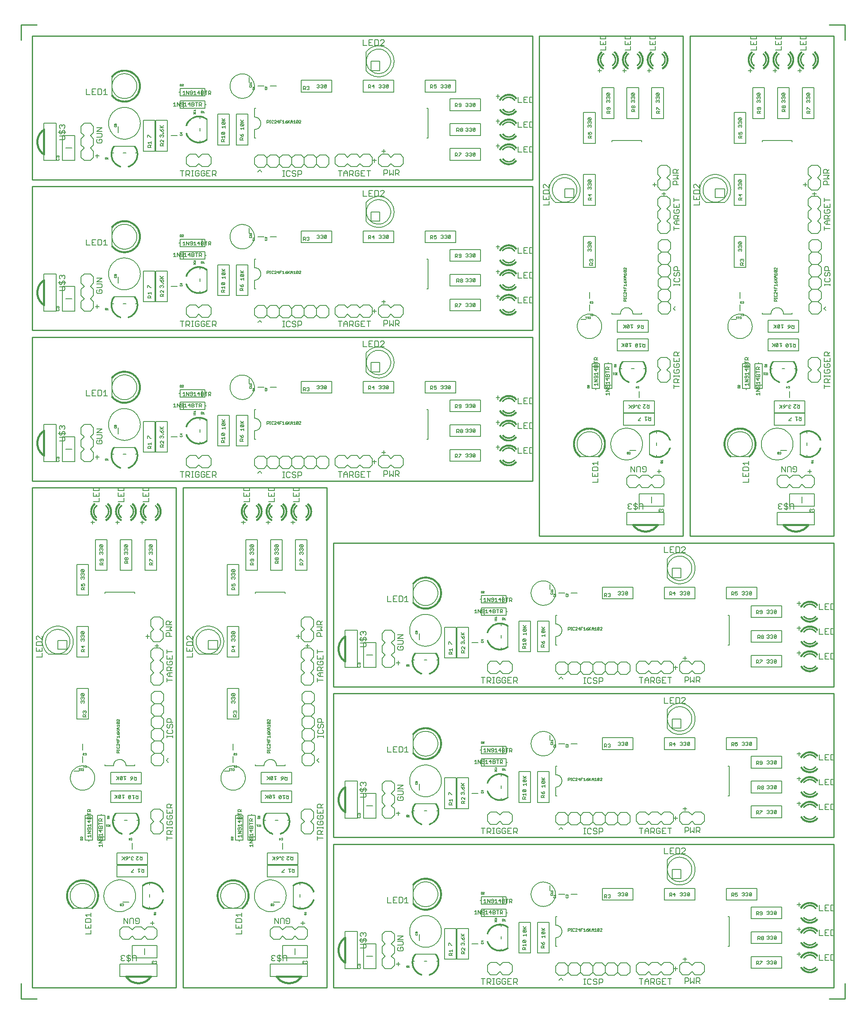
<source format=gto>
G75*
G70*
%OFA0B0*%
%FSLAX25Y25*%
%IPPOS*%
%LPD*%
%AMOC8*
5,1,8,0,0,1.08239X$1,22.5*
%
%ADD1259C,0.01000*%
%ADD224C,0.00800*%
%ADD273C,0.01600*%
X0020000Y0020000D02*
G75*
%LPD*%
D224*
X0117750Y0071730D02*
X0114680Y0071730D01*
X0116210Y0070200D02*
X0116210Y0073270D01*
X0129190Y0201450D02*
X0127660Y0202980D01*
X0129190Y0204520D01*
X0128160Y0221450D02*
X0128160Y0222980D01*
X0128160Y0222220D02*
X0132760Y0222220D01*
X0132760Y0222980D02*
X0132760Y0221450D01*
X0132000Y0224520D02*
X0132760Y0225290D01*
X0132760Y0226820D01*
X0132000Y0227590D01*
X0132000Y0229120D02*
X0132760Y0229890D01*
X0132760Y0231420D01*
X0132000Y0232190D01*
X0131230Y0232190D01*
X0130460Y0231420D01*
X0130460Y0229890D01*
X0129690Y0229120D01*
X0128930Y0229120D01*
X0128160Y0229890D01*
X0128160Y0231420D01*
X0128930Y0232190D01*
X0128160Y0233730D02*
X0128160Y0236030D01*
X0128930Y0236800D01*
X0130460Y0236800D01*
X0131230Y0236030D01*
X0131230Y0233730D01*
X0132760Y0233730D02*
X0128160Y0233730D01*
X0128930Y0227590D02*
X0128160Y0226820D01*
X0128160Y0225290D01*
X0128930Y0224520D01*
X0132000Y0224520D01*
X0119960Y0293950D02*
X0119960Y0297020D01*
X0118430Y0295480D02*
X0121500Y0295480D01*
X0114000Y0302980D02*
X0110930Y0302980D01*
X0112460Y0301450D02*
X0112460Y0304520D01*
X0027260Y0303330D02*
X0027260Y0300260D01*
X0024190Y0303330D01*
X0023430Y0303330D01*
X0022660Y0302560D01*
X0022660Y0301030D01*
X0023430Y0300260D01*
X0023430Y0298730D02*
X0022660Y0297960D01*
X0022660Y0295660D01*
X0027260Y0295660D01*
X0027260Y0297960D01*
X0026500Y0298730D01*
X0023430Y0298730D01*
X0022660Y0294120D02*
X0022660Y0291050D01*
X0027260Y0291050D01*
X0027260Y0294120D01*
X0027260Y0289520D02*
X0027260Y0286450D01*
X0022660Y0286450D01*
X0024960Y0291050D02*
X0024960Y0292590D01*
D224*
X0052960Y0194250D02*
X0056960Y0194250D01*
X0059960Y0178910D02*
X0059340Y0178930D01*
X0058710Y0178990D01*
X0058100Y0179090D01*
X0057490Y0179230D01*
X0056890Y0179400D01*
X0056300Y0179610D01*
X0055730Y0179870D01*
X0055180Y0180150D01*
X0054640Y0180470D01*
X0054130Y0180830D01*
X0053630Y0181210D01*
X0053170Y0181630D01*
X0052730Y0182070D01*
X0052320Y0182550D01*
X0051940Y0183040D01*
X0051600Y0183560D01*
X0051290Y0184100D01*
X0051010Y0184660D01*
X0050770Y0185240D01*
X0050560Y0185830D01*
X0050400Y0186430D01*
X0050270Y0187040D01*
X0050180Y0187660D01*
X0050130Y0188280D01*
X0050120Y0188910D01*
X0050150Y0189530D01*
X0050220Y0190150D01*
X0050330Y0190770D01*
X0050480Y0191370D01*
X0050660Y0191970D01*
X0050880Y0192550D01*
X0051140Y0193120D01*
X0051440Y0193670D01*
X0051770Y0194200D01*
X0052130Y0194710D01*
X0052520Y0195190D01*
X0052950Y0195650D01*
X0053400Y0196080D01*
X0053880Y0196480D01*
X0054380Y0196850D01*
X0054910Y0197190D01*
X0055450Y0197500D01*
X0056010Y0197760D01*
X0056590Y0198000D01*
X0057190Y0198190D01*
X0057790Y0198350D01*
X0058410Y0198470D01*
X0059020Y0198550D01*
X0059650Y0198590D01*
X0060270Y0198590D01*
X0060900Y0198550D01*
X0061510Y0198470D01*
X0062130Y0198350D01*
X0062730Y0198190D01*
X0063330Y0198000D01*
X0063910Y0197760D01*
X0064470Y0197500D01*
X0065010Y0197190D01*
X0065540Y0196850D01*
X0066040Y0196480D01*
X0066520Y0196080D01*
X0066970Y0195650D01*
X0067400Y0195190D01*
X0067790Y0194710D01*
X0068150Y0194200D01*
X0068480Y0193670D01*
X0068780Y0193120D01*
X0069040Y0192550D01*
X0069260Y0191970D01*
X0069440Y0191370D01*
X0069590Y0190770D01*
X0069700Y0190150D01*
X0069770Y0189530D01*
X0069800Y0188910D01*
X0069790Y0188280D01*
X0069740Y0187660D01*
X0069650Y0187040D01*
X0069520Y0186430D01*
X0069360Y0185830D01*
X0069150Y0185240D01*
X0068910Y0184660D01*
X0068630Y0184100D01*
X0068320Y0183560D01*
X0067980Y0183040D01*
X0067600Y0182550D01*
X0067190Y0182070D01*
X0066750Y0181630D01*
X0066290Y0181210D01*
X0065790Y0180830D01*
X0065280Y0180470D01*
X0064740Y0180150D01*
X0064190Y0179870D01*
X0063620Y0179610D01*
X0063030Y0179400D01*
X0062430Y0179230D01*
X0061820Y0179090D01*
X0061210Y0178990D01*
X0060580Y0178930D01*
X0059960Y0178910D01*
X0064960Y0159750D02*
X0064960Y0158750D01*
X0067960Y0158750D01*
X0067960Y0138750D01*
X0064960Y0138750D01*
X0064960Y0137750D01*
X0064960Y0138750D02*
X0061960Y0138750D01*
X0061960Y0158750D01*
X0064960Y0158750D01*
X0062460Y0156250D02*
X0067460Y0156250D01*
X0071960Y0158750D02*
X0071960Y0138750D01*
X0074960Y0138750D01*
X0074960Y0137750D01*
X0074960Y0138750D02*
X0077960Y0138750D01*
X0077960Y0158750D01*
X0074960Y0158750D01*
X0074960Y0159750D01*
X0074960Y0158750D02*
X0071960Y0158750D01*
X0072460Y0141250D02*
X0077460Y0141250D01*
X0084510Y0154750D02*
X0086090Y0154750D01*
X0086720Y0160250D02*
X0103210Y0160250D01*
X0103840Y0154750D02*
X0105420Y0154750D01*
X0107360Y0169030D02*
X0082560Y0169030D01*
X0082560Y0178470D01*
X0107360Y0178470D01*
X0107360Y0169030D01*
X0107360Y0184030D02*
X0082560Y0184030D01*
X0082560Y0193470D01*
X0107360Y0193470D01*
X0107360Y0184030D01*
X0101960Y0198750D02*
X0101960Y0199750D01*
X0101960Y0198750D02*
X0094960Y0198750D01*
X0094940Y0199190D01*
X0094880Y0199620D01*
X0094790Y0200040D01*
X0094660Y0200460D01*
X0094490Y0200860D01*
X0094290Y0201250D01*
X0094060Y0201620D01*
X0093790Y0201960D01*
X0093500Y0202290D01*
X0093170Y0202580D01*
X0092830Y0202850D01*
X0092460Y0203080D01*
X0092070Y0203280D01*
X0091670Y0203450D01*
X0091250Y0203580D01*
X0090830Y0203670D01*
X0090400Y0203730D01*
X0089960Y0203750D01*
X0089520Y0203730D01*
X0089090Y0203670D01*
X0088670Y0203580D01*
X0088250Y0203450D01*
X0087850Y0203280D01*
X0087460Y0203080D01*
X0087090Y0202850D01*
X0086750Y0202580D01*
X0086420Y0202290D01*
X0086130Y0201960D01*
X0085860Y0201620D01*
X0085630Y0201250D01*
X0085430Y0200860D01*
X0085260Y0200460D01*
X0085130Y0200040D01*
X0085040Y0199620D01*
X0084980Y0199190D01*
X0084960Y0198750D01*
X0077960Y0198750D01*
X0077960Y0199750D01*
X0064690Y0236350D02*
X0055240Y0236350D01*
X0055240Y0261150D01*
X0064690Y0261150D01*
X0064690Y0236350D01*
X0059960Y0216250D02*
X0059960Y0211250D01*
X0059960Y0206250D02*
X0059960Y0201250D01*
X0064690Y0286350D02*
X0055240Y0286350D01*
X0055240Y0311150D01*
X0064690Y0311150D01*
X0064690Y0286350D01*
X0064690Y0336350D02*
X0055240Y0336350D01*
X0055240Y0361150D01*
X0064690Y0361150D01*
X0064690Y0336350D01*
X0070240Y0356350D02*
X0070240Y0381150D01*
X0079690Y0381150D01*
X0079690Y0356350D01*
X0070240Y0356350D01*
X0077960Y0338750D02*
X0077960Y0337750D01*
X0077960Y0338750D02*
X0101960Y0338750D01*
X0101960Y0337750D01*
X0099690Y0356350D02*
X0090240Y0356350D01*
X0090240Y0381150D01*
X0099690Y0381150D01*
X0099690Y0356350D01*
X0110240Y0356350D02*
X0110240Y0381150D01*
X0119690Y0381150D01*
X0119690Y0356350D01*
X0110240Y0356350D01*
X0117460Y0318750D02*
X0114960Y0316250D01*
X0114960Y0311250D01*
X0117460Y0308750D01*
X0114960Y0306250D01*
X0114960Y0301250D01*
X0117460Y0298750D01*
X0122460Y0298750D01*
X0124960Y0301250D01*
X0124960Y0306250D01*
X0122460Y0308750D01*
X0124960Y0311250D01*
X0124960Y0316250D01*
X0122460Y0318750D01*
X0117460Y0318750D01*
X0117460Y0293750D02*
X0122460Y0293750D01*
X0124960Y0291250D01*
X0124960Y0286250D01*
X0122460Y0283750D01*
X0124960Y0281250D01*
X0124960Y0276250D01*
X0122460Y0273750D01*
X0124960Y0271250D01*
X0124960Y0266250D01*
X0122460Y0263750D01*
X0117460Y0263750D01*
X0114960Y0266250D01*
X0114960Y0271250D01*
X0117460Y0273750D01*
X0114960Y0276250D01*
X0114960Y0281250D01*
X0117460Y0283750D01*
X0114960Y0286250D01*
X0114960Y0291250D01*
X0117460Y0293750D01*
X0117960Y0258750D02*
X0122960Y0258750D01*
X0125460Y0256250D01*
X0125460Y0251250D01*
X0122960Y0248750D01*
X0117960Y0248750D01*
X0115460Y0251250D01*
X0115460Y0256250D01*
X0117960Y0258750D01*
X0117960Y0248750D02*
X0115460Y0246250D01*
X0115460Y0241250D01*
X0117960Y0238750D01*
X0122960Y0238750D01*
X0125460Y0236250D01*
X0125460Y0231250D01*
X0122960Y0228750D01*
X0117960Y0228750D01*
X0115460Y0231250D01*
X0115460Y0236250D01*
X0117960Y0238750D01*
X0117960Y0228750D02*
X0115460Y0226250D01*
X0115460Y0221250D01*
X0117960Y0218750D01*
X0122960Y0218750D01*
X0125460Y0216250D01*
X0125460Y0211250D01*
X0122960Y0208750D01*
X0117960Y0208750D01*
X0115460Y0211250D01*
X0115460Y0216250D01*
X0117960Y0218750D01*
X0117960Y0208750D02*
X0115460Y0206250D01*
X0115460Y0201250D01*
X0117960Y0198750D01*
X0122960Y0198750D01*
X0125460Y0201250D01*
X0125460Y0206250D01*
X0122960Y0208750D01*
X0122960Y0218750D02*
X0125460Y0221250D01*
X0125460Y0226250D01*
X0122960Y0228750D01*
X0122960Y0238750D02*
X0125460Y0241250D01*
X0125460Y0246250D01*
X0122960Y0248750D01*
X0122460Y0163750D02*
X0117460Y0163750D01*
X0114960Y0161250D01*
X0114960Y0156250D01*
X0117460Y0153750D01*
X0114960Y0151250D01*
X0114960Y0146250D01*
X0117460Y0143750D01*
X0122460Y0143750D01*
X0124960Y0146250D01*
X0124960Y0151250D01*
X0122460Y0153750D01*
X0124960Y0156250D01*
X0124960Y0161250D01*
X0122460Y0163750D01*
X0112360Y0128470D02*
X0112360Y0119030D01*
X0087560Y0119030D01*
X0087560Y0128470D01*
X0112360Y0128470D01*
X0112360Y0118470D02*
X0112360Y0109030D01*
X0087560Y0109030D01*
X0087560Y0118470D01*
X0112360Y0118470D01*
X0113960Y0104200D02*
X0113960Y0102620D01*
X0113960Y0094880D02*
X0113960Y0092620D01*
X0113960Y0084880D02*
X0113960Y0083300D01*
X0112460Y0068750D02*
X0117460Y0068750D01*
X0119960Y0066250D01*
X0119960Y0061250D01*
X0117460Y0058750D01*
X0112460Y0058750D01*
X0109960Y0061250D01*
X0107460Y0058750D01*
X0102460Y0058750D01*
X0099960Y0061250D01*
X0097460Y0058750D01*
X0092460Y0058750D01*
X0089960Y0061250D01*
X0089960Y0066250D01*
X0092460Y0068750D01*
X0097460Y0068750D01*
X0099960Y0066250D01*
X0102460Y0068750D01*
X0107460Y0068750D01*
X0109960Y0066250D01*
X0112460Y0068750D01*
X0108460Y0085500D02*
X0108460Y0102000D01*
X0099960Y0131250D02*
X0099960Y0136250D01*
X0096090Y0154750D02*
X0093840Y0154750D01*
X0089960Y0080950D02*
X0089250Y0080970D01*
X0088540Y0081030D01*
X0087830Y0081130D01*
X0087140Y0081270D01*
X0086450Y0081440D01*
X0085770Y0081660D01*
X0085100Y0081910D01*
X0084450Y0082200D01*
X0083820Y0082520D01*
X0083200Y0082880D01*
X0082610Y0083270D01*
X0082040Y0083700D01*
X0081490Y0084150D01*
X0080970Y0084640D01*
X0080480Y0085150D01*
X0080020Y0085690D01*
X0079580Y0086260D01*
X0079180Y0086840D01*
X0078820Y0087450D01*
X0078480Y0088080D01*
X0078190Y0088730D01*
X0077930Y0089390D01*
X0077700Y0090070D01*
X0077520Y0090750D01*
X0077370Y0091450D01*
X0077260Y0092150D01*
X0077190Y0092860D01*
X0077160Y0093570D01*
X0077170Y0094280D01*
X0077220Y0094990D01*
X0077310Y0095700D01*
X0077440Y0096400D01*
X0077600Y0097090D01*
X0077810Y0097770D01*
X0078050Y0098440D01*
X0078330Y0099100D01*
X0078650Y0099730D01*
X0079000Y0100350D01*
X0079380Y0100950D01*
X0079800Y0101530D01*
X0080240Y0102080D01*
X0080720Y0102610D01*
X0081230Y0103110D01*
X0081760Y0103580D01*
X0082320Y0104020D01*
X0082900Y0104430D01*
X0083510Y0104810D01*
X0084130Y0105150D01*
X0084780Y0105450D01*
X0085430Y0105720D01*
X0086110Y0105960D01*
X0086790Y0106150D01*
X0087480Y0106310D01*
X0088190Y0106430D01*
X0088890Y0106510D01*
X0089600Y0106550D01*
X0090320Y0106550D01*
X0091030Y0106510D01*
X0091730Y0106430D01*
X0092440Y0106310D01*
X0093130Y0106150D01*
X0093810Y0105960D01*
X0094490Y0105720D01*
X0095140Y0105450D01*
X0095790Y0105150D01*
X0096410Y0104810D01*
X0097020Y0104430D01*
X0097600Y0104020D01*
X0098160Y0103580D01*
X0098690Y0103110D01*
X0099200Y0102610D01*
X0099680Y0102080D01*
X0100120Y0101530D01*
X0100540Y0100950D01*
X0100920Y0100350D01*
X0101270Y0099730D01*
X0101590Y0099100D01*
X0101870Y0098440D01*
X0102110Y0097770D01*
X0102320Y0097090D01*
X0102480Y0096400D01*
X0102610Y0095700D01*
X0102700Y0094990D01*
X0102750Y0094280D01*
X0102760Y0093570D01*
X0102730Y0092860D01*
X0102660Y0092150D01*
X0102550Y0091450D01*
X0102400Y0090750D01*
X0102220Y0090070D01*
X0101990Y0089390D01*
X0101730Y0088730D01*
X0101440Y0088080D01*
X0101100Y0087450D01*
X0100740Y0086840D01*
X0100340Y0086260D01*
X0099900Y0085690D01*
X0099440Y0085150D01*
X0098950Y0084640D01*
X0098430Y0084150D01*
X0097880Y0083700D01*
X0097310Y0083270D01*
X0096720Y0082880D01*
X0096100Y0082520D01*
X0095470Y0082200D01*
X0094820Y0081910D01*
X0094150Y0081660D01*
X0093470Y0081440D01*
X0092780Y0081270D01*
X0092090Y0081130D01*
X0091380Y0081030D01*
X0090670Y0080970D01*
X0089960Y0080950D01*
X0092460Y0088750D02*
X0097460Y0088750D01*
X0099960Y0053750D02*
X0119960Y0053750D01*
X0119960Y0043750D01*
X0099960Y0043750D01*
X0099960Y0053750D01*
X0109960Y0051250D02*
X0109960Y0046250D01*
X0067460Y0083750D02*
X0052460Y0083750D01*
D224*
X0079440Y0149750D02*
X0079440Y0151150D01*
X0079910Y0151150D02*
X0078970Y0151150D01*
X0079910Y0150220D02*
X0079440Y0149750D01*
X0080450Y0149980D02*
X0080680Y0149750D01*
X0081150Y0149750D01*
X0081380Y0149980D01*
X0081380Y0150920D01*
X0081150Y0151150D01*
X0080680Y0151150D01*
X0080450Y0150920D01*
X0081900Y0151150D02*
X0082360Y0151150D01*
X0082130Y0151150D02*
X0082130Y0149750D01*
X0082360Y0149750D02*
X0081900Y0149750D01*
X0087660Y0208850D02*
X0089860Y0208850D01*
X0089130Y0208850D02*
X0089130Y0209950D01*
X0088760Y0210320D01*
X0088030Y0210320D01*
X0087660Y0209950D01*
X0087660Y0208850D01*
X0087660Y0211060D02*
X0087660Y0211790D01*
X0087660Y0211430D02*
X0089860Y0211430D01*
X0089860Y0211790D02*
X0089860Y0211060D01*
X0089500Y0212530D02*
X0089860Y0212900D01*
X0089860Y0213630D01*
X0089500Y0214000D01*
X0089860Y0214740D02*
X0088400Y0216210D01*
X0088030Y0216210D01*
X0087660Y0215840D01*
X0087660Y0215110D01*
X0088030Y0214740D01*
X0088030Y0214000D02*
X0087660Y0213630D01*
X0087660Y0212900D01*
X0088030Y0212530D01*
X0089500Y0212530D01*
X0089860Y0214740D02*
X0089860Y0216210D01*
X0088760Y0216950D02*
X0088760Y0218420D01*
X0088760Y0219160D02*
X0088760Y0219900D01*
X0087660Y0219160D02*
X0087660Y0220630D01*
X0088400Y0221370D02*
X0087660Y0222110D01*
X0089860Y0222110D01*
X0089860Y0222840D02*
X0089860Y0221370D01*
X0089860Y0219160D02*
X0087660Y0219160D01*
X0087660Y0218050D02*
X0088760Y0216950D01*
X0089860Y0218050D02*
X0087660Y0218050D01*
X0088760Y0223580D02*
X0088760Y0224680D01*
X0089130Y0225050D01*
X0089500Y0225050D01*
X0089860Y0224680D01*
X0089860Y0223950D01*
X0089500Y0223580D01*
X0088760Y0223580D01*
X0088030Y0224320D01*
X0087660Y0225050D01*
X0087660Y0225790D02*
X0089860Y0225790D01*
X0089130Y0225790D02*
X0087660Y0227260D01*
X0088400Y0228000D02*
X0087660Y0228740D01*
X0088400Y0229470D01*
X0089860Y0229470D01*
X0089860Y0230210D02*
X0089860Y0231680D01*
X0089860Y0230950D02*
X0087660Y0230950D01*
X0088400Y0230210D01*
X0088760Y0229470D02*
X0088760Y0228000D01*
X0088400Y0228000D02*
X0089860Y0228000D01*
X0089860Y0227260D02*
X0088760Y0226160D01*
X0089500Y0232420D02*
X0088030Y0232420D01*
X0087660Y0232790D01*
X0087660Y0233520D01*
X0088030Y0233890D01*
X0089500Y0232420D01*
X0089860Y0232790D01*
X0089860Y0233520D01*
X0089500Y0233890D01*
X0088030Y0233890D01*
X0088030Y0234630D02*
X0087660Y0235000D01*
X0087660Y0235730D01*
X0088030Y0236100D01*
X0088400Y0236100D01*
X0089860Y0234630D01*
X0089860Y0236100D01*
X0118960Y0080810D02*
X0118960Y0079880D01*
X0118960Y0080340D02*
X0117560Y0080340D01*
X0118030Y0079880D01*
X0117800Y0079340D02*
X0118730Y0079340D01*
X0118960Y0079100D01*
X0118960Y0078640D01*
X0118730Y0078400D01*
X0117800Y0078400D01*
X0117560Y0078640D01*
X0117560Y0079100D01*
X0117800Y0079340D01*
X0118500Y0078870D02*
X0118960Y0079340D01*
X0118760Y0041150D02*
X0118400Y0040780D01*
X0118760Y0041150D02*
X0119500Y0041150D01*
X0119860Y0040780D01*
X0119860Y0039320D01*
X0119500Y0038950D01*
X0118760Y0038950D01*
X0118400Y0039320D01*
X0117650Y0039320D02*
X0117290Y0038950D01*
X0116550Y0038950D01*
X0116190Y0039320D01*
X0116190Y0039680D01*
X0116550Y0040050D01*
X0116190Y0040420D01*
X0116190Y0040780D01*
X0116550Y0041150D01*
X0117290Y0041150D01*
X0117650Y0040780D01*
X0116920Y0040050D02*
X0116550Y0040050D01*
D224*
X0108290Y0085200D02*
X0108720Y0085750D01*
X0109210Y0085390D01*
X0109720Y0085050D01*
X0110260Y0084760D01*
X0110810Y0084490D01*
X0111370Y0084250D01*
X0111950Y0084060D01*
X0112540Y0083890D01*
X0113140Y0083760D01*
X0113740Y0083670D01*
X0114350Y0083620D01*
X0114970Y0083600D01*
X0115580Y0083620D01*
X0116190Y0083670D01*
X0116790Y0083770D01*
X0117390Y0083900D01*
X0117980Y0084060D01*
X0118560Y0084260D01*
X0119120Y0084490D01*
X0119670Y0084760D01*
X0120210Y0085060D01*
X0120720Y0085390D01*
X0121210Y0085750D01*
X0121680Y0086150D01*
X0122130Y0086560D01*
X0122550Y0087010D01*
X0122940Y0087480D01*
X0123300Y0087970D01*
X0123640Y0088480D01*
X0123940Y0089020D01*
X0124210Y0089570D01*
X0124440Y0090130D01*
X0124640Y0090710D01*
X0125310Y0090510D01*
X0125310Y0090500D01*
X0125100Y0089890D01*
X0124850Y0089280D01*
X0124560Y0088690D01*
X0124240Y0088120D01*
X0123880Y0087580D01*
X0123490Y0087050D01*
X0123070Y0086550D01*
X0122620Y0086070D01*
X0122150Y0085620D01*
X0121650Y0085200D01*
X0121120Y0084820D01*
X0120570Y0084460D01*
X0120000Y0084140D01*
X0119410Y0083850D01*
X0118810Y0083600D01*
X0118190Y0083390D01*
X0117560Y0083220D01*
X0116920Y0083080D01*
X0116270Y0082980D01*
X0115620Y0082920D01*
X0114960Y0082900D01*
X0114310Y0082920D01*
X0113660Y0082980D01*
X0113010Y0083080D01*
X0112370Y0083210D01*
X0111740Y0083390D01*
X0111120Y0083600D01*
X0110520Y0083850D01*
X0109930Y0084140D01*
X0109360Y0084460D01*
X0108810Y0084810D01*
X0108280Y0085200D01*
X0108340Y0085270D01*
X0108860Y0084890D01*
X0109410Y0084530D01*
X0109970Y0084220D01*
X0110560Y0083930D01*
X0111160Y0083680D01*
X0111770Y0083470D01*
X0112390Y0083300D01*
X0113030Y0083160D01*
X0113670Y0083070D01*
X0114320Y0083010D01*
X0114960Y0082990D01*
X0115610Y0083010D01*
X0116260Y0083070D01*
X0116900Y0083170D01*
X0117540Y0083300D01*
X0118160Y0083480D01*
X0118770Y0083690D01*
X0119370Y0083940D01*
X0119960Y0084220D01*
X0120520Y0084540D01*
X0121070Y0084890D01*
X0121590Y0085270D01*
X0122090Y0085690D01*
X0122560Y0086130D01*
X0123010Y0086610D01*
X0123420Y0087100D01*
X0123810Y0087630D01*
X0124160Y0088170D01*
X0124480Y0088740D01*
X0124760Y0089320D01*
X0125010Y0089920D01*
X0125230Y0090530D01*
X0125140Y0090560D01*
X0124930Y0089950D01*
X0124680Y0089350D01*
X0124400Y0088780D01*
X0124080Y0088220D01*
X0123730Y0087680D01*
X0123350Y0087160D01*
X0122940Y0086670D01*
X0122500Y0086200D01*
X0122030Y0085760D01*
X0121530Y0085350D01*
X0121020Y0084960D01*
X0120480Y0084620D01*
X0119910Y0084300D01*
X0119340Y0084020D01*
X0118740Y0083770D01*
X0118130Y0083560D01*
X0117510Y0083390D01*
X0116880Y0083260D01*
X0116250Y0083160D01*
X0115610Y0083100D01*
X0114970Y0083080D01*
X0114320Y0083100D01*
X0113680Y0083160D01*
X0113050Y0083250D01*
X0112420Y0083390D01*
X0111800Y0083560D01*
X0111190Y0083770D01*
X0110590Y0084010D01*
X0110010Y0084300D01*
X0109450Y0084610D01*
X0108910Y0084960D01*
X0108390Y0085340D01*
X0108450Y0085410D01*
X0108960Y0085030D01*
X0109500Y0084690D01*
X0110060Y0084370D01*
X0110630Y0084100D01*
X0111220Y0083850D01*
X0111820Y0083650D01*
X0112440Y0083480D01*
X0113060Y0083340D01*
X0113690Y0083250D01*
X0114330Y0083190D01*
X0114970Y0083170D01*
X0115600Y0083190D01*
X0116240Y0083250D01*
X0116870Y0083340D01*
X0117490Y0083480D01*
X0118110Y0083650D01*
X0118710Y0083860D01*
X0119300Y0084100D01*
X0119870Y0084380D01*
X0120430Y0084690D01*
X0120960Y0085040D01*
X0121480Y0085420D01*
X0121970Y0085820D01*
X0122430Y0086260D01*
X0122870Y0086730D01*
X0123280Y0087210D01*
X0123660Y0087730D01*
X0124010Y0088260D01*
X0124320Y0088820D01*
X0124600Y0089390D01*
X0124850Y0089980D01*
X0125050Y0090580D01*
X0124970Y0090610D01*
X0124760Y0090010D01*
X0124520Y0089430D01*
X0124240Y0088860D01*
X0123930Y0088310D01*
X0123580Y0087780D01*
X0123210Y0087270D01*
X0122800Y0086780D01*
X0122370Y0086320D01*
X0121910Y0085890D01*
X0121420Y0085490D01*
X0120910Y0085110D01*
X0120380Y0084770D01*
X0119830Y0084460D01*
X0119260Y0084180D01*
X0118680Y0083940D01*
X0118080Y0083730D01*
X0117470Y0083560D01*
X0116850Y0083430D01*
X0116230Y0083340D01*
X0115600Y0083280D01*
X0114970Y0083260D01*
X0114330Y0083280D01*
X0113700Y0083340D01*
X0113080Y0083430D01*
X0112460Y0083560D01*
X0111850Y0083730D01*
X0111250Y0083940D01*
X0110670Y0084180D01*
X0110100Y0084450D01*
X0109550Y0084760D01*
X0109020Y0085110D01*
X0108510Y0085480D01*
X0108560Y0085550D01*
X0109070Y0085180D01*
X0109590Y0084840D01*
X0110140Y0084530D01*
X0110700Y0084260D01*
X0111280Y0084020D01*
X0111880Y0083820D01*
X0112480Y0083650D01*
X0113090Y0083520D01*
X0113710Y0083420D01*
X0114340Y0083370D01*
X0114970Y0083350D01*
X0115590Y0083370D01*
X0116220Y0083430D01*
X0116840Y0083520D01*
X0117450Y0083650D01*
X0118050Y0083820D01*
X0118650Y0084030D01*
X0119230Y0084260D01*
X0119790Y0084540D01*
X0120340Y0084850D01*
X0120860Y0085190D01*
X0121370Y0085560D01*
X0121850Y0085960D01*
X0122310Y0086390D01*
X0122740Y0086840D01*
X0123140Y0087330D01*
X0123510Y0087830D01*
X0123850Y0088360D01*
X0124160Y0088900D01*
X0124440Y0089460D01*
X0124680Y0090040D01*
X0124880Y0090640D01*
X0124800Y0090660D01*
X0124590Y0090080D01*
X0124350Y0089500D01*
X0124080Y0088940D01*
X0123770Y0088400D01*
X0123440Y0087880D01*
X0123070Y0087380D01*
X0122670Y0086900D01*
X0122240Y0086450D01*
X0121790Y0086030D01*
X0121310Y0085630D01*
X0120810Y0085260D01*
X0120290Y0084920D01*
X0119750Y0084620D01*
X0119190Y0084350D01*
X0118610Y0084110D01*
X0118030Y0083910D01*
X0117430Y0083740D01*
X0116820Y0083610D01*
X0116210Y0083520D01*
X0115590Y0083460D01*
X0114970Y0083440D01*
X0114340Y0083460D01*
X0113730Y0083510D01*
X0113110Y0083610D01*
X0112500Y0083740D01*
X0111900Y0083900D01*
X0111320Y0084110D01*
X0110740Y0084340D01*
X0110180Y0084610D01*
X0109640Y0084920D01*
X0109120Y0085250D01*
X0108620Y0085620D01*
X0108670Y0085690D01*
X0109170Y0085330D01*
X0109690Y0085000D01*
X0110220Y0084690D01*
X0110780Y0084420D01*
X0111350Y0084190D01*
X0111930Y0083990D01*
X0112520Y0083820D01*
X0113130Y0083700D01*
X0113740Y0083600D01*
X0114350Y0083550D01*
X0114970Y0083530D01*
X0115580Y0083550D01*
X0116190Y0083600D01*
X0116800Y0083700D01*
X0117410Y0083830D01*
X0118000Y0083990D01*
X0118580Y0084190D01*
X0119150Y0084430D01*
X0119710Y0084700D01*
X0120240Y0085000D01*
X0120760Y0085330D01*
X0121260Y0085700D01*
X0121730Y0086090D01*
X0122180Y0086520D01*
X0122600Y0086960D01*
X0123000Y0087440D01*
X0123360Y0087930D01*
X0123700Y0088450D01*
X0124000Y0088980D01*
X0124270Y0089540D01*
X0124510Y0090110D01*
X0124710Y0090690D01*
X0125310Y0096990D02*
X0124640Y0096790D01*
X0124440Y0097370D01*
X0124210Y0097930D01*
X0123940Y0098480D01*
X0123640Y0099010D01*
X0123300Y0099530D01*
X0122940Y0100020D01*
X0122550Y0100490D01*
X0122130Y0100930D01*
X0121680Y0101350D01*
X0121210Y0101750D01*
X0120720Y0102110D01*
X0120210Y0102440D01*
X0119670Y0102740D01*
X0119120Y0103010D01*
X0118560Y0103240D01*
X0117980Y0103440D01*
X0117390Y0103600D01*
X0116790Y0103730D01*
X0116190Y0103830D01*
X0115580Y0103880D01*
X0114970Y0103900D01*
X0114350Y0103880D01*
X0113740Y0103830D01*
X0113140Y0103740D01*
X0112540Y0103610D01*
X0111950Y0103440D01*
X0111370Y0103250D01*
X0110810Y0103010D01*
X0110260Y0102740D01*
X0109720Y0102450D01*
X0109210Y0102110D01*
X0108720Y0101750D01*
X0108290Y0102300D01*
X0108280Y0102300D01*
X0108810Y0102690D01*
X0109360Y0103040D01*
X0109930Y0103360D01*
X0110520Y0103650D01*
X0111120Y0103900D01*
X0111740Y0104110D01*
X0112370Y0104290D01*
X0113010Y0104420D01*
X0113660Y0104520D01*
X0114310Y0104580D01*
X0114970Y0104600D01*
X0115620Y0104580D01*
X0116270Y0104520D01*
X0116920Y0104420D01*
X0117560Y0104280D01*
X0118190Y0104110D01*
X0118810Y0103900D01*
X0119410Y0103650D01*
X0120000Y0103360D01*
X0120570Y0103040D01*
X0121120Y0102680D01*
X0121650Y0102300D01*
X0122150Y0101880D01*
X0122620Y0101430D01*
X0123070Y0100950D01*
X0123490Y0100450D01*
X0123880Y0099920D01*
X0124240Y0099380D01*
X0124560Y0098810D01*
X0124850Y0098220D01*
X0125100Y0097610D01*
X0125310Y0097000D01*
X0125230Y0096970D01*
X0125010Y0097580D01*
X0124760Y0098180D01*
X0124480Y0098760D01*
X0124160Y0099330D01*
X0123810Y0099870D01*
X0123420Y0100400D01*
X0123010Y0100890D01*
X0122560Y0101370D01*
X0122090Y0101810D01*
X0121590Y0102220D01*
X0121070Y0102610D01*
X0120520Y0102960D01*
X0119960Y0103280D01*
X0119370Y0103560D01*
X0118770Y0103810D01*
X0118160Y0104020D01*
X0117540Y0104200D01*
X0116900Y0104330D01*
X0116260Y0104430D01*
X0115610Y0104490D01*
X0114970Y0104510D01*
X0114320Y0104490D01*
X0113670Y0104430D01*
X0113030Y0104340D01*
X0112390Y0104200D01*
X0111770Y0104030D01*
X0111160Y0103820D01*
X0110560Y0103570D01*
X0109970Y0103280D01*
X0109410Y0102970D01*
X0108860Y0102620D01*
X0108340Y0102230D01*
X0108390Y0102160D01*
X0108910Y0102540D01*
X0109450Y0102890D01*
X0110010Y0103200D01*
X0110590Y0103490D01*
X0111190Y0103730D01*
X0111800Y0103940D01*
X0112420Y0104110D01*
X0113050Y0104250D01*
X0113680Y0104340D01*
X0114320Y0104400D01*
X0114970Y0104420D01*
X0115610Y0104400D01*
X0116250Y0104340D01*
X0116880Y0104240D01*
X0117510Y0104110D01*
X0118130Y0103940D01*
X0118740Y0103730D01*
X0119340Y0103480D01*
X0119910Y0103200D01*
X0120480Y0102880D01*
X0121020Y0102540D01*
X0121530Y0102150D01*
X0122030Y0101740D01*
X0122500Y0101300D01*
X0122940Y0100830D01*
X0123350Y0100340D01*
X0123730Y0099820D01*
X0124080Y0099280D01*
X0124400Y0098720D01*
X0124680Y0098150D01*
X0124930Y0097550D01*
X0125140Y0096940D01*
X0125050Y0096920D01*
X0124850Y0097520D01*
X0124600Y0098110D01*
X0124320Y0098680D01*
X0124010Y0099240D01*
X0123660Y0099770D01*
X0123280Y0100290D01*
X0122870Y0100770D01*
X0122430Y0101240D01*
X0121970Y0101680D01*
X0121480Y0102080D01*
X0120960Y0102460D01*
X0120430Y0102810D01*
X0119870Y0103120D01*
X0119300Y0103400D01*
X0118710Y0103640D01*
X0118110Y0103850D01*
X0117490Y0104020D01*
X0116870Y0104160D01*
X0116240Y0104250D01*
X0115600Y0104310D01*
X0114970Y0104330D01*
X0114330Y0104310D01*
X0113690Y0104250D01*
X0113060Y0104160D01*
X0112440Y0104030D01*
X0111820Y0103850D01*
X0111220Y0103650D01*
X0110630Y0103400D01*
X0110060Y0103130D01*
X0109500Y0102810D01*
X0108960Y0102470D01*
X0108450Y0102090D01*
X0108510Y0102020D01*
X0109020Y0102390D01*
X0109550Y0102740D01*
X0110100Y0103050D01*
X0110670Y0103320D01*
X0111250Y0103560D01*
X0111850Y0103770D01*
X0112460Y0103940D01*
X0113080Y0104070D01*
X0113700Y0104160D01*
X0114330Y0104220D01*
X0114970Y0104240D01*
X0115600Y0104220D01*
X0116230Y0104160D01*
X0116850Y0104070D01*
X0117470Y0103940D01*
X0118080Y0103770D01*
X0118680Y0103560D01*
X0119260Y0103320D01*
X0119830Y0103040D01*
X0120380Y0102730D01*
X0120910Y0102390D01*
X0121420Y0102010D01*
X0121910Y0101610D01*
X0122370Y0101180D01*
X0122800Y0100720D01*
X0123210Y0100230D01*
X0123580Y0099720D01*
X0123930Y0099190D01*
X0124240Y0098640D01*
X0124520Y0098070D01*
X0124760Y0097490D01*
X0124970Y0096890D01*
X0124880Y0096860D01*
X0124680Y0097460D01*
X0124440Y0098030D01*
X0124160Y0098600D01*
X0123850Y0099140D01*
X0123510Y0099670D01*
X0123140Y0100170D01*
X0122740Y0100660D01*
X0122310Y0101110D01*
X0121850Y0101540D01*
X0121370Y0101940D01*
X0120860Y0102310D01*
X0120340Y0102650D01*
X0119790Y0102960D01*
X0119230Y0103240D01*
X0118650Y0103470D01*
X0118050Y0103680D01*
X0117450Y0103850D01*
X0116840Y0103980D01*
X0116220Y0104070D01*
X0115590Y0104130D01*
X0114970Y0104150D01*
X0114340Y0104130D01*
X0113710Y0104080D01*
X0113090Y0103980D01*
X0112480Y0103850D01*
X0111880Y0103680D01*
X0111280Y0103480D01*
X0110700Y0103240D01*
X0110140Y0102970D01*
X0109590Y0102660D01*
X0109070Y0102320D01*
X0108560Y0101950D01*
X0108620Y0101880D01*
X0109120Y0102250D01*
X0109640Y0102580D01*
X0110180Y0102890D01*
X0110740Y0103160D01*
X0111320Y0103390D01*
X0111900Y0103600D01*
X0112500Y0103760D01*
X0113110Y0103890D01*
X0113730Y0103990D01*
X0114340Y0104040D01*
X0114970Y0104060D01*
X0115590Y0104040D01*
X0116210Y0103980D01*
X0116820Y0103890D01*
X0117430Y0103760D01*
X0118030Y0103590D01*
X0118610Y0103390D01*
X0119190Y0103150D01*
X0119750Y0102880D01*
X0120290Y0102580D01*
X0120810Y0102240D01*
X0121310Y0101870D01*
X0121790Y0101470D01*
X0122240Y0101050D01*
X0122670Y0100600D01*
X0123070Y0100120D01*
X0123440Y0099620D01*
X0123770Y0099100D01*
X0124080Y0098560D01*
X0124350Y0098000D01*
X0124590Y0097420D01*
X0124800Y0096840D01*
X0124710Y0096810D01*
X0124510Y0097390D01*
X0124270Y0097960D01*
X0124000Y0098510D01*
X0123700Y0099050D01*
X0123360Y0099570D01*
X0123000Y0100060D01*
X0122600Y0100540D01*
X0122180Y0100980D01*
X0121730Y0101410D01*
X0121260Y0101800D01*
X0120760Y0102160D01*
X0120240Y0102500D01*
X0119710Y0102800D01*
X0119150Y0103070D01*
X0118580Y0103310D01*
X0118000Y0103510D01*
X0117410Y0103670D01*
X0116800Y0103800D01*
X0116200Y0103900D01*
X0115580Y0103950D01*
X0114970Y0103970D01*
X0114350Y0103950D01*
X0113740Y0103900D01*
X0113130Y0103800D01*
X0112520Y0103680D01*
X0111930Y0103510D01*
X0111350Y0103310D01*
X0110780Y0103080D01*
X0110220Y0102810D01*
X0109690Y0102510D01*
X0109170Y0102170D01*
X0108670Y0101810D01*
X0099610Y0138800D02*
X0099860Y0139050D01*
X0099860Y0140050D01*
X0099610Y0140300D01*
X0099110Y0140300D01*
X0098860Y0140050D01*
X0098390Y0139550D02*
X0097390Y0139550D01*
X0097640Y0140300D02*
X0097640Y0138800D01*
X0098390Y0139550D01*
X0098860Y0139050D02*
X0099110Y0138800D01*
X0099610Y0138800D01*
X0086410Y0160420D02*
X0086960Y0159990D01*
X0086600Y0159500D01*
X0086260Y0158990D01*
X0085970Y0158450D01*
X0085700Y0157900D01*
X0085460Y0157340D01*
X0085270Y0156760D01*
X0085100Y0156170D01*
X0084970Y0155570D01*
X0084880Y0154970D01*
X0084830Y0154360D01*
X0084810Y0153740D01*
X0084830Y0153130D01*
X0084880Y0152520D01*
X0084980Y0151920D01*
X0085110Y0151320D01*
X0085270Y0150730D01*
X0085470Y0150150D01*
X0085700Y0149590D01*
X0085970Y0149040D01*
X0086270Y0148500D01*
X0086600Y0147990D01*
X0086960Y0147500D01*
X0087360Y0147030D01*
X0087770Y0146580D01*
X0088220Y0146160D01*
X0088690Y0145770D01*
X0089180Y0145410D01*
X0089690Y0145070D01*
X0090230Y0144770D01*
X0090780Y0144500D01*
X0091340Y0144270D01*
X0091920Y0144070D01*
X0091720Y0143400D01*
X0091710Y0143400D01*
X0091100Y0143610D01*
X0090490Y0143860D01*
X0089900Y0144150D01*
X0089330Y0144470D01*
X0088790Y0144830D01*
X0088260Y0145220D01*
X0087760Y0145640D01*
X0087280Y0146090D01*
X0086830Y0146560D01*
X0086410Y0147060D01*
X0086030Y0147590D01*
X0085670Y0148140D01*
X0085350Y0148710D01*
X0085060Y0149300D01*
X0084810Y0149900D01*
X0084600Y0150520D01*
X0084430Y0151150D01*
X0084290Y0151790D01*
X0084190Y0152440D01*
X0084130Y0153090D01*
X0084110Y0153750D01*
X0084130Y0154400D01*
X0084190Y0155050D01*
X0084290Y0155700D01*
X0084420Y0156340D01*
X0084600Y0156970D01*
X0084810Y0157590D01*
X0085060Y0158190D01*
X0085350Y0158780D01*
X0085670Y0159350D01*
X0086020Y0159900D01*
X0086410Y0160430D01*
X0086480Y0160370D01*
X0086100Y0159850D01*
X0085740Y0159300D01*
X0085430Y0158740D01*
X0085140Y0158150D01*
X0084890Y0157550D01*
X0084680Y0156940D01*
X0084510Y0156320D01*
X0084370Y0155680D01*
X0084280Y0155040D01*
X0084220Y0154390D01*
X0084200Y0153750D01*
X0084220Y0153100D01*
X0084280Y0152450D01*
X0084380Y0151810D01*
X0084510Y0151170D01*
X0084690Y0150550D01*
X0084900Y0149940D01*
X0085150Y0149340D01*
X0085430Y0148750D01*
X0085750Y0148190D01*
X0086100Y0147640D01*
X0086480Y0147120D01*
X0086900Y0146620D01*
X0087340Y0146150D01*
X0087820Y0145700D01*
X0088310Y0145290D01*
X0088840Y0144900D01*
X0089380Y0144550D01*
X0089950Y0144230D01*
X0090530Y0143950D01*
X0091130Y0143700D01*
X0091740Y0143480D01*
X0091770Y0143570D01*
X0091160Y0143780D01*
X0090560Y0144030D01*
X0089990Y0144310D01*
X0089430Y0144630D01*
X0088890Y0144980D01*
X0088370Y0145360D01*
X0087880Y0145770D01*
X0087410Y0146210D01*
X0086970Y0146680D01*
X0086560Y0147180D01*
X0086170Y0147690D01*
X0085830Y0148230D01*
X0085510Y0148800D01*
X0085230Y0149370D01*
X0084980Y0149970D01*
X0084770Y0150580D01*
X0084600Y0151200D01*
X0084470Y0151830D01*
X0084370Y0152460D01*
X0084310Y0153100D01*
X0084290Y0153740D01*
X0084310Y0154390D01*
X0084370Y0155030D01*
X0084460Y0155660D01*
X0084600Y0156290D01*
X0084770Y0156910D01*
X0084980Y0157520D01*
X0085220Y0158120D01*
X0085510Y0158700D01*
X0085820Y0159260D01*
X0086170Y0159800D01*
X0086550Y0160320D01*
X0086620Y0160260D01*
X0086240Y0159750D01*
X0085900Y0159210D01*
X0085580Y0158650D01*
X0085310Y0158080D01*
X0085060Y0157490D01*
X0084860Y0156890D01*
X0084690Y0156270D01*
X0084550Y0155650D01*
X0084460Y0155020D01*
X0084400Y0154380D01*
X0084380Y0153740D01*
X0084400Y0153110D01*
X0084460Y0152470D01*
X0084550Y0151840D01*
X0084690Y0151220D01*
X0084860Y0150600D01*
X0085070Y0150000D01*
X0085310Y0149410D01*
X0085590Y0148840D01*
X0085900Y0148280D01*
X0086250Y0147750D01*
X0086630Y0147230D01*
X0087030Y0146740D01*
X0087470Y0146280D01*
X0087940Y0145840D01*
X0088420Y0145430D01*
X0088940Y0145050D01*
X0089470Y0144700D01*
X0090030Y0144390D01*
X0090600Y0144110D01*
X0091190Y0143860D01*
X0091790Y0143660D01*
X0091820Y0143740D01*
X0091220Y0143950D01*
X0090640Y0144190D01*
X0090070Y0144470D01*
X0089520Y0144780D01*
X0088990Y0145130D01*
X0088480Y0145500D01*
X0087990Y0145910D01*
X0087530Y0146340D01*
X0087100Y0146800D01*
X0086700Y0147290D01*
X0086320Y0147800D01*
X0085980Y0148330D01*
X0085670Y0148880D01*
X0085390Y0149450D01*
X0085150Y0150030D01*
X0084940Y0150630D01*
X0084770Y0151240D01*
X0084640Y0151860D01*
X0084550Y0152480D01*
X0084490Y0153110D01*
X0084470Y0153740D01*
X0084490Y0154380D01*
X0084550Y0155010D01*
X0084640Y0155630D01*
X0084770Y0156250D01*
X0084940Y0156860D01*
X0085150Y0157460D01*
X0085390Y0158040D01*
X0085660Y0158610D01*
X0085970Y0159160D01*
X0086320Y0159690D01*
X0086690Y0160200D01*
X0086760Y0160150D01*
X0086390Y0159640D01*
X0086050Y0159120D01*
X0085740Y0158570D01*
X0085470Y0158010D01*
X0085230Y0157430D01*
X0085030Y0156830D01*
X0084860Y0156230D01*
X0084730Y0155620D01*
X0084630Y0155000D01*
X0084580Y0154370D01*
X0084560Y0153740D01*
X0084580Y0153120D01*
X0084640Y0152490D01*
X0084730Y0151870D01*
X0084860Y0151260D01*
X0085030Y0150660D01*
X0085240Y0150060D01*
X0085470Y0149480D01*
X0085750Y0148920D01*
X0086060Y0148370D01*
X0086400Y0147850D01*
X0086770Y0147340D01*
X0087170Y0146860D01*
X0087600Y0146400D01*
X0088050Y0145970D01*
X0088540Y0145570D01*
X0089040Y0145200D01*
X0089570Y0144860D01*
X0090110Y0144550D01*
X0090670Y0144270D01*
X0091250Y0144030D01*
X0091850Y0143830D01*
X0091870Y0143910D01*
X0091290Y0144120D01*
X0090710Y0144360D01*
X0090150Y0144630D01*
X0089610Y0144940D01*
X0089090Y0145270D01*
X0088590Y0145640D01*
X0088110Y0146040D01*
X0087660Y0146470D01*
X0087240Y0146920D01*
X0086840Y0147400D01*
X0086470Y0147900D01*
X0086130Y0148420D01*
X0085830Y0148960D01*
X0085560Y0149520D01*
X0085320Y0150100D01*
X0085120Y0150680D01*
X0084950Y0151280D01*
X0084820Y0151890D01*
X0084730Y0152500D01*
X0084670Y0153120D01*
X0084650Y0153740D01*
X0084670Y0154370D01*
X0084720Y0154980D01*
X0084820Y0155600D01*
X0084950Y0156210D01*
X0085110Y0156810D01*
X0085320Y0157390D01*
X0085550Y0157970D01*
X0085820Y0158530D01*
X0086130Y0159070D01*
X0086460Y0159590D01*
X0086830Y0160090D01*
X0086900Y0160040D01*
X0086540Y0159540D01*
X0086210Y0159020D01*
X0085900Y0158490D01*
X0085630Y0157930D01*
X0085400Y0157360D01*
X0085200Y0156780D01*
X0085030Y0156190D01*
X0084910Y0155580D01*
X0084810Y0154970D01*
X0084760Y0154360D01*
X0084740Y0153740D01*
X0084760Y0153130D01*
X0084810Y0152520D01*
X0084910Y0151910D01*
X0085040Y0151300D01*
X0085200Y0150710D01*
X0085400Y0150130D01*
X0085640Y0149560D01*
X0085910Y0149000D01*
X0086210Y0148470D01*
X0086540Y0147950D01*
X0086910Y0147450D01*
X0087300Y0146980D01*
X0087730Y0146530D01*
X0088170Y0146110D01*
X0088650Y0145710D01*
X0089140Y0145350D01*
X0089660Y0145010D01*
X0090190Y0144710D01*
X0090750Y0144440D01*
X0091320Y0144200D01*
X0091900Y0144000D01*
X0098200Y0143400D02*
X0098000Y0144070D01*
X0098580Y0144270D01*
X0099140Y0144500D01*
X0099690Y0144770D01*
X0100220Y0145070D01*
X0100740Y0145410D01*
X0101230Y0145770D01*
X0101700Y0146160D01*
X0102140Y0146580D01*
X0102560Y0147030D01*
X0102960Y0147500D01*
X0103320Y0147990D01*
X0103650Y0148500D01*
X0103950Y0149040D01*
X0104220Y0149590D01*
X0104450Y0150150D01*
X0104650Y0150730D01*
X0104810Y0151320D01*
X0104940Y0151920D01*
X0105040Y0152520D01*
X0105090Y0153130D01*
X0105110Y0153740D01*
X0105090Y0154360D01*
X0105040Y0154970D01*
X0104950Y0155570D01*
X0104820Y0156170D01*
X0104650Y0156760D01*
X0104460Y0157340D01*
X0104220Y0157900D01*
X0103950Y0158450D01*
X0103660Y0158990D01*
X0103320Y0159500D01*
X0102960Y0159990D01*
X0103510Y0160420D01*
X0103510Y0160430D01*
X0103900Y0159900D01*
X0104250Y0159350D01*
X0104570Y0158780D01*
X0104860Y0158190D01*
X0105110Y0157590D01*
X0105320Y0156970D01*
X0105500Y0156340D01*
X0105630Y0155700D01*
X0105730Y0155050D01*
X0105790Y0154400D01*
X0105810Y0153740D01*
X0105790Y0153090D01*
X0105730Y0152440D01*
X0105630Y0151790D01*
X0105490Y0151150D01*
X0105320Y0150520D01*
X0105110Y0149900D01*
X0104860Y0149300D01*
X0104570Y0148710D01*
X0104250Y0148140D01*
X0103890Y0147590D01*
X0103510Y0147060D01*
X0103090Y0146560D01*
X0102640Y0146090D01*
X0102160Y0145640D01*
X0101660Y0145220D01*
X0101130Y0144830D01*
X0100590Y0144470D01*
X0100020Y0144150D01*
X0099430Y0143860D01*
X0098820Y0143610D01*
X0098210Y0143400D01*
X0098180Y0143480D01*
X0098790Y0143700D01*
X0099390Y0143950D01*
X0099970Y0144230D01*
X0100540Y0144550D01*
X0101080Y0144900D01*
X0101610Y0145290D01*
X0102100Y0145700D01*
X0102580Y0146150D01*
X0103020Y0146620D01*
X0103430Y0147120D01*
X0103820Y0147640D01*
X0104170Y0148190D01*
X0104490Y0148750D01*
X0104770Y0149340D01*
X0105020Y0149940D01*
X0105230Y0150550D01*
X0105410Y0151170D01*
X0105540Y0151810D01*
X0105640Y0152450D01*
X0105700Y0153100D01*
X0105720Y0153740D01*
X0105700Y0154390D01*
X0105640Y0155040D01*
X0105550Y0155680D01*
X0105410Y0156320D01*
X0105240Y0156940D01*
X0105030Y0157550D01*
X0104780Y0158150D01*
X0104490Y0158740D01*
X0104180Y0159300D01*
X0103830Y0159850D01*
X0103440Y0160370D01*
X0103370Y0160320D01*
X0103750Y0159800D01*
X0104100Y0159260D01*
X0104410Y0158700D01*
X0104700Y0158120D01*
X0104940Y0157520D01*
X0105150Y0156910D01*
X0105320Y0156290D01*
X0105460Y0155660D01*
X0105550Y0155030D01*
X0105610Y0154390D01*
X0105630Y0153740D01*
X0105610Y0153100D01*
X0105550Y0152460D01*
X0105450Y0151830D01*
X0105320Y0151200D01*
X0105150Y0150580D01*
X0104940Y0149970D01*
X0104690Y0149370D01*
X0104410Y0148800D01*
X0104090Y0148230D01*
X0103750Y0147690D01*
X0103360Y0147180D01*
X0102950Y0146680D01*
X0102510Y0146210D01*
X0102040Y0145770D01*
X0101550Y0145360D01*
X0101030Y0144980D01*
X0100490Y0144630D01*
X0099930Y0144310D01*
X0099360Y0144030D01*
X0098760Y0143780D01*
X0098150Y0143570D01*
X0098130Y0143660D01*
X0098730Y0143860D01*
X0099320Y0144110D01*
X0099890Y0144390D01*
X0100450Y0144700D01*
X0100980Y0145050D01*
X0101500Y0145430D01*
X0101980Y0145840D01*
X0102450Y0146280D01*
X0102890Y0146740D01*
X0103290Y0147230D01*
X0103670Y0147750D01*
X0104020Y0148280D01*
X0104330Y0148840D01*
X0104610Y0149410D01*
X0104850Y0150000D01*
X0105060Y0150600D01*
X0105230Y0151220D01*
X0105370Y0151840D01*
X0105460Y0152470D01*
X0105520Y0153110D01*
X0105540Y0153740D01*
X0105520Y0154380D01*
X0105460Y0155020D01*
X0105370Y0155650D01*
X0105240Y0156270D01*
X0105060Y0156890D01*
X0104860Y0157490D01*
X0104610Y0158080D01*
X0104340Y0158650D01*
X0104020Y0159210D01*
X0103680Y0159750D01*
X0103300Y0160260D01*
X0103230Y0160200D01*
X0103600Y0159690D01*
X0103950Y0159160D01*
X0104260Y0158610D01*
X0104530Y0158040D01*
X0104770Y0157460D01*
X0104980Y0156860D01*
X0105150Y0156250D01*
X0105280Y0155630D01*
X0105370Y0155010D01*
X0105430Y0154380D01*
X0105450Y0153740D01*
X0105430Y0153110D01*
X0105370Y0152480D01*
X0105280Y0151860D01*
X0105150Y0151240D01*
X0104980Y0150630D01*
X0104770Y0150030D01*
X0104530Y0149450D01*
X0104250Y0148880D01*
X0103940Y0148330D01*
X0103600Y0147800D01*
X0103220Y0147290D01*
X0102820Y0146800D01*
X0102390Y0146340D01*
X0101930Y0145910D01*
X0101440Y0145500D01*
X0100930Y0145130D01*
X0100400Y0144780D01*
X0099850Y0144470D01*
X0099280Y0144190D01*
X0098700Y0143950D01*
X0098100Y0143740D01*
X0098070Y0143830D01*
X0098670Y0144030D01*
X0099240Y0144270D01*
X0099810Y0144550D01*
X0100350Y0144860D01*
X0100880Y0145200D01*
X0101380Y0145570D01*
X0101870Y0145970D01*
X0102320Y0146400D01*
X0102750Y0146860D01*
X0103150Y0147340D01*
X0103520Y0147850D01*
X0103860Y0148370D01*
X0104170Y0148920D01*
X0104450Y0149480D01*
X0104680Y0150060D01*
X0104890Y0150660D01*
X0105060Y0151260D01*
X0105190Y0151870D01*
X0105280Y0152490D01*
X0105340Y0153120D01*
X0105360Y0153740D01*
X0105340Y0154370D01*
X0105290Y0155000D01*
X0105190Y0155620D01*
X0105060Y0156230D01*
X0104890Y0156830D01*
X0104690Y0157430D01*
X0104450Y0158010D01*
X0104180Y0158570D01*
X0103870Y0159120D01*
X0103530Y0159640D01*
X0103160Y0160150D01*
X0103090Y0160090D01*
X0103460Y0159590D01*
X0103790Y0159070D01*
X0104100Y0158530D01*
X0104370Y0157970D01*
X0104600Y0157390D01*
X0104810Y0156810D01*
X0104970Y0156210D01*
X0105100Y0155600D01*
X0105200Y0154980D01*
X0105250Y0154370D01*
X0105270Y0153740D01*
X0105250Y0153120D01*
X0105190Y0152500D01*
X0105100Y0151890D01*
X0104970Y0151280D01*
X0104800Y0150680D01*
X0104600Y0150100D01*
X0104360Y0149520D01*
X0104090Y0148960D01*
X0103790Y0148420D01*
X0103450Y0147900D01*
X0103080Y0147400D01*
X0102680Y0146920D01*
X0102260Y0146470D01*
X0101810Y0146040D01*
X0101330Y0145640D01*
X0100830Y0145270D01*
X0100310Y0144940D01*
X0099770Y0144630D01*
X0099210Y0144360D01*
X0098630Y0144120D01*
X0098050Y0143910D01*
X0098020Y0144000D01*
X0098600Y0144200D01*
X0099170Y0144440D01*
X0099720Y0144710D01*
X0100260Y0145010D01*
X0100780Y0145350D01*
X0101270Y0145710D01*
X0101750Y0146110D01*
X0102190Y0146530D01*
X0102620Y0146980D01*
X0103010Y0147450D01*
X0103370Y0147950D01*
X0103710Y0148470D01*
X0104010Y0149000D01*
X0104280Y0149560D01*
X0104520Y0150130D01*
X0104720Y0150710D01*
X0104880Y0151300D01*
X0105010Y0151910D01*
X0105110Y0152510D01*
X0105160Y0153130D01*
X0105180Y0153740D01*
X0105160Y0154360D01*
X0105110Y0154970D01*
X0105010Y0155580D01*
X0104890Y0156190D01*
X0104720Y0156780D01*
X0104520Y0157360D01*
X0104290Y0157930D01*
X0104020Y0158490D01*
X0103720Y0159020D01*
X0103380Y0159540D01*
X0103020Y0160040D01*
X0081510Y0158330D02*
X0081510Y0157330D01*
X0081510Y0157830D02*
X0080010Y0157830D01*
X0080510Y0157330D01*
X0080260Y0156850D02*
X0080010Y0156600D01*
X0080010Y0155850D01*
X0081510Y0155850D01*
X0081510Y0156600D01*
X0081260Y0156850D01*
X0080260Y0156850D01*
X0062660Y0197200D02*
X0062910Y0197450D01*
X0062910Y0198450D01*
X0062660Y0198700D01*
X0062160Y0198700D01*
X0061910Y0198450D01*
X0061440Y0198700D02*
X0060440Y0198700D01*
X0060940Y0198700D02*
X0060940Y0197200D01*
X0061440Y0197700D01*
X0061910Y0197450D02*
X0062160Y0197200D01*
X0062660Y0197200D01*
X0060830Y0196050D02*
X0060580Y0196300D01*
X0060080Y0196300D01*
X0059830Y0196050D01*
X0059360Y0196300D02*
X0058360Y0196300D01*
X0057890Y0196300D02*
X0056890Y0196300D01*
X0057390Y0196300D02*
X0057390Y0194800D01*
X0057890Y0195300D01*
X0058860Y0194800D02*
X0058860Y0196300D01*
X0059360Y0195300D02*
X0058860Y0194800D01*
X0059830Y0195050D02*
X0060080Y0194800D01*
X0060580Y0194800D01*
X0060830Y0195050D01*
X0060830Y0196050D01*
X0060690Y0207200D02*
X0061190Y0207200D01*
X0061440Y0207450D01*
X0061910Y0207450D02*
X0062160Y0207200D01*
X0062660Y0207200D01*
X0062910Y0207450D01*
X0062910Y0208450D01*
X0062660Y0208700D01*
X0062160Y0208700D01*
X0061910Y0208450D01*
X0061440Y0208700D02*
X0060440Y0207700D01*
X0060440Y0207450D01*
X0060690Y0207200D01*
X0060440Y0208700D02*
X0061440Y0208700D01*
X0059910Y0141270D02*
X0059910Y0140270D01*
X0058910Y0141270D01*
X0058660Y0141270D01*
X0058410Y0141020D01*
X0058410Y0140520D01*
X0058660Y0140270D01*
X0058660Y0139800D02*
X0058410Y0139550D01*
X0058410Y0138800D01*
X0059910Y0138800D01*
X0059910Y0139550D01*
X0059660Y0139800D01*
X0058660Y0139800D01*
X0067760Y0083430D02*
X0067220Y0084150D01*
X0067230Y0084140D02*
X0067760Y0084570D01*
X0068270Y0085020D01*
X0068750Y0085510D01*
X0069200Y0086020D01*
X0069630Y0086560D01*
X0070020Y0087120D01*
X0070380Y0087700D01*
X0070710Y0088300D01*
X0071000Y0088910D01*
X0071250Y0089550D01*
X0071470Y0090190D01*
X0071660Y0090850D01*
X0071800Y0091520D01*
X0071910Y0092190D01*
X0071980Y0092870D01*
X0072010Y0093550D01*
X0072000Y0094240D01*
X0071950Y0094920D01*
X0071870Y0095600D01*
X0071740Y0096270D01*
X0071580Y0096930D01*
X0071380Y0097580D01*
X0071150Y0098230D01*
X0070880Y0098850D01*
X0070570Y0099460D01*
X0070230Y0100050D01*
X0069860Y0100630D01*
X0069450Y0101180D01*
X0069010Y0101700D01*
X0068550Y0102200D01*
X0068060Y0102670D01*
X0067540Y0103120D01*
X0067000Y0103530D01*
X0066430Y0103920D01*
X0065840Y0104270D01*
X0065240Y0104580D01*
X0064620Y0104860D01*
X0063980Y0105110D01*
X0063330Y0105320D01*
X0062670Y0105490D01*
X0062000Y0105630D01*
X0061320Y0105720D01*
X0060640Y0105780D01*
X0059960Y0105800D01*
X0059280Y0105780D01*
X0058600Y0105720D01*
X0057920Y0105630D01*
X0057250Y0105490D01*
X0056590Y0105320D01*
X0055940Y0105110D01*
X0055300Y0104860D01*
X0054680Y0104580D01*
X0054080Y0104270D01*
X0053490Y0103920D01*
X0052920Y0103530D01*
X0052380Y0103120D01*
X0051860Y0102670D01*
X0051370Y0102200D01*
X0050910Y0101700D01*
X0050470Y0101180D01*
X0050060Y0100630D01*
X0049690Y0100050D01*
X0049350Y0099460D01*
X0049040Y0098850D01*
X0048770Y0098230D01*
X0048540Y0097580D01*
X0048340Y0096930D01*
X0048180Y0096270D01*
X0048050Y0095600D01*
X0047970Y0094920D01*
X0047920Y0094240D01*
X0047910Y0093550D01*
X0047940Y0092870D01*
X0048010Y0092190D01*
X0048120Y0091520D01*
X0048260Y0090850D01*
X0048450Y0090190D01*
X0048670Y0089550D01*
X0048920Y0088910D01*
X0049210Y0088300D01*
X0049540Y0087700D01*
X0049900Y0087120D01*
X0050290Y0086560D01*
X0050720Y0086020D01*
X0051170Y0085510D01*
X0051650Y0085020D01*
X0052160Y0084570D01*
X0052690Y0084140D01*
X0052160Y0083430D01*
X0052150Y0083420D01*
X0051600Y0083860D01*
X0051070Y0084340D01*
X0050560Y0084840D01*
X0050090Y0085370D01*
X0049650Y0085920D01*
X0049230Y0086500D01*
X0048850Y0087100D01*
X0048500Y0087710D01*
X0048190Y0088350D01*
X0047910Y0089000D01*
X0047670Y0089670D01*
X0047460Y0090350D01*
X0047300Y0091040D01*
X0047170Y0091740D01*
X0047080Y0092440D01*
X0047020Y0093150D01*
X0047010Y0093860D01*
X0047040Y0094570D01*
X0047100Y0095280D01*
X0047200Y0095980D01*
X0047340Y0096670D01*
X0047520Y0097360D01*
X0047740Y0098040D01*
X0047990Y0098700D01*
X0048280Y0099350D01*
X0048610Y0099980D01*
X0048970Y0100590D01*
X0049360Y0101180D01*
X0049780Y0101750D01*
X0050230Y0102300D01*
X0050720Y0102820D01*
X0051230Y0103310D01*
X0051760Y0103780D01*
X0052330Y0104210D01*
X0052910Y0104610D01*
X0053520Y0104980D01*
X0054140Y0105320D01*
X0054780Y0105620D01*
X0055440Y0105890D01*
X0056110Y0106120D01*
X0056800Y0106310D01*
X0057490Y0106460D01*
X0058190Y0106580D01*
X0058900Y0106660D01*
X0059610Y0106700D01*
X0060310Y0106700D01*
X0061020Y0106660D01*
X0061730Y0106580D01*
X0062430Y0106460D01*
X0063120Y0106310D01*
X0063810Y0106120D01*
X0064480Y0105890D01*
X0065140Y0105620D01*
X0065780Y0105320D01*
X0066400Y0104980D01*
X0067010Y0104610D01*
X0067590Y0104210D01*
X0068160Y0103780D01*
X0068690Y0103310D01*
X0069200Y0102820D01*
X0069690Y0102300D01*
X0070140Y0101750D01*
X0070560Y0101180D01*
X0070950Y0100590D01*
X0071310Y0099980D01*
X0071640Y0099350D01*
X0071930Y0098700D01*
X0072180Y0098040D01*
X0072400Y0097360D01*
X0072580Y0096670D01*
X0072720Y0095980D01*
X0072820Y0095280D01*
X0072880Y0094570D01*
X0072910Y0093860D01*
X0072900Y0093150D01*
X0072840Y0092440D01*
X0072750Y0091740D01*
X0072620Y0091040D01*
X0072460Y0090350D01*
X0072250Y0089670D01*
X0072010Y0089000D01*
X0071730Y0088350D01*
X0071420Y0087710D01*
X0071070Y0087100D01*
X0070690Y0086500D01*
X0070270Y0085920D01*
X0069830Y0085370D01*
X0069360Y0084840D01*
X0068850Y0084340D01*
X0068320Y0083860D01*
X0067770Y0083420D01*
X0067720Y0083490D01*
X0068270Y0083940D01*
X0068800Y0084410D01*
X0069310Y0084920D01*
X0069780Y0085450D01*
X0070230Y0086010D01*
X0070640Y0086590D01*
X0071020Y0087190D01*
X0071370Y0087810D01*
X0071680Y0088450D01*
X0071950Y0089110D01*
X0072190Y0089780D01*
X0072390Y0090470D01*
X0072560Y0091160D01*
X0072680Y0091860D01*
X0072770Y0092570D01*
X0072810Y0093280D01*
X0072820Y0093990D01*
X0072780Y0094700D01*
X0072710Y0095410D01*
X0072600Y0096120D01*
X0072450Y0096810D01*
X0072260Y0097500D01*
X0072030Y0098180D01*
X0071770Y0098840D01*
X0071470Y0099490D01*
X0071130Y0100110D01*
X0070770Y0100720D01*
X0070360Y0101310D01*
X0069930Y0101880D01*
X0069460Y0102420D01*
X0068970Y0102930D01*
X0068440Y0103410D01*
X0067900Y0103870D01*
X0067320Y0104290D01*
X0066730Y0104680D01*
X0066110Y0105040D01*
X0065480Y0105370D01*
X0064830Y0105650D01*
X0064160Y0105910D01*
X0063480Y0106120D01*
X0062790Y0106300D01*
X0062090Y0106430D01*
X0061380Y0106530D01*
X0060670Y0106590D01*
X0059960Y0106610D01*
X0059250Y0106590D01*
X0058540Y0106530D01*
X0057830Y0106430D01*
X0057130Y0106300D01*
X0056440Y0106120D01*
X0055760Y0105910D01*
X0055090Y0105650D01*
X0054440Y0105370D01*
X0053810Y0105040D01*
X0053190Y0104680D01*
X0052600Y0104290D01*
X0052020Y0103870D01*
X0051480Y0103410D01*
X0050950Y0102930D01*
X0050460Y0102420D01*
X0049990Y0101880D01*
X0049560Y0101310D01*
X0049150Y0100720D01*
X0048790Y0100110D01*
X0048450Y0099490D01*
X0048150Y0098840D01*
X0047890Y0098180D01*
X0047660Y0097500D01*
X0047470Y0096810D01*
X0047320Y0096120D01*
X0047210Y0095410D01*
X0047140Y0094700D01*
X0047100Y0093990D01*
X0047110Y0093280D01*
X0047150Y0092570D01*
X0047240Y0091860D01*
X0047360Y0091160D01*
X0047530Y0090470D01*
X0047730Y0089780D01*
X0047970Y0089110D01*
X0048240Y0088450D01*
X0048550Y0087810D01*
X0048900Y0087190D01*
X0049280Y0086590D01*
X0049690Y0086010D01*
X0050140Y0085450D01*
X0050610Y0084920D01*
X0051120Y0084410D01*
X0051650Y0083940D01*
X0052200Y0083490D01*
X0052260Y0083560D01*
X0051710Y0084010D01*
X0051180Y0084480D01*
X0050680Y0084980D01*
X0050210Y0085510D01*
X0049770Y0086060D01*
X0049350Y0086640D01*
X0048980Y0087230D01*
X0048630Y0087850D01*
X0048320Y0088490D01*
X0048050Y0089140D01*
X0047810Y0089810D01*
X0047610Y0090490D01*
X0047450Y0091180D01*
X0047330Y0091870D01*
X0047240Y0092580D01*
X0047200Y0093280D01*
X0047190Y0093990D01*
X0047230Y0094700D01*
X0047300Y0095400D01*
X0047410Y0096100D01*
X0047560Y0096790D01*
X0047750Y0097470D01*
X0047970Y0098150D01*
X0048230Y0098800D01*
X0048530Y0099450D01*
X0048860Y0100070D01*
X0049230Y0100670D01*
X0049630Y0101260D01*
X0050060Y0101820D01*
X0050520Y0102360D01*
X0051020Y0102860D01*
X0051530Y0103350D01*
X0052080Y0103800D01*
X0052650Y0104220D01*
X0053240Y0104610D01*
X0053850Y0104960D01*
X0054480Y0105290D01*
X0055130Y0105570D01*
X0055790Y0105820D01*
X0056470Y0106030D01*
X0057150Y0106210D01*
X0057850Y0106340D01*
X0058550Y0106440D01*
X0059250Y0106500D01*
X0059960Y0106520D01*
X0060670Y0106500D01*
X0061370Y0106440D01*
X0062070Y0106340D01*
X0062770Y0106210D01*
X0063450Y0106030D01*
X0064130Y0105820D01*
X0064790Y0105570D01*
X0065440Y0105290D01*
X0066070Y0104960D01*
X0066680Y0104610D01*
X0067270Y0104220D01*
X0067840Y0103800D01*
X0068390Y0103350D01*
X0068900Y0102860D01*
X0069400Y0102360D01*
X0069860Y0101820D01*
X0070290Y0101260D01*
X0070690Y0100670D01*
X0071060Y0100070D01*
X0071390Y0099450D01*
X0071690Y0098800D01*
X0071950Y0098150D01*
X0072170Y0097470D01*
X0072360Y0096790D01*
X0072510Y0096100D01*
X0072620Y0095400D01*
X0072690Y0094700D01*
X0072730Y0093990D01*
X0072720Y0093280D01*
X0072680Y0092580D01*
X0072590Y0091870D01*
X0072470Y0091180D01*
X0072310Y0090490D01*
X0072110Y0089810D01*
X0071870Y0089140D01*
X0071600Y0088490D01*
X0071290Y0087850D01*
X0070940Y0087230D01*
X0070570Y0086640D01*
X0070150Y0086060D01*
X0069710Y0085510D01*
X0069240Y0084980D01*
X0068740Y0084480D01*
X0068210Y0084010D01*
X0067660Y0083560D01*
X0067610Y0083640D01*
X0068160Y0084080D01*
X0068690Y0084560D01*
X0069190Y0085060D01*
X0069670Y0085590D01*
X0070110Y0086150D01*
X0070520Y0086730D01*
X0070890Y0087330D01*
X0071240Y0087950D01*
X0071540Y0088590D01*
X0071810Y0089250D01*
X0072050Y0089920D01*
X0072240Y0090600D01*
X0072400Y0091300D01*
X0072520Y0092000D01*
X0072600Y0092700D01*
X0072640Y0093410D01*
X0072630Y0094120D01*
X0072590Y0094830D01*
X0072510Y0095540D01*
X0072390Y0096240D01*
X0072230Y0096930D01*
X0072040Y0097610D01*
X0071800Y0098290D01*
X0071530Y0098940D01*
X0071220Y0099580D01*
X0070880Y0100200D01*
X0070500Y0100800D01*
X0070080Y0101380D01*
X0069640Y0101940D01*
X0069170Y0102470D01*
X0068660Y0102970D01*
X0068130Y0103440D01*
X0067580Y0103890D01*
X0067000Y0104300D01*
X0066400Y0104670D01*
X0065770Y0105020D01*
X0065130Y0105330D01*
X0064480Y0105600D01*
X0063810Y0105830D01*
X0063120Y0106030D01*
X0062430Y0106190D01*
X0061730Y0106310D01*
X0061020Y0106390D01*
X0060320Y0106430D01*
X0059600Y0106430D01*
X0058900Y0106390D01*
X0058190Y0106310D01*
X0057490Y0106190D01*
X0056800Y0106030D01*
X0056110Y0105830D01*
X0055440Y0105600D01*
X0054790Y0105330D01*
X0054150Y0105020D01*
X0053520Y0104670D01*
X0052920Y0104300D01*
X0052340Y0103890D01*
X0051790Y0103440D01*
X0051260Y0102970D01*
X0050750Y0102470D01*
X0050280Y0101940D01*
X0049840Y0101380D01*
X0049420Y0100800D01*
X0049040Y0100200D01*
X0048700Y0099580D01*
X0048390Y0098940D01*
X0048120Y0098290D01*
X0047880Y0097610D01*
X0047690Y0096930D01*
X0047530Y0096240D01*
X0047410Y0095540D01*
X0047330Y0094830D01*
X0047290Y0094120D01*
X0047280Y0093410D01*
X0047320Y0092700D01*
X0047400Y0092000D01*
X0047520Y0091300D01*
X0047680Y0090600D01*
X0047870Y0089920D01*
X0048110Y0089250D01*
X0048380Y0088590D01*
X0048680Y0087950D01*
X0049030Y0087330D01*
X0049400Y0086730D01*
X0049810Y0086150D01*
X0050250Y0085590D01*
X0050730Y0085060D01*
X0051230Y0084560D01*
X0051760Y0084080D01*
X0052310Y0083640D01*
X0052370Y0083710D01*
X0051820Y0084150D01*
X0051290Y0084620D01*
X0050790Y0085120D01*
X0050320Y0085650D01*
X0049880Y0086200D01*
X0049480Y0086780D01*
X0049100Y0087370D01*
X0048760Y0087990D01*
X0048460Y0088630D01*
X0048190Y0089280D01*
X0047960Y0089950D01*
X0047760Y0090630D01*
X0047610Y0091310D01*
X0047490Y0092010D01*
X0047410Y0092710D01*
X0047370Y0093420D01*
X0047380Y0094120D01*
X0047420Y0094830D01*
X0047500Y0095530D01*
X0047620Y0096220D01*
X0047770Y0096910D01*
X0047970Y0097590D01*
X0048200Y0098250D01*
X0048470Y0098900D01*
X0048780Y0099540D01*
X0049120Y0100160D01*
X0049500Y0100750D01*
X0049910Y0101330D01*
X0050350Y0101880D01*
X0050820Y0102410D01*
X0051320Y0102900D01*
X0051840Y0103370D01*
X0052400Y0103810D01*
X0052970Y0104220D01*
X0053570Y0104600D01*
X0054190Y0104940D01*
X0054820Y0105240D01*
X0055470Y0105510D01*
X0056140Y0105750D01*
X0056820Y0105940D01*
X0057510Y0106100D01*
X0058200Y0106220D01*
X0058900Y0106300D01*
X0059610Y0106340D01*
X0060310Y0106340D01*
X0061020Y0106300D01*
X0061720Y0106220D01*
X0062410Y0106100D01*
X0063100Y0105940D01*
X0063780Y0105750D01*
X0064450Y0105510D01*
X0065100Y0105240D01*
X0065730Y0104940D01*
X0066350Y0104600D01*
X0066950Y0104220D01*
X0067520Y0103810D01*
X0068080Y0103370D01*
X0068600Y0102900D01*
X0069100Y0102410D01*
X0069570Y0101880D01*
X0070010Y0101330D01*
X0070420Y0100750D01*
X0070800Y0100160D01*
X0071140Y0099540D01*
X0071450Y0098900D01*
X0071720Y0098250D01*
X0071950Y0097590D01*
X0072150Y0096910D01*
X0072300Y0096220D01*
X0072420Y0095530D01*
X0072500Y0094830D01*
X0072540Y0094120D01*
X0072550Y0093420D01*
X0072510Y0092710D01*
X0072430Y0092010D01*
X0072310Y0091310D01*
X0072160Y0090630D01*
X0071960Y0089950D01*
X0071730Y0089280D01*
X0071460Y0088630D01*
X0071160Y0087990D01*
X0070820Y0087370D01*
X0070440Y0086780D01*
X0070040Y0086200D01*
X0069600Y0085650D01*
X0069130Y0085120D01*
X0068630Y0084620D01*
X0068100Y0084150D01*
X0067550Y0083710D01*
X0067500Y0083780D01*
X0068050Y0084220D01*
X0068570Y0084690D01*
X0069060Y0085180D01*
X0069530Y0085710D01*
X0069960Y0086250D01*
X0070370Y0086830D01*
X0070740Y0087420D01*
X0071080Y0088030D01*
X0071380Y0088670D01*
X0071650Y0089310D01*
X0071880Y0089980D01*
X0072070Y0090650D01*
X0072220Y0091330D01*
X0072340Y0092020D01*
X0072420Y0092720D01*
X0072460Y0093420D01*
X0072450Y0094120D01*
X0072410Y0094820D01*
X0072330Y0095510D01*
X0072220Y0096200D01*
X0072060Y0096890D01*
X0071870Y0097560D01*
X0071630Y0098220D01*
X0071360Y0098870D01*
X0071060Y0099500D01*
X0070720Y0100110D01*
X0070350Y0100700D01*
X0069940Y0101280D01*
X0069500Y0101820D01*
X0069040Y0102340D01*
X0068540Y0102840D01*
X0068020Y0103310D01*
X0067470Y0103740D01*
X0066900Y0104150D01*
X0066310Y0104520D01*
X0065690Y0104860D01*
X0065060Y0105160D01*
X0064410Y0105430D01*
X0063750Y0105660D01*
X0063080Y0105850D01*
X0062400Y0106010D01*
X0061710Y0106130D01*
X0061010Y0106210D01*
X0060310Y0106250D01*
X0059610Y0106250D01*
X0058910Y0106210D01*
X0058210Y0106130D01*
X0057520Y0106010D01*
X0056840Y0105850D01*
X0056170Y0105660D01*
X0055510Y0105430D01*
X0054860Y0105160D01*
X0054230Y0104860D01*
X0053610Y0104520D01*
X0053020Y0104150D01*
X0052450Y0103740D01*
X0051900Y0103310D01*
X0051380Y0102840D01*
X0050880Y0102340D01*
X0050420Y0101820D01*
X0049980Y0101280D01*
X0049570Y0100700D01*
X0049200Y0100110D01*
X0048860Y0099500D01*
X0048560Y0098870D01*
X0048290Y0098220D01*
X0048050Y0097560D01*
X0047860Y0096890D01*
X0047700Y0096200D01*
X0047590Y0095510D01*
X0047510Y0094820D01*
X0047470Y0094120D01*
X0047460Y0093420D01*
X0047500Y0092720D01*
X0047580Y0092020D01*
X0047700Y0091330D01*
X0047850Y0090650D01*
X0048040Y0089980D01*
X0048270Y0089310D01*
X0048540Y0088670D01*
X0048840Y0088030D01*
X0049180Y0087420D01*
X0049550Y0086830D01*
X0049960Y0086250D01*
X0050390Y0085710D01*
X0050860Y0085180D01*
X0051350Y0084690D01*
X0051870Y0084220D01*
X0052420Y0083780D01*
X0052470Y0083850D01*
X0051930Y0084290D01*
X0051410Y0084750D01*
X0050920Y0085240D01*
X0050460Y0085760D01*
X0050030Y0086310D01*
X0049630Y0086880D01*
X0049260Y0087470D01*
X0048920Y0088080D01*
X0048620Y0088700D01*
X0048360Y0089350D01*
X0048130Y0090000D01*
X0047940Y0090670D01*
X0047780Y0091350D01*
X0047670Y0092040D01*
X0047590Y0092730D01*
X0047550Y0093420D01*
X0047560Y0094120D01*
X0047600Y0094810D01*
X0047670Y0095500D01*
X0047790Y0096190D01*
X0047950Y0096860D01*
X0048140Y0097530D01*
X0048370Y0098190D01*
X0048640Y0098830D01*
X0048940Y0099460D01*
X0049280Y0100070D01*
X0049650Y0100650D01*
X0050050Y0101220D01*
X0050480Y0101760D01*
X0050950Y0102280D01*
X0051440Y0102770D01*
X0051960Y0103240D01*
X0052500Y0103670D01*
X0053070Y0104070D01*
X0053660Y0104440D01*
X0054270Y0104780D01*
X0054900Y0105080D01*
X0055540Y0105350D01*
X0056190Y0105580D01*
X0056860Y0105770D01*
X0057540Y0105920D01*
X0058230Y0106040D01*
X0058920Y0106120D01*
X0059610Y0106160D01*
X0060310Y0106160D01*
X0061000Y0106120D01*
X0061690Y0106040D01*
X0062380Y0105920D01*
X0063060Y0105770D01*
X0063730Y0105580D01*
X0064380Y0105350D01*
X0065020Y0105080D01*
X0065650Y0104780D01*
X0066260Y0104440D01*
X0066850Y0104070D01*
X0067420Y0103670D01*
X0067960Y0103240D01*
X0068480Y0102770D01*
X0068970Y0102280D01*
X0069440Y0101760D01*
X0069870Y0101220D01*
X0070270Y0100650D01*
X0070640Y0100070D01*
X0070980Y0099460D01*
X0071280Y0098830D01*
X0071550Y0098190D01*
X0071780Y0097530D01*
X0071970Y0096860D01*
X0072130Y0096190D01*
X0072250Y0095500D01*
X0072320Y0094810D01*
X0072360Y0094120D01*
X0072370Y0093420D01*
X0072330Y0092730D01*
X0072250Y0092040D01*
X0072140Y0091350D01*
X0071980Y0090670D01*
X0071790Y0090000D01*
X0071560Y0089350D01*
X0071300Y0088700D01*
X0071000Y0088080D01*
X0070660Y0087470D01*
X0070290Y0086880D01*
X0069890Y0086310D01*
X0069460Y0085760D01*
X0069000Y0085240D01*
X0068510Y0084750D01*
X0067990Y0084290D01*
X0067450Y0083850D01*
X0067390Y0083920D01*
X0067930Y0084360D01*
X0068440Y0084820D01*
X0068930Y0085310D01*
X0069390Y0085820D01*
X0069820Y0086360D01*
X0070220Y0086930D01*
X0070580Y0087510D01*
X0070920Y0088120D01*
X0071220Y0088740D01*
X0071480Y0089380D01*
X0071700Y0090030D01*
X0071890Y0090690D01*
X0072050Y0091370D01*
X0072160Y0092050D01*
X0072240Y0092730D01*
X0072280Y0093420D01*
X0072270Y0094110D01*
X0072230Y0094800D01*
X0072160Y0095490D01*
X0072040Y0096170D01*
X0071890Y0096840D01*
X0071690Y0097510D01*
X0071460Y0098160D01*
X0071200Y0098790D01*
X0070900Y0099420D01*
X0070570Y0100020D01*
X0070200Y0100600D01*
X0069800Y0101170D01*
X0069370Y0101710D01*
X0068910Y0102220D01*
X0068420Y0102710D01*
X0067900Y0103170D01*
X0067360Y0103600D01*
X0066800Y0104000D01*
X0066210Y0104360D01*
X0065610Y0104700D01*
X0064990Y0105000D01*
X0064350Y0105260D01*
X0063700Y0105490D01*
X0063030Y0105680D01*
X0062360Y0105830D01*
X0061680Y0105950D01*
X0060990Y0106030D01*
X0060310Y0106070D01*
X0059610Y0106070D01*
X0058930Y0106030D01*
X0058240Y0105950D01*
X0057560Y0105830D01*
X0056890Y0105680D01*
X0056220Y0105490D01*
X0055570Y0105260D01*
X0054930Y0105000D01*
X0054310Y0104700D01*
X0053710Y0104360D01*
X0053120Y0104000D01*
X0052560Y0103600D01*
X0052020Y0103170D01*
X0051500Y0102710D01*
X0051010Y0102220D01*
X0050550Y0101710D01*
X0050120Y0101170D01*
X0049720Y0100600D01*
X0049350Y0100020D01*
X0049020Y0099420D01*
X0048720Y0098790D01*
X0048460Y0098160D01*
X0048230Y0097510D01*
X0048030Y0096840D01*
X0047880Y0096170D01*
X0047760Y0095490D01*
X0047690Y0094800D01*
X0047650Y0094110D01*
X0047640Y0093420D01*
X0047680Y0092730D01*
X0047760Y0092050D01*
X0047870Y0091370D01*
X0048030Y0090690D01*
X0048220Y0090030D01*
X0048440Y0089380D01*
X0048700Y0088740D01*
X0049000Y0088120D01*
X0049340Y0087510D01*
X0049700Y0086930D01*
X0050100Y0086360D01*
X0050530Y0085820D01*
X0050990Y0085310D01*
X0051480Y0084820D01*
X0051990Y0084360D01*
X0052530Y0083920D01*
X0052580Y0084000D01*
X0052040Y0084430D01*
X0051530Y0084890D01*
X0051040Y0085390D01*
X0050580Y0085900D01*
X0050150Y0086450D01*
X0049750Y0087020D01*
X0049390Y0087600D01*
X0049050Y0088210D01*
X0048760Y0088840D01*
X0048500Y0089480D01*
X0048280Y0090140D01*
X0048090Y0090810D01*
X0047940Y0091480D01*
X0047830Y0092170D01*
X0047760Y0092860D01*
X0047730Y0093550D01*
X0047740Y0094240D01*
X0047790Y0094940D01*
X0047870Y0095620D01*
X0048000Y0096300D01*
X0048160Y0096980D01*
X0048370Y0097640D01*
X0048600Y0098290D01*
X0048880Y0098930D01*
X0049190Y0099550D01*
X0049540Y0100150D01*
X0049920Y0100730D01*
X0050330Y0101290D01*
X0050770Y0101820D01*
X0051240Y0102330D01*
X0051740Y0102810D01*
X0052270Y0103260D01*
X0052820Y0103680D01*
X0053390Y0104070D01*
X0053990Y0104420D01*
X0054600Y0104740D01*
X0055230Y0105030D01*
X0055880Y0105280D01*
X0056540Y0105490D01*
X0057210Y0105670D01*
X0057890Y0105800D01*
X0058580Y0105900D01*
X0059270Y0105960D01*
X0059960Y0105980D01*
X0060650Y0105960D01*
X0061340Y0105900D01*
X0062030Y0105800D01*
X0062710Y0105670D01*
X0063380Y0105490D01*
X0064040Y0105280D01*
X0064690Y0105030D01*
X0065320Y0104740D01*
X0065930Y0104420D01*
X0066530Y0104070D01*
X0067100Y0103680D01*
X0067650Y0103260D01*
X0068180Y0102810D01*
X0068680Y0102330D01*
X0069150Y0101820D01*
X0069590Y0101290D01*
X0070000Y0100730D01*
X0070380Y0100150D01*
X0070730Y0099550D01*
X0071040Y0098930D01*
X0071320Y0098290D01*
X0071550Y0097640D01*
X0071760Y0096980D01*
X0071920Y0096300D01*
X0072050Y0095620D01*
X0072130Y0094940D01*
X0072180Y0094240D01*
X0072190Y0093550D01*
X0072160Y0092860D01*
X0072090Y0092170D01*
X0071980Y0091480D01*
X0071830Y0090810D01*
X0071640Y0090140D01*
X0071420Y0089480D01*
X0071160Y0088840D01*
X0070870Y0088210D01*
X0070530Y0087600D01*
X0070170Y0087020D01*
X0069770Y0086450D01*
X0069340Y0085900D01*
X0068880Y0085390D01*
X0068390Y0084890D01*
X0067880Y0084430D01*
X0067340Y0084000D01*
X0067280Y0084070D01*
X0067820Y0084500D01*
X0068330Y0084960D01*
X0068820Y0085450D01*
X0069270Y0085960D01*
X0069700Y0086500D01*
X0070090Y0087070D01*
X0070460Y0087650D01*
X0070790Y0088250D01*
X0071080Y0088880D01*
X0071340Y0089510D01*
X0071560Y0090170D01*
X0071740Y0090830D01*
X0071890Y0091500D01*
X0072000Y0092180D01*
X0072070Y0092870D01*
X0072100Y0093550D01*
X0072090Y0094240D01*
X0072040Y0094930D01*
X0071960Y0095610D01*
X0071830Y0096290D01*
X0071670Y0096950D01*
X0071470Y0097610D01*
X0071230Y0098260D01*
X0070960Y0098890D01*
X0070650Y0099500D01*
X0070310Y0100100D01*
X0069930Y0100680D01*
X0069520Y0101230D01*
X0069080Y0101760D01*
X0068610Y0102260D01*
X0068120Y0102740D01*
X0067600Y0103190D01*
X0067050Y0103610D01*
X0066480Y0103990D01*
X0065890Y0104340D01*
X0065280Y0104660D01*
X0064650Y0104950D01*
X0064010Y0105190D01*
X0063350Y0105410D01*
X0062690Y0105580D01*
X0062010Y0105710D01*
X0061330Y0105810D01*
X0060650Y0105870D01*
X0059960Y0105890D01*
X0059270Y0105870D01*
X0058590Y0105810D01*
X0057910Y0105710D01*
X0057230Y0105580D01*
X0056570Y0105410D01*
X0055910Y0105190D01*
X0055270Y0104950D01*
X0054640Y0104660D01*
X0054030Y0104340D01*
X0053440Y0103990D01*
X0052870Y0103610D01*
X0052320Y0103190D01*
X0051800Y0102740D01*
X0051310Y0102260D01*
X0050840Y0101760D01*
X0050400Y0101230D01*
X0049990Y0100680D01*
X0049610Y0100100D01*
X0049270Y0099500D01*
X0048960Y0098890D01*
X0048690Y0098260D01*
X0048450Y0097610D01*
X0048250Y0096950D01*
X0048090Y0096290D01*
X0047960Y0095610D01*
X0047880Y0094930D01*
X0047830Y0094240D01*
X0047820Y0093550D01*
X0047850Y0092870D01*
X0047920Y0092180D01*
X0048030Y0091500D01*
X0048180Y0090830D01*
X0048360Y0090170D01*
X0048580Y0089510D01*
X0048840Y0088880D01*
X0049130Y0088250D01*
X0049460Y0087650D01*
X0049830Y0087070D01*
X0050220Y0086500D01*
X0050650Y0085960D01*
X0051100Y0085450D01*
X0051590Y0084960D01*
X0052100Y0084500D01*
X0052640Y0084070D01*
X0090440Y0085950D02*
X0090690Y0085700D01*
X0091190Y0085700D01*
X0091440Y0085950D01*
X0091440Y0086200D01*
X0091190Y0086450D01*
X0090440Y0086450D01*
X0090440Y0086950D02*
X0090440Y0085950D01*
X0090440Y0086950D02*
X0090690Y0087200D01*
X0091190Y0087200D01*
X0091440Y0086950D01*
X0091910Y0086950D02*
X0092160Y0087200D01*
X0092660Y0087200D01*
X0092910Y0086950D01*
X0092910Y0085950D01*
X0092660Y0085700D01*
X0092160Y0085700D01*
X0091910Y0085950D01*
X0099190Y0396440D02*
X0098740Y0397220D01*
X0098750Y0397220D02*
X0099190Y0397500D01*
X0099610Y0397810D01*
X0100010Y0398140D01*
X0100390Y0398500D01*
X0100740Y0398890D01*
X0101060Y0399300D01*
X0101360Y0399740D01*
X0101620Y0400190D01*
X0101850Y0400660D01*
X0102050Y0401140D01*
X0102210Y0401640D01*
X0102340Y0402140D01*
X0102430Y0402660D01*
X0102490Y0403180D01*
X0102510Y0403700D01*
X0103400Y0403710D01*
X0103410Y0403700D01*
X0103390Y0403150D01*
X0103330Y0402610D01*
X0103240Y0402060D01*
X0103110Y0401530D01*
X0102950Y0401010D01*
X0102760Y0400490D01*
X0102530Y0399990D01*
X0102270Y0399510D01*
X0101980Y0399040D01*
X0101660Y0398600D01*
X0101310Y0398170D01*
X0100930Y0397770D01*
X0100530Y0397400D01*
X0100110Y0397050D01*
X0099660Y0396730D01*
X0099200Y0396440D01*
X0099150Y0396520D01*
X0099610Y0396800D01*
X0100050Y0397120D01*
X0100470Y0397470D01*
X0100870Y0397840D01*
X0101240Y0398230D01*
X0101590Y0398650D01*
X0101900Y0399090D01*
X0102190Y0399550D01*
X0102450Y0400030D01*
X0102670Y0400530D01*
X0102870Y0401030D01*
X0103030Y0401550D01*
X0103150Y0402080D01*
X0103240Y0402620D01*
X0103300Y0403160D01*
X0103320Y0403700D01*
X0103230Y0403700D01*
X0103210Y0403160D01*
X0103150Y0402630D01*
X0103060Y0402100D01*
X0102940Y0401580D01*
X0102780Y0401060D01*
X0102590Y0400560D01*
X0102370Y0400070D01*
X0102110Y0399600D01*
X0101830Y0399140D01*
X0101510Y0398710D01*
X0101170Y0398290D01*
X0100810Y0397900D01*
X0100410Y0397530D01*
X0100000Y0397190D01*
X0099560Y0396880D01*
X0099110Y0396590D01*
X0099060Y0396670D01*
X0099540Y0396970D01*
X0100000Y0397310D01*
X0100430Y0397670D01*
X0100840Y0398070D01*
X0101220Y0398490D01*
X0101570Y0398930D01*
X0101890Y0399400D01*
X0102170Y0399890D01*
X0102420Y0400400D01*
X0102640Y0400930D01*
X0102810Y0401460D01*
X0102950Y0402010D01*
X0103050Y0402570D01*
X0103120Y0403130D01*
X0103140Y0403700D01*
X0103050Y0403700D01*
X0103030Y0403140D01*
X0102970Y0402580D01*
X0102870Y0402030D01*
X0102730Y0401490D01*
X0102550Y0400960D01*
X0102340Y0400440D01*
X0102090Y0399930D01*
X0101810Y0399450D01*
X0101500Y0398990D01*
X0101150Y0398540D01*
X0100780Y0398130D01*
X0100370Y0397740D01*
X0099950Y0397380D01*
X0099490Y0397050D01*
X0099020Y0396750D01*
X0098970Y0396830D01*
X0099440Y0397120D01*
X0099890Y0397450D01*
X0100310Y0397810D01*
X0100710Y0398190D01*
X0101080Y0398600D01*
X0101430Y0399040D01*
X0101740Y0399500D01*
X0102010Y0399980D01*
X0102260Y0400470D01*
X0102470Y0400990D01*
X0102640Y0401510D01*
X0102780Y0402050D01*
X0102880Y0402600D01*
X0102940Y0403150D01*
X0102960Y0403700D01*
X0102870Y0403700D01*
X0102850Y0403150D01*
X0102790Y0402610D01*
X0102690Y0402070D01*
X0102550Y0401540D01*
X0102380Y0401020D01*
X0102180Y0400510D01*
X0101930Y0400020D01*
X0101660Y0399550D01*
X0101350Y0399090D01*
X0101020Y0398660D01*
X0100650Y0398250D01*
X0100250Y0397870D01*
X0099830Y0397520D01*
X0099390Y0397200D01*
X0098930Y0396910D01*
X0098880Y0396990D01*
X0099340Y0397270D01*
X0099780Y0397590D01*
X0100190Y0397940D01*
X0100580Y0398320D01*
X0100950Y0398720D01*
X0101280Y0399140D01*
X0101580Y0399590D01*
X0101860Y0400060D01*
X0102090Y0400550D01*
X0102300Y0401050D01*
X0102470Y0401560D01*
X0102600Y0402090D01*
X0102700Y0402620D01*
X0102760Y0403160D01*
X0102780Y0403700D01*
X0102690Y0403700D01*
X0102670Y0403170D01*
X0102610Y0402630D01*
X0102510Y0402110D01*
X0102380Y0401590D01*
X0102210Y0401080D01*
X0102010Y0400580D01*
X0101780Y0400100D01*
X0101510Y0399640D01*
X0101210Y0399200D01*
X0100880Y0398780D01*
X0100520Y0398380D01*
X0100130Y0398010D01*
X0099720Y0397660D01*
X0099290Y0397350D01*
X0098840Y0397060D01*
X0098790Y0397140D01*
X0099240Y0397420D01*
X0099670Y0397730D01*
X0100070Y0398070D01*
X0100450Y0398440D01*
X0100810Y0398830D01*
X0101130Y0399250D01*
X0101430Y0399690D01*
X0101700Y0400150D01*
X0101930Y0400620D01*
X0102130Y0401110D01*
X0102300Y0401610D01*
X0102430Y0402130D01*
X0102520Y0402650D01*
X0102580Y0403170D01*
X0102600Y0403700D01*
X0103400Y0403790D02*
X0102500Y0403790D01*
X0102510Y0403800D02*
X0102490Y0404340D01*
X0102430Y0404870D01*
X0102330Y0405400D01*
X0102190Y0405920D01*
X0102020Y0406430D01*
X0101810Y0406930D01*
X0101570Y0407410D01*
X0101290Y0407870D01*
X0100980Y0408310D01*
X0100640Y0408720D01*
X0100270Y0409120D01*
X0099880Y0409480D01*
X0100450Y0410160D01*
X0100460Y0410170D01*
X0100870Y0409790D01*
X0101250Y0409390D01*
X0101610Y0408960D01*
X0101940Y0408510D01*
X0102240Y0408040D01*
X0102500Y0407560D01*
X0102740Y0407050D01*
X0102940Y0406530D01*
X0103100Y0406000D01*
X0103240Y0405460D01*
X0103330Y0404910D01*
X0103390Y0404360D01*
X0103410Y0403800D01*
X0103320Y0403800D01*
X0103300Y0404350D01*
X0103240Y0404900D01*
X0103150Y0405440D01*
X0103020Y0405980D01*
X0102850Y0406500D01*
X0102660Y0407020D01*
X0102420Y0407520D01*
X0102160Y0408000D01*
X0101860Y0408460D01*
X0101540Y0408910D01*
X0101190Y0409330D01*
X0100800Y0409730D01*
X0100400Y0410100D01*
X0100340Y0410030D01*
X0100740Y0409660D01*
X0101120Y0409270D01*
X0101470Y0408850D01*
X0101790Y0408410D01*
X0102080Y0407950D01*
X0102340Y0407470D01*
X0102570Y0406980D01*
X0102770Y0406470D01*
X0102930Y0405950D01*
X0103060Y0405420D01*
X0103150Y0404890D01*
X0103210Y0404340D01*
X0103230Y0403800D01*
X0103140Y0403800D01*
X0103120Y0404340D01*
X0103060Y0404870D01*
X0102970Y0405400D01*
X0102840Y0405930D01*
X0102680Y0406440D01*
X0102490Y0406950D01*
X0102260Y0407430D01*
X0102010Y0407910D01*
X0101720Y0408360D01*
X0101400Y0408800D01*
X0101050Y0409210D01*
X0100680Y0409600D01*
X0100280Y0409960D01*
X0100220Y0409890D01*
X0100620Y0409530D01*
X0100990Y0409150D01*
X0101330Y0408740D01*
X0101640Y0408310D01*
X0101930Y0407860D01*
X0102180Y0407390D01*
X0102410Y0406910D01*
X0102600Y0406410D01*
X0102760Y0405900D01*
X0102880Y0405390D01*
X0102970Y0404860D01*
X0103030Y0404330D01*
X0103050Y0403800D01*
X0102960Y0403800D01*
X0102940Y0404330D01*
X0102880Y0404850D01*
X0102790Y0405370D01*
X0102670Y0405880D01*
X0102510Y0406380D01*
X0102320Y0406880D01*
X0102100Y0407350D01*
X0101850Y0407820D01*
X0101570Y0408260D01*
X0101260Y0408680D01*
X0100920Y0409090D01*
X0100550Y0409470D01*
X0100170Y0409820D01*
X0100110Y0409760D01*
X0100490Y0409400D01*
X0100850Y0409030D01*
X0101190Y0408630D01*
X0101490Y0408210D01*
X0101770Y0407770D01*
X0102020Y0407310D01*
X0102240Y0406840D01*
X0102430Y0406350D01*
X0102580Y0405860D01*
X0102710Y0405350D01*
X0102790Y0404840D01*
X0102850Y0404320D01*
X0102870Y0403800D01*
X0102780Y0403800D01*
X0102760Y0404360D01*
X0102690Y0404910D01*
X0102590Y0405460D01*
X0102450Y0406000D01*
X0102270Y0406530D01*
X0102050Y0407040D01*
X0101800Y0407540D01*
X0101510Y0408020D01*
X0101190Y0408470D01*
X0100840Y0408900D01*
X0100460Y0409310D01*
X0100050Y0409690D01*
X0099990Y0409620D01*
X0100400Y0409250D01*
X0100770Y0408840D01*
X0101120Y0408420D01*
X0101440Y0407970D01*
X0101720Y0407490D01*
X0101970Y0407000D01*
X0102190Y0406490D01*
X0102360Y0405970D01*
X0102500Y0405440D01*
X0102600Y0404900D01*
X0102670Y0404350D01*
X0102690Y0403800D01*
X0102600Y0403800D01*
X0102580Y0404340D01*
X0102520Y0404890D01*
X0102420Y0405420D01*
X0102280Y0405950D01*
X0102100Y0406460D01*
X0101890Y0406960D01*
X0101640Y0407450D01*
X0101360Y0407920D01*
X0101050Y0408360D01*
X0100710Y0408780D01*
X0100330Y0409180D01*
X0099930Y0409550D01*
X0086520Y0403700D02*
X0087420Y0403700D01*
X0087410Y0403700D02*
X0087430Y0403160D01*
X0087490Y0402630D01*
X0087590Y0402100D01*
X0087730Y0401580D01*
X0087900Y0401070D01*
X0088110Y0400580D01*
X0088350Y0400100D01*
X0088630Y0399640D01*
X0088940Y0399200D01*
X0089280Y0398780D01*
X0089640Y0398390D01*
X0090040Y0398020D01*
X0090460Y0397690D01*
X0090900Y0397380D01*
X0091360Y0397110D01*
X0090940Y0396320D01*
X0090450Y0396600D01*
X0089990Y0396920D01*
X0089540Y0397270D01*
X0089120Y0397640D01*
X0088730Y0398050D01*
X0088360Y0398480D01*
X0088020Y0398930D01*
X0087710Y0399400D01*
X0087440Y0399900D01*
X0087200Y0400410D01*
X0086990Y0400930D01*
X0086820Y0401470D01*
X0086690Y0402020D01*
X0086590Y0402570D01*
X0086530Y0403140D01*
X0086510Y0403700D01*
X0086600Y0403700D01*
X0086620Y0403140D01*
X0086680Y0402590D01*
X0086780Y0402040D01*
X0086910Y0401490D01*
X0087080Y0400960D01*
X0087280Y0400440D01*
X0087520Y0399940D01*
X0087790Y0399450D01*
X0088090Y0398980D01*
X0088430Y0398530D01*
X0088790Y0398110D01*
X0089180Y0397710D01*
X0089600Y0397340D01*
X0090040Y0396990D01*
X0090500Y0396680D01*
X0090980Y0396400D01*
X0091020Y0396480D01*
X0090550Y0396760D01*
X0090090Y0397070D01*
X0089660Y0397410D01*
X0089240Y0397770D01*
X0088860Y0398170D01*
X0088500Y0398590D01*
X0088170Y0399030D01*
X0087870Y0399490D01*
X0087600Y0399980D01*
X0087370Y0400480D01*
X0087160Y0400990D01*
X0087000Y0401520D01*
X0086870Y0402050D01*
X0086770Y0402600D01*
X0086710Y0403150D01*
X0086690Y0403700D01*
X0086780Y0403700D01*
X0086800Y0403150D01*
X0086860Y0402610D01*
X0086950Y0402070D01*
X0087080Y0401540D01*
X0087250Y0401020D01*
X0087450Y0400510D01*
X0087680Y0400020D01*
X0087950Y0399540D01*
X0088240Y0399080D01*
X0088570Y0398640D01*
X0088920Y0398230D01*
X0089310Y0397840D01*
X0089710Y0397470D01*
X0090140Y0397140D01*
X0090600Y0396830D01*
X0091070Y0396560D01*
X0091110Y0396640D01*
X0090640Y0396910D01*
X0090200Y0397210D01*
X0089770Y0397540D01*
X0089370Y0397900D01*
X0088990Y0398290D01*
X0088640Y0398700D01*
X0088320Y0399130D01*
X0088020Y0399590D01*
X0087760Y0400060D01*
X0087530Y0400550D01*
X0087330Y0401050D01*
X0087170Y0401570D01*
X0087040Y0402090D01*
X0086950Y0402620D01*
X0086890Y0403160D01*
X0086870Y0403700D01*
X0086960Y0403700D01*
X0086980Y0403170D01*
X0087040Y0402630D01*
X0087130Y0402110D01*
X0087260Y0401590D01*
X0087420Y0401080D01*
X0087610Y0400580D01*
X0087840Y0400100D01*
X0088100Y0399630D01*
X0088390Y0399190D01*
X0088710Y0398760D01*
X0089060Y0398350D01*
X0089430Y0397970D01*
X0089830Y0397610D01*
X0090250Y0397280D01*
X0090690Y0396980D01*
X0091150Y0396710D01*
X0091190Y0396790D01*
X0090740Y0397060D01*
X0090300Y0397360D01*
X0089890Y0397680D01*
X0089490Y0398030D01*
X0089120Y0398410D01*
X0088780Y0398810D01*
X0088460Y0399240D01*
X0088180Y0399680D01*
X0087920Y0400140D01*
X0087700Y0400620D01*
X0087500Y0401110D01*
X0087340Y0401610D01*
X0087220Y0402130D01*
X0087130Y0402650D01*
X0087070Y0403170D01*
X0087050Y0403700D01*
X0087140Y0403700D01*
X0087160Y0403140D01*
X0087230Y0402590D01*
X0087330Y0402040D01*
X0087470Y0401500D01*
X0087650Y0400980D01*
X0087860Y0400460D01*
X0088120Y0399970D01*
X0088400Y0399490D01*
X0088720Y0399030D01*
X0089070Y0398600D01*
X0089450Y0398200D01*
X0089860Y0397820D01*
X0090300Y0397470D01*
X0090760Y0397160D01*
X0091240Y0396870D01*
X0091280Y0396950D01*
X0090800Y0397230D01*
X0090350Y0397540D01*
X0089920Y0397890D01*
X0089520Y0398260D01*
X0089140Y0398660D01*
X0088790Y0399090D01*
X0088480Y0399540D01*
X0088190Y0400010D01*
X0087950Y0400500D01*
X0087730Y0401010D01*
X0087560Y0401530D01*
X0087420Y0402060D01*
X0087320Y0402600D01*
X0087250Y0403150D01*
X0087230Y0403700D01*
X0087320Y0403700D01*
X0087340Y0403160D01*
X0087400Y0402620D01*
X0087500Y0402080D01*
X0087640Y0401560D01*
X0087820Y0401040D01*
X0088030Y0400540D01*
X0088270Y0400050D01*
X0088550Y0399590D01*
X0088870Y0399140D01*
X0089210Y0398720D01*
X0089580Y0398330D01*
X0089980Y0397960D01*
X0090400Y0397620D01*
X0090850Y0397310D01*
X0091320Y0397030D01*
X0089520Y0410200D02*
X0090090Y0409510D01*
X0090090Y0409520D02*
X0089690Y0409150D01*
X0089310Y0408760D01*
X0088970Y0408340D01*
X0088650Y0407900D01*
X0088370Y0407440D01*
X0088120Y0406950D01*
X0087910Y0406450D01*
X0087730Y0405940D01*
X0087600Y0405410D01*
X0087500Y0404880D01*
X0087430Y0404340D01*
X0087410Y0403800D01*
X0086520Y0403790D01*
X0086510Y0403800D01*
X0086530Y0404360D01*
X0086590Y0404920D01*
X0086690Y0405470D01*
X0086820Y0406020D01*
X0086990Y0406550D01*
X0087190Y0407080D01*
X0087430Y0407590D01*
X0087700Y0408080D01*
X0088010Y0408550D01*
X0088340Y0409000D01*
X0088700Y0409430D01*
X0089090Y0409830D01*
X0089510Y0410210D01*
X0089570Y0410140D01*
X0089160Y0409770D01*
X0088770Y0409370D01*
X0088410Y0408950D01*
X0088080Y0408500D01*
X0087780Y0408030D01*
X0087510Y0407550D01*
X0087280Y0407040D01*
X0087070Y0406520D01*
X0086910Y0405990D01*
X0086780Y0405450D01*
X0086680Y0404910D01*
X0086620Y0404360D01*
X0086600Y0403800D01*
X0086690Y0403800D01*
X0086710Y0404350D01*
X0086770Y0404900D01*
X0086860Y0405440D01*
X0086990Y0405970D01*
X0087160Y0406490D01*
X0087360Y0407010D01*
X0087590Y0407500D01*
X0087860Y0407990D01*
X0088150Y0408450D01*
X0088480Y0408890D01*
X0088840Y0409310D01*
X0089220Y0409700D01*
X0089630Y0410070D01*
X0089680Y0410000D01*
X0089280Y0409640D01*
X0088900Y0409250D01*
X0088550Y0408830D01*
X0088230Y0408400D01*
X0087930Y0407940D01*
X0087670Y0407460D01*
X0087440Y0406970D01*
X0087240Y0406470D01*
X0087080Y0405950D01*
X0086950Y0405420D01*
X0086860Y0404880D01*
X0086800Y0404340D01*
X0086780Y0403800D01*
X0086870Y0403800D01*
X0086890Y0404340D01*
X0086950Y0404870D01*
X0087040Y0405400D01*
X0087170Y0405920D01*
X0087330Y0406440D01*
X0087520Y0406940D01*
X0087750Y0407420D01*
X0088010Y0407890D01*
X0088300Y0408350D01*
X0088620Y0408780D01*
X0088970Y0409190D01*
X0089340Y0409570D01*
X0089740Y0409930D01*
X0089800Y0409860D01*
X0089410Y0409510D01*
X0089040Y0409130D01*
X0088690Y0408720D01*
X0088380Y0408290D01*
X0088090Y0407850D01*
X0087830Y0407380D01*
X0087610Y0406900D01*
X0087410Y0406410D01*
X0087250Y0405900D01*
X0087130Y0405380D01*
X0087040Y0404860D01*
X0086980Y0404330D01*
X0086960Y0403800D01*
X0087050Y0403800D01*
X0087070Y0404320D01*
X0087130Y0404850D01*
X0087220Y0405360D01*
X0087340Y0405870D01*
X0087500Y0406380D01*
X0087690Y0406870D01*
X0087910Y0407340D01*
X0088170Y0407800D01*
X0088450Y0408240D01*
X0088760Y0408660D01*
X0089100Y0409070D01*
X0089470Y0409440D01*
X0089860Y0409790D01*
X0089920Y0409730D01*
X0089530Y0409380D01*
X0089170Y0409000D01*
X0088830Y0408610D01*
X0088520Y0408190D01*
X0088240Y0407750D01*
X0087990Y0407300D01*
X0087770Y0406830D01*
X0087580Y0406350D01*
X0087430Y0405850D01*
X0087300Y0405350D01*
X0087220Y0404840D01*
X0087160Y0404320D01*
X0087140Y0403800D01*
X0087230Y0403800D01*
X0087250Y0404310D01*
X0087300Y0404820D01*
X0087390Y0405330D01*
X0087510Y0405830D01*
X0087670Y0406320D01*
X0087850Y0406790D01*
X0088070Y0407260D01*
X0088320Y0407710D01*
X0088600Y0408140D01*
X0088900Y0408550D01*
X0089230Y0408940D01*
X0089590Y0409310D01*
X0089970Y0409660D01*
X0090030Y0409590D01*
X0089620Y0409220D01*
X0089240Y0408820D01*
X0088900Y0408400D01*
X0088580Y0407950D01*
X0088290Y0407480D01*
X0088040Y0406990D01*
X0087830Y0406480D01*
X0087650Y0405970D01*
X0087510Y0405430D01*
X0087410Y0404890D01*
X0087340Y0404350D01*
X0087320Y0403800D01*
X0098830Y0398850D02*
X0098520Y0399250D01*
X0098530Y0399240D02*
X0098880Y0399550D01*
X0099210Y0399880D01*
X0099510Y0400230D01*
X0099780Y0400620D01*
X0100020Y0401020D01*
X0100220Y0401440D01*
X0100390Y0401870D01*
X0100530Y0402320D01*
X0100630Y0402770D01*
X0100690Y0403230D01*
X0100710Y0403700D01*
X0101200Y0403710D01*
X0101210Y0403700D01*
X0101190Y0403240D01*
X0101130Y0402770D01*
X0101040Y0402320D01*
X0100920Y0401870D01*
X0100760Y0401430D01*
X0100570Y0401000D01*
X0100350Y0400590D01*
X0100100Y0400200D01*
X0099830Y0399830D01*
X0099520Y0399480D01*
X0099190Y0399150D01*
X0098840Y0398850D01*
X0098780Y0398920D01*
X0099130Y0399220D01*
X0099460Y0399540D01*
X0099760Y0399880D01*
X0100030Y0400250D01*
X0100280Y0400640D01*
X0100490Y0401040D01*
X0100680Y0401460D01*
X0100830Y0401890D01*
X0100960Y0402340D01*
X0101040Y0402790D01*
X0101100Y0403240D01*
X0101120Y0403700D01*
X0101030Y0403700D01*
X0101010Y0403250D01*
X0100960Y0402800D01*
X0100870Y0402360D01*
X0100750Y0401920D01*
X0100600Y0401500D01*
X0100410Y0401080D01*
X0100200Y0400680D01*
X0099960Y0400300D01*
X0099690Y0399940D01*
X0099390Y0399600D01*
X0099070Y0399280D01*
X0098730Y0398990D01*
X0098670Y0399060D01*
X0099040Y0399380D01*
X0099380Y0399720D01*
X0099690Y0400090D01*
X0099970Y0400490D01*
X0100220Y0400910D01*
X0100430Y0401340D01*
X0100610Y0401790D01*
X0100750Y0402260D01*
X0100850Y0402730D01*
X0100920Y0403220D01*
X0100940Y0403700D01*
X0100850Y0403700D01*
X0100830Y0403220D01*
X0100760Y0402750D01*
X0100660Y0402280D01*
X0100530Y0401820D01*
X0100350Y0401380D01*
X0100140Y0400950D01*
X0099900Y0400540D01*
X0099620Y0400150D01*
X0099310Y0399780D01*
X0098980Y0399440D01*
X0098620Y0399130D01*
X0098560Y0399200D01*
X0098920Y0399510D01*
X0099250Y0399840D01*
X0099550Y0400200D01*
X0099820Y0400590D01*
X0100060Y0400990D01*
X0100270Y0401420D01*
X0100440Y0401850D01*
X0100580Y0402300D01*
X0100680Y0402760D01*
X0100740Y0403230D01*
X0100760Y0403700D01*
X0101200Y0403790D02*
X0100700Y0403790D01*
X0100710Y0403800D02*
X0100690Y0404270D01*
X0100630Y0404730D01*
X0100530Y0405180D01*
X0100390Y0405630D01*
X0100220Y0406060D01*
X0100020Y0406480D01*
X0099780Y0406880D01*
X0099510Y0407270D01*
X0099210Y0407620D01*
X0098880Y0407950D01*
X0098530Y0408260D01*
X0098830Y0408650D01*
X0098840Y0408650D01*
X0099190Y0408350D01*
X0099520Y0408020D01*
X0099830Y0407670D01*
X0100100Y0407300D01*
X0100350Y0406910D01*
X0100570Y0406500D01*
X0100760Y0406070D01*
X0100920Y0405630D01*
X0101040Y0405180D01*
X0101130Y0404730D01*
X0101190Y0404260D01*
X0101210Y0403800D01*
X0101120Y0403800D01*
X0101100Y0404260D01*
X0101040Y0404710D01*
X0100960Y0405160D01*
X0100830Y0405610D01*
X0100680Y0406040D01*
X0100490Y0406460D01*
X0100280Y0406860D01*
X0100030Y0407250D01*
X0099760Y0407620D01*
X0099460Y0407960D01*
X0099130Y0408280D01*
X0098780Y0408580D01*
X0098730Y0408510D01*
X0099070Y0408220D01*
X0099390Y0407900D01*
X0099690Y0407560D01*
X0099960Y0407200D01*
X0100200Y0406820D01*
X0100410Y0406420D01*
X0100600Y0406000D01*
X0100750Y0405580D01*
X0100870Y0405140D01*
X0100960Y0404700D01*
X0101010Y0404250D01*
X0101030Y0403800D01*
X0100940Y0403800D01*
X0100920Y0404280D01*
X0100850Y0404770D01*
X0100750Y0405240D01*
X0100610Y0405710D01*
X0100430Y0406160D01*
X0100220Y0406590D01*
X0099970Y0407010D01*
X0099690Y0407410D01*
X0099380Y0407780D01*
X0099040Y0408120D01*
X0098670Y0408440D01*
X0098620Y0408370D01*
X0098980Y0408060D01*
X0099310Y0407720D01*
X0099620Y0407350D01*
X0099900Y0406960D01*
X0100140Y0406550D01*
X0100350Y0406120D01*
X0100530Y0405680D01*
X0100660Y0405220D01*
X0100760Y0404750D01*
X0100830Y0404280D01*
X0100850Y0403800D01*
X0100760Y0403800D01*
X0100740Y0404270D01*
X0100680Y0404740D01*
X0100580Y0405200D01*
X0100440Y0405650D01*
X0100270Y0406080D01*
X0100060Y0406510D01*
X0099820Y0406910D01*
X0099550Y0407300D01*
X0099250Y0407660D01*
X0098920Y0407990D01*
X0098560Y0408300D01*
X0088720Y0403710D02*
X0089220Y0403710D01*
X0089210Y0403700D02*
X0089230Y0403260D01*
X0089280Y0402830D01*
X0089370Y0402400D01*
X0089490Y0401980D01*
X0089640Y0401580D01*
X0089820Y0401180D01*
X0090030Y0400800D01*
X0090260Y0400430D01*
X0090530Y0400080D01*
X0090820Y0399760D01*
X0091130Y0399460D01*
X0091470Y0399180D01*
X0091180Y0398790D01*
X0091170Y0398780D01*
X0090800Y0399080D01*
X0090460Y0399410D01*
X0090150Y0399760D01*
X0089860Y0400140D01*
X0089600Y0400540D01*
X0089370Y0400950D01*
X0089170Y0401390D01*
X0089010Y0401830D01*
X0088880Y0402290D01*
X0088790Y0402750D01*
X0088730Y0403230D01*
X0088710Y0403700D01*
X0088800Y0403700D01*
X0088820Y0403230D01*
X0088880Y0402770D01*
X0088970Y0402310D01*
X0089100Y0401860D01*
X0089260Y0401420D01*
X0089450Y0401000D01*
X0089680Y0400590D01*
X0089930Y0400190D01*
X0090210Y0399820D01*
X0090530Y0399470D01*
X0090860Y0399150D01*
X0091220Y0398850D01*
X0091280Y0398920D01*
X0090920Y0399220D01*
X0090590Y0399540D01*
X0090280Y0399880D01*
X0090000Y0400250D01*
X0089750Y0400630D01*
X0089530Y0401040D01*
X0089340Y0401450D01*
X0089180Y0401890D01*
X0089060Y0402330D01*
X0088970Y0402780D01*
X0088910Y0403240D01*
X0088890Y0403700D01*
X0088980Y0403700D01*
X0089000Y0403250D01*
X0089060Y0402800D01*
X0089150Y0402350D01*
X0089270Y0401920D01*
X0089420Y0401490D01*
X0089610Y0401080D01*
X0089830Y0400680D01*
X0090080Y0400300D01*
X0090350Y0399940D01*
X0090660Y0399600D01*
X0090980Y0399280D01*
X0091330Y0399000D01*
X0091390Y0399070D01*
X0091040Y0399350D01*
X0090720Y0399660D01*
X0090420Y0400000D01*
X0090150Y0400350D01*
X0089910Y0400720D01*
X0089690Y0401120D01*
X0089510Y0401520D01*
X0089350Y0401940D01*
X0089230Y0402370D01*
X0089150Y0402810D01*
X0089090Y0403250D01*
X0089070Y0403700D01*
X0089160Y0403700D01*
X0089180Y0403260D01*
X0089230Y0402820D01*
X0089320Y0402390D01*
X0089440Y0401970D01*
X0089590Y0401560D01*
X0089770Y0401160D01*
X0089980Y0400770D01*
X0090220Y0400400D01*
X0090490Y0400050D01*
X0090780Y0399720D01*
X0091100Y0399420D01*
X0091440Y0399140D01*
X0091290Y0408800D02*
X0091580Y0408390D01*
X0091580Y0408400D02*
X0091230Y0408120D01*
X0090900Y0407820D01*
X0090590Y0407490D01*
X0090320Y0407140D01*
X0090070Y0406770D01*
X0089850Y0406380D01*
X0089660Y0405980D01*
X0089500Y0405560D01*
X0089380Y0405130D01*
X0089290Y0404690D01*
X0089230Y0404250D01*
X0089210Y0403800D01*
X0088720Y0403790D01*
X0088710Y0403800D01*
X0088730Y0404290D01*
X0088790Y0404770D01*
X0088890Y0405250D01*
X0089030Y0405710D01*
X0089200Y0406170D01*
X0089400Y0406610D01*
X0089640Y0407030D01*
X0089910Y0407440D01*
X0090220Y0407820D01*
X0090550Y0408180D01*
X0090900Y0408510D01*
X0091290Y0408810D01*
X0091340Y0408730D01*
X0090960Y0408440D01*
X0090610Y0408110D01*
X0090280Y0407760D01*
X0089990Y0407380D01*
X0089720Y0406990D01*
X0089480Y0406570D01*
X0089280Y0406130D01*
X0089110Y0405690D01*
X0088980Y0405220D01*
X0088880Y0404750D01*
X0088820Y0404280D01*
X0088800Y0403800D01*
X0088890Y0403800D01*
X0088910Y0404270D01*
X0088970Y0404740D01*
X0089070Y0405200D01*
X0089200Y0405660D01*
X0089360Y0406100D01*
X0089560Y0406530D01*
X0089800Y0406940D01*
X0090060Y0407330D01*
X0090350Y0407700D01*
X0090670Y0408050D01*
X0091020Y0408370D01*
X0091390Y0408660D01*
X0091440Y0408590D01*
X0091080Y0408300D01*
X0090740Y0407980D01*
X0090420Y0407640D01*
X0090130Y0407280D01*
X0089870Y0406890D01*
X0089640Y0406490D01*
X0089450Y0406060D01*
X0089280Y0405630D01*
X0089150Y0405180D01*
X0089060Y0404730D01*
X0089000Y0404260D01*
X0088980Y0403800D01*
X0089070Y0403800D01*
X0089090Y0404260D01*
X0089150Y0404710D01*
X0089240Y0405160D01*
X0089370Y0405600D01*
X0089530Y0406030D01*
X0089720Y0406450D01*
X0089950Y0406840D01*
X0090200Y0407220D01*
X0090490Y0407580D01*
X0090800Y0407920D01*
X0091140Y0408230D01*
X0091500Y0408510D01*
X0091550Y0408440D01*
X0091190Y0408160D01*
X0090860Y0407860D01*
X0090560Y0407520D01*
X0090280Y0407170D01*
X0090020Y0406800D01*
X0089800Y0406400D01*
X0089610Y0406000D01*
X0089450Y0405570D01*
X0089330Y0405140D01*
X0089240Y0404700D01*
X0089180Y0404250D01*
X0089160Y0403800D01*
X0079190Y0396440D02*
X0078740Y0397220D01*
X0078750Y0397220D02*
X0079190Y0397500D01*
X0079610Y0397810D01*
X0080010Y0398140D01*
X0080390Y0398500D01*
X0080740Y0398890D01*
X0081060Y0399300D01*
X0081360Y0399740D01*
X0081620Y0400190D01*
X0081850Y0400660D01*
X0082050Y0401140D01*
X0082210Y0401640D01*
X0082340Y0402140D01*
X0082430Y0402660D01*
X0082490Y0403180D01*
X0082510Y0403700D01*
X0083400Y0403710D01*
X0083410Y0403700D01*
X0083390Y0403150D01*
X0083330Y0402610D01*
X0083240Y0402060D01*
X0083110Y0401530D01*
X0082950Y0401010D01*
X0082760Y0400490D01*
X0082530Y0399990D01*
X0082270Y0399510D01*
X0081980Y0399040D01*
X0081660Y0398600D01*
X0081310Y0398170D01*
X0080930Y0397770D01*
X0080530Y0397400D01*
X0080110Y0397050D01*
X0079660Y0396730D01*
X0079200Y0396440D01*
X0079150Y0396520D01*
X0079610Y0396800D01*
X0080050Y0397120D01*
X0080470Y0397470D01*
X0080870Y0397840D01*
X0081240Y0398230D01*
X0081590Y0398650D01*
X0081900Y0399090D01*
X0082190Y0399550D01*
X0082450Y0400030D01*
X0082670Y0400530D01*
X0082870Y0401030D01*
X0083030Y0401550D01*
X0083150Y0402080D01*
X0083240Y0402620D01*
X0083300Y0403160D01*
X0083320Y0403700D01*
X0083230Y0403700D01*
X0083210Y0403160D01*
X0083150Y0402630D01*
X0083060Y0402100D01*
X0082940Y0401580D01*
X0082780Y0401060D01*
X0082590Y0400560D01*
X0082370Y0400070D01*
X0082110Y0399600D01*
X0081830Y0399140D01*
X0081510Y0398710D01*
X0081170Y0398290D01*
X0080810Y0397900D01*
X0080410Y0397530D01*
X0080000Y0397190D01*
X0079560Y0396880D01*
X0079110Y0396590D01*
X0079060Y0396670D01*
X0079540Y0396970D01*
X0080000Y0397310D01*
X0080430Y0397670D01*
X0080840Y0398070D01*
X0081220Y0398490D01*
X0081570Y0398930D01*
X0081890Y0399400D01*
X0082170Y0399890D01*
X0082420Y0400400D01*
X0082640Y0400930D01*
X0082810Y0401460D01*
X0082950Y0402010D01*
X0083050Y0402570D01*
X0083120Y0403130D01*
X0083140Y0403700D01*
X0083050Y0403700D01*
X0083030Y0403140D01*
X0082970Y0402580D01*
X0082870Y0402030D01*
X0082730Y0401490D01*
X0082550Y0400960D01*
X0082340Y0400440D01*
X0082090Y0399930D01*
X0081810Y0399450D01*
X0081500Y0398990D01*
X0081150Y0398540D01*
X0080780Y0398130D01*
X0080370Y0397740D01*
X0079950Y0397380D01*
X0079490Y0397050D01*
X0079020Y0396750D01*
X0078970Y0396830D01*
X0079440Y0397120D01*
X0079890Y0397450D01*
X0080310Y0397810D01*
X0080710Y0398190D01*
X0081080Y0398600D01*
X0081430Y0399040D01*
X0081740Y0399500D01*
X0082010Y0399980D01*
X0082260Y0400470D01*
X0082470Y0400990D01*
X0082640Y0401510D01*
X0082780Y0402050D01*
X0082880Y0402600D01*
X0082940Y0403150D01*
X0082960Y0403700D01*
X0082870Y0403700D01*
X0082850Y0403150D01*
X0082790Y0402610D01*
X0082690Y0402070D01*
X0082550Y0401540D01*
X0082380Y0401020D01*
X0082180Y0400510D01*
X0081930Y0400020D01*
X0081660Y0399550D01*
X0081350Y0399090D01*
X0081020Y0398660D01*
X0080650Y0398250D01*
X0080250Y0397870D01*
X0079830Y0397520D01*
X0079390Y0397200D01*
X0078930Y0396910D01*
X0078880Y0396990D01*
X0079340Y0397270D01*
X0079780Y0397590D01*
X0080190Y0397940D01*
X0080580Y0398320D01*
X0080950Y0398720D01*
X0081280Y0399140D01*
X0081580Y0399590D01*
X0081860Y0400060D01*
X0082090Y0400550D01*
X0082300Y0401050D01*
X0082470Y0401560D01*
X0082600Y0402090D01*
X0082700Y0402620D01*
X0082760Y0403160D01*
X0082780Y0403700D01*
X0082690Y0403700D01*
X0082670Y0403170D01*
X0082610Y0402630D01*
X0082510Y0402110D01*
X0082380Y0401590D01*
X0082210Y0401080D01*
X0082010Y0400580D01*
X0081780Y0400100D01*
X0081510Y0399640D01*
X0081210Y0399200D01*
X0080880Y0398780D01*
X0080520Y0398380D01*
X0080130Y0398010D01*
X0079720Y0397660D01*
X0079290Y0397350D01*
X0078840Y0397060D01*
X0078790Y0397140D01*
X0079240Y0397420D01*
X0079670Y0397730D01*
X0080070Y0398070D01*
X0080450Y0398440D01*
X0080810Y0398830D01*
X0081130Y0399250D01*
X0081430Y0399690D01*
X0081700Y0400150D01*
X0081930Y0400620D01*
X0082130Y0401110D01*
X0082300Y0401610D01*
X0082430Y0402130D01*
X0082520Y0402650D01*
X0082580Y0403170D01*
X0082600Y0403700D01*
X0083400Y0403790D02*
X0082500Y0403790D01*
X0082510Y0403800D02*
X0082490Y0404340D01*
X0082430Y0404870D01*
X0082330Y0405400D01*
X0082190Y0405920D01*
X0082020Y0406430D01*
X0081810Y0406930D01*
X0081570Y0407410D01*
X0081290Y0407870D01*
X0080980Y0408310D01*
X0080640Y0408720D01*
X0080270Y0409120D01*
X0079880Y0409480D01*
X0080450Y0410160D01*
X0080460Y0410170D01*
X0080870Y0409790D01*
X0081250Y0409390D01*
X0081610Y0408960D01*
X0081940Y0408510D01*
X0082240Y0408040D01*
X0082500Y0407560D01*
X0082740Y0407050D01*
X0082940Y0406530D01*
X0083100Y0406000D01*
X0083240Y0405460D01*
X0083330Y0404910D01*
X0083390Y0404360D01*
X0083410Y0403800D01*
X0083320Y0403800D01*
X0083300Y0404350D01*
X0083240Y0404900D01*
X0083150Y0405440D01*
X0083020Y0405980D01*
X0082850Y0406500D01*
X0082660Y0407020D01*
X0082420Y0407520D01*
X0082160Y0408000D01*
X0081860Y0408460D01*
X0081540Y0408910D01*
X0081190Y0409330D01*
X0080800Y0409730D01*
X0080400Y0410100D01*
X0080340Y0410030D01*
X0080740Y0409660D01*
X0081120Y0409270D01*
X0081470Y0408850D01*
X0081790Y0408410D01*
X0082080Y0407950D01*
X0082340Y0407470D01*
X0082570Y0406980D01*
X0082770Y0406470D01*
X0082930Y0405950D01*
X0083060Y0405420D01*
X0083150Y0404890D01*
X0083210Y0404340D01*
X0083230Y0403800D01*
X0083140Y0403800D01*
X0083120Y0404340D01*
X0083060Y0404870D01*
X0082970Y0405400D01*
X0082840Y0405930D01*
X0082680Y0406440D01*
X0082490Y0406950D01*
X0082260Y0407430D01*
X0082010Y0407910D01*
X0081720Y0408360D01*
X0081400Y0408800D01*
X0081050Y0409210D01*
X0080680Y0409600D01*
X0080280Y0409960D01*
X0080220Y0409890D01*
X0080620Y0409530D01*
X0080990Y0409150D01*
X0081330Y0408740D01*
X0081640Y0408310D01*
X0081930Y0407860D01*
X0082180Y0407390D01*
X0082410Y0406910D01*
X0082600Y0406410D01*
X0082760Y0405900D01*
X0082880Y0405390D01*
X0082970Y0404860D01*
X0083030Y0404330D01*
X0083050Y0403800D01*
X0082960Y0403800D01*
X0082940Y0404330D01*
X0082880Y0404850D01*
X0082790Y0405370D01*
X0082670Y0405880D01*
X0082510Y0406380D01*
X0082320Y0406880D01*
X0082100Y0407350D01*
X0081850Y0407820D01*
X0081570Y0408260D01*
X0081260Y0408680D01*
X0080920Y0409090D01*
X0080550Y0409470D01*
X0080170Y0409820D01*
X0080110Y0409760D01*
X0080490Y0409400D01*
X0080850Y0409030D01*
X0081190Y0408630D01*
X0081490Y0408210D01*
X0081770Y0407770D01*
X0082020Y0407310D01*
X0082240Y0406840D01*
X0082430Y0406350D01*
X0082580Y0405860D01*
X0082710Y0405350D01*
X0082790Y0404840D01*
X0082850Y0404320D01*
X0082870Y0403800D01*
X0082780Y0403800D01*
X0082760Y0404360D01*
X0082690Y0404910D01*
X0082590Y0405460D01*
X0082450Y0406000D01*
X0082270Y0406530D01*
X0082050Y0407040D01*
X0081800Y0407540D01*
X0081510Y0408020D01*
X0081190Y0408470D01*
X0080840Y0408900D01*
X0080460Y0409310D01*
X0080050Y0409690D01*
X0079990Y0409620D01*
X0080400Y0409250D01*
X0080770Y0408840D01*
X0081120Y0408420D01*
X0081440Y0407970D01*
X0081720Y0407490D01*
X0081970Y0407000D01*
X0082190Y0406490D01*
X0082360Y0405970D01*
X0082500Y0405440D01*
X0082600Y0404900D01*
X0082670Y0404350D01*
X0082690Y0403800D01*
X0082600Y0403800D01*
X0082580Y0404340D01*
X0082520Y0404890D01*
X0082420Y0405420D01*
X0082280Y0405950D01*
X0082100Y0406460D01*
X0081890Y0406960D01*
X0081640Y0407450D01*
X0081360Y0407920D01*
X0081050Y0408360D01*
X0080710Y0408780D01*
X0080330Y0409180D01*
X0079930Y0409550D01*
X0066520Y0403700D02*
X0067420Y0403700D01*
X0067410Y0403700D02*
X0067430Y0403160D01*
X0067490Y0402630D01*
X0067590Y0402100D01*
X0067730Y0401580D01*
X0067900Y0401070D01*
X0068110Y0400580D01*
X0068350Y0400100D01*
X0068630Y0399640D01*
X0068940Y0399200D01*
X0069280Y0398780D01*
X0069640Y0398390D01*
X0070040Y0398020D01*
X0070460Y0397690D01*
X0070900Y0397380D01*
X0071360Y0397110D01*
X0070940Y0396320D01*
X0070450Y0396600D01*
X0069990Y0396920D01*
X0069540Y0397270D01*
X0069120Y0397640D01*
X0068730Y0398050D01*
X0068360Y0398480D01*
X0068020Y0398930D01*
X0067710Y0399400D01*
X0067440Y0399900D01*
X0067200Y0400410D01*
X0066990Y0400930D01*
X0066820Y0401470D01*
X0066690Y0402020D01*
X0066590Y0402570D01*
X0066530Y0403140D01*
X0066510Y0403700D01*
X0066600Y0403700D01*
X0066620Y0403140D01*
X0066680Y0402590D01*
X0066780Y0402040D01*
X0066910Y0401490D01*
X0067080Y0400960D01*
X0067280Y0400440D01*
X0067520Y0399940D01*
X0067790Y0399450D01*
X0068090Y0398980D01*
X0068430Y0398530D01*
X0068790Y0398110D01*
X0069180Y0397710D01*
X0069600Y0397340D01*
X0070040Y0396990D01*
X0070500Y0396680D01*
X0070980Y0396400D01*
X0071020Y0396480D01*
X0070550Y0396760D01*
X0070090Y0397070D01*
X0069660Y0397410D01*
X0069240Y0397770D01*
X0068860Y0398170D01*
X0068500Y0398590D01*
X0068170Y0399030D01*
X0067870Y0399490D01*
X0067600Y0399980D01*
X0067370Y0400480D01*
X0067160Y0400990D01*
X0067000Y0401520D01*
X0066870Y0402050D01*
X0066770Y0402600D01*
X0066710Y0403150D01*
X0066690Y0403700D01*
X0066780Y0403700D01*
X0066800Y0403150D01*
X0066860Y0402610D01*
X0066950Y0402070D01*
X0067080Y0401540D01*
X0067250Y0401020D01*
X0067450Y0400510D01*
X0067680Y0400020D01*
X0067950Y0399540D01*
X0068240Y0399080D01*
X0068570Y0398640D01*
X0068920Y0398230D01*
X0069310Y0397840D01*
X0069710Y0397470D01*
X0070140Y0397140D01*
X0070600Y0396830D01*
X0071070Y0396560D01*
X0071110Y0396640D01*
X0070640Y0396910D01*
X0070200Y0397210D01*
X0069770Y0397540D01*
X0069370Y0397900D01*
X0068990Y0398290D01*
X0068640Y0398700D01*
X0068320Y0399130D01*
X0068020Y0399590D01*
X0067760Y0400060D01*
X0067530Y0400550D01*
X0067330Y0401050D01*
X0067170Y0401570D01*
X0067040Y0402090D01*
X0066950Y0402620D01*
X0066890Y0403160D01*
X0066870Y0403700D01*
X0066960Y0403700D01*
X0066980Y0403170D01*
X0067040Y0402630D01*
X0067130Y0402110D01*
X0067260Y0401590D01*
X0067420Y0401080D01*
X0067610Y0400580D01*
X0067840Y0400100D01*
X0068100Y0399630D01*
X0068390Y0399190D01*
X0068710Y0398760D01*
X0069060Y0398350D01*
X0069430Y0397970D01*
X0069830Y0397610D01*
X0070250Y0397280D01*
X0070690Y0396980D01*
X0071150Y0396710D01*
X0071190Y0396790D01*
X0070740Y0397060D01*
X0070300Y0397360D01*
X0069890Y0397680D01*
X0069490Y0398030D01*
X0069120Y0398410D01*
X0068780Y0398810D01*
X0068460Y0399240D01*
X0068180Y0399680D01*
X0067920Y0400140D01*
X0067700Y0400620D01*
X0067500Y0401110D01*
X0067340Y0401610D01*
X0067220Y0402130D01*
X0067130Y0402650D01*
X0067070Y0403170D01*
X0067050Y0403700D01*
X0067140Y0403700D01*
X0067160Y0403140D01*
X0067230Y0402590D01*
X0067330Y0402040D01*
X0067470Y0401500D01*
X0067650Y0400980D01*
X0067860Y0400460D01*
X0068120Y0399970D01*
X0068400Y0399490D01*
X0068720Y0399030D01*
X0069070Y0398600D01*
X0069450Y0398200D01*
X0069860Y0397820D01*
X0070300Y0397470D01*
X0070760Y0397160D01*
X0071240Y0396870D01*
X0071280Y0396950D01*
X0070800Y0397230D01*
X0070350Y0397540D01*
X0069920Y0397890D01*
X0069520Y0398260D01*
X0069140Y0398660D01*
X0068790Y0399090D01*
X0068480Y0399540D01*
X0068190Y0400010D01*
X0067950Y0400500D01*
X0067730Y0401010D01*
X0067560Y0401530D01*
X0067420Y0402060D01*
X0067320Y0402600D01*
X0067250Y0403150D01*
X0067230Y0403700D01*
X0067320Y0403700D01*
X0067340Y0403160D01*
X0067400Y0402620D01*
X0067500Y0402080D01*
X0067640Y0401560D01*
X0067820Y0401040D01*
X0068030Y0400540D01*
X0068270Y0400050D01*
X0068550Y0399590D01*
X0068870Y0399140D01*
X0069210Y0398720D01*
X0069580Y0398330D01*
X0069980Y0397960D01*
X0070400Y0397620D01*
X0070850Y0397310D01*
X0071320Y0397030D01*
X0069520Y0410200D02*
X0070090Y0409510D01*
X0070090Y0409520D02*
X0069690Y0409150D01*
X0069310Y0408760D01*
X0068970Y0408340D01*
X0068650Y0407900D01*
X0068370Y0407440D01*
X0068120Y0406950D01*
X0067910Y0406450D01*
X0067730Y0405940D01*
X0067600Y0405410D01*
X0067500Y0404880D01*
X0067430Y0404340D01*
X0067410Y0403800D01*
X0066520Y0403790D01*
X0066510Y0403800D01*
X0066530Y0404360D01*
X0066590Y0404920D01*
X0066690Y0405470D01*
X0066820Y0406020D01*
X0066990Y0406550D01*
X0067190Y0407080D01*
X0067430Y0407590D01*
X0067700Y0408080D01*
X0068010Y0408550D01*
X0068340Y0409000D01*
X0068700Y0409430D01*
X0069090Y0409830D01*
X0069510Y0410210D01*
X0069570Y0410140D01*
X0069160Y0409770D01*
X0068770Y0409370D01*
X0068410Y0408950D01*
X0068080Y0408500D01*
X0067780Y0408030D01*
X0067510Y0407550D01*
X0067280Y0407040D01*
X0067070Y0406520D01*
X0066910Y0405990D01*
X0066780Y0405450D01*
X0066680Y0404910D01*
X0066620Y0404360D01*
X0066600Y0403800D01*
X0066690Y0403800D01*
X0066710Y0404350D01*
X0066770Y0404900D01*
X0066860Y0405440D01*
X0066990Y0405970D01*
X0067160Y0406490D01*
X0067360Y0407010D01*
X0067590Y0407500D01*
X0067860Y0407990D01*
X0068150Y0408450D01*
X0068480Y0408890D01*
X0068840Y0409310D01*
X0069220Y0409700D01*
X0069630Y0410070D01*
X0069680Y0410000D01*
X0069280Y0409640D01*
X0068900Y0409250D01*
X0068550Y0408830D01*
X0068230Y0408400D01*
X0067930Y0407940D01*
X0067670Y0407460D01*
X0067440Y0406970D01*
X0067240Y0406470D01*
X0067080Y0405950D01*
X0066950Y0405420D01*
X0066860Y0404880D01*
X0066800Y0404340D01*
X0066780Y0403800D01*
X0066870Y0403800D01*
X0066890Y0404340D01*
X0066950Y0404870D01*
X0067040Y0405400D01*
X0067170Y0405920D01*
X0067330Y0406440D01*
X0067520Y0406940D01*
X0067750Y0407420D01*
X0068010Y0407890D01*
X0068300Y0408350D01*
X0068620Y0408780D01*
X0068970Y0409190D01*
X0069340Y0409570D01*
X0069740Y0409930D01*
X0069800Y0409860D01*
X0069410Y0409510D01*
X0069040Y0409130D01*
X0068690Y0408720D01*
X0068380Y0408290D01*
X0068090Y0407850D01*
X0067830Y0407380D01*
X0067610Y0406900D01*
X0067410Y0406410D01*
X0067250Y0405900D01*
X0067130Y0405380D01*
X0067040Y0404860D01*
X0066980Y0404330D01*
X0066960Y0403800D01*
X0067050Y0403800D01*
X0067070Y0404320D01*
X0067130Y0404850D01*
X0067220Y0405360D01*
X0067340Y0405870D01*
X0067500Y0406380D01*
X0067690Y0406870D01*
X0067910Y0407340D01*
X0068170Y0407800D01*
X0068450Y0408240D01*
X0068760Y0408660D01*
X0069100Y0409070D01*
X0069470Y0409440D01*
X0069860Y0409790D01*
X0069920Y0409730D01*
X0069530Y0409380D01*
X0069170Y0409000D01*
X0068830Y0408610D01*
X0068520Y0408190D01*
X0068240Y0407750D01*
X0067990Y0407300D01*
X0067770Y0406830D01*
X0067580Y0406350D01*
X0067430Y0405850D01*
X0067300Y0405350D01*
X0067220Y0404840D01*
X0067160Y0404320D01*
X0067140Y0403800D01*
X0067230Y0403800D01*
X0067250Y0404310D01*
X0067300Y0404820D01*
X0067390Y0405330D01*
X0067510Y0405830D01*
X0067670Y0406320D01*
X0067850Y0406790D01*
X0068070Y0407260D01*
X0068320Y0407710D01*
X0068600Y0408140D01*
X0068900Y0408550D01*
X0069230Y0408940D01*
X0069590Y0409310D01*
X0069970Y0409660D01*
X0070030Y0409590D01*
X0069620Y0409220D01*
X0069240Y0408820D01*
X0068900Y0408400D01*
X0068580Y0407950D01*
X0068290Y0407480D01*
X0068040Y0406990D01*
X0067830Y0406480D01*
X0067650Y0405970D01*
X0067510Y0405430D01*
X0067410Y0404890D01*
X0067340Y0404350D01*
X0067320Y0403800D01*
X0078830Y0398850D02*
X0078520Y0399250D01*
X0078530Y0399240D02*
X0078880Y0399550D01*
X0079210Y0399880D01*
X0079510Y0400230D01*
X0079780Y0400620D01*
X0080020Y0401020D01*
X0080220Y0401440D01*
X0080390Y0401870D01*
X0080530Y0402320D01*
X0080630Y0402770D01*
X0080690Y0403230D01*
X0080710Y0403700D01*
X0081200Y0403710D01*
X0081210Y0403700D01*
X0081190Y0403240D01*
X0081130Y0402770D01*
X0081040Y0402320D01*
X0080920Y0401870D01*
X0080760Y0401430D01*
X0080570Y0401000D01*
X0080350Y0400590D01*
X0080100Y0400200D01*
X0079830Y0399830D01*
X0079520Y0399480D01*
X0079190Y0399150D01*
X0078840Y0398850D01*
X0078780Y0398920D01*
X0079130Y0399220D01*
X0079460Y0399540D01*
X0079760Y0399880D01*
X0080030Y0400250D01*
X0080280Y0400640D01*
X0080490Y0401040D01*
X0080680Y0401460D01*
X0080830Y0401890D01*
X0080960Y0402340D01*
X0081040Y0402790D01*
X0081100Y0403240D01*
X0081120Y0403700D01*
X0081030Y0403700D01*
X0081010Y0403250D01*
X0080960Y0402800D01*
X0080870Y0402360D01*
X0080750Y0401920D01*
X0080600Y0401500D01*
X0080410Y0401080D01*
X0080200Y0400680D01*
X0079960Y0400300D01*
X0079690Y0399940D01*
X0079390Y0399600D01*
X0079070Y0399280D01*
X0078730Y0398990D01*
X0078670Y0399060D01*
X0079040Y0399380D01*
X0079380Y0399720D01*
X0079690Y0400090D01*
X0079970Y0400490D01*
X0080220Y0400910D01*
X0080430Y0401340D01*
X0080610Y0401790D01*
X0080750Y0402260D01*
X0080850Y0402730D01*
X0080920Y0403220D01*
X0080940Y0403700D01*
X0080850Y0403700D01*
X0080830Y0403220D01*
X0080760Y0402750D01*
X0080660Y0402280D01*
X0080530Y0401820D01*
X0080350Y0401380D01*
X0080140Y0400950D01*
X0079900Y0400540D01*
X0079620Y0400150D01*
X0079310Y0399780D01*
X0078980Y0399440D01*
X0078620Y0399130D01*
X0078560Y0399200D01*
X0078920Y0399510D01*
X0079250Y0399840D01*
X0079550Y0400200D01*
X0079820Y0400590D01*
X0080060Y0400990D01*
X0080270Y0401420D01*
X0080440Y0401850D01*
X0080580Y0402300D01*
X0080680Y0402760D01*
X0080740Y0403230D01*
X0080760Y0403700D01*
X0081200Y0403790D02*
X0080700Y0403790D01*
X0080710Y0403800D02*
X0080690Y0404270D01*
X0080630Y0404730D01*
X0080530Y0405180D01*
X0080390Y0405630D01*
X0080220Y0406060D01*
X0080020Y0406480D01*
X0079780Y0406880D01*
X0079510Y0407270D01*
X0079210Y0407620D01*
X0078880Y0407950D01*
X0078530Y0408260D01*
X0078830Y0408650D01*
X0078840Y0408650D01*
X0079190Y0408350D01*
X0079520Y0408020D01*
X0079830Y0407670D01*
X0080100Y0407300D01*
X0080350Y0406910D01*
X0080570Y0406500D01*
X0080760Y0406070D01*
X0080920Y0405630D01*
X0081040Y0405180D01*
X0081130Y0404730D01*
X0081190Y0404260D01*
X0081210Y0403800D01*
X0081120Y0403800D01*
X0081100Y0404260D01*
X0081040Y0404710D01*
X0080960Y0405160D01*
X0080830Y0405610D01*
X0080680Y0406040D01*
X0080490Y0406460D01*
X0080280Y0406860D01*
X0080030Y0407250D01*
X0079760Y0407620D01*
X0079460Y0407960D01*
X0079130Y0408280D01*
X0078780Y0408580D01*
X0078730Y0408510D01*
X0079070Y0408220D01*
X0079390Y0407900D01*
X0079690Y0407560D01*
X0079960Y0407200D01*
X0080200Y0406820D01*
X0080410Y0406420D01*
X0080600Y0406000D01*
X0080750Y0405580D01*
X0080870Y0405140D01*
X0080960Y0404700D01*
X0081010Y0404250D01*
X0081030Y0403800D01*
X0080940Y0403800D01*
X0080920Y0404280D01*
X0080850Y0404770D01*
X0080750Y0405240D01*
X0080610Y0405710D01*
X0080430Y0406160D01*
X0080220Y0406590D01*
X0079970Y0407010D01*
X0079690Y0407410D01*
X0079380Y0407780D01*
X0079040Y0408120D01*
X0078670Y0408440D01*
X0078620Y0408370D01*
X0078980Y0408060D01*
X0079310Y0407720D01*
X0079620Y0407350D01*
X0079900Y0406960D01*
X0080140Y0406550D01*
X0080350Y0406120D01*
X0080530Y0405680D01*
X0080660Y0405220D01*
X0080760Y0404750D01*
X0080830Y0404280D01*
X0080850Y0403800D01*
X0080760Y0403800D01*
X0080740Y0404270D01*
X0080680Y0404740D01*
X0080580Y0405200D01*
X0080440Y0405650D01*
X0080270Y0406080D01*
X0080060Y0406510D01*
X0079820Y0406910D01*
X0079550Y0407300D01*
X0079250Y0407660D01*
X0078920Y0407990D01*
X0078560Y0408300D01*
X0068720Y0403710D02*
X0069220Y0403710D01*
X0069210Y0403700D02*
X0069230Y0403260D01*
X0069280Y0402830D01*
X0069370Y0402400D01*
X0069490Y0401980D01*
X0069640Y0401580D01*
X0069820Y0401180D01*
X0070030Y0400800D01*
X0070260Y0400430D01*
X0070530Y0400080D01*
X0070820Y0399760D01*
X0071130Y0399460D01*
X0071470Y0399180D01*
X0071180Y0398790D01*
X0071170Y0398780D01*
X0070800Y0399080D01*
X0070460Y0399410D01*
X0070150Y0399760D01*
X0069860Y0400140D01*
X0069600Y0400540D01*
X0069370Y0400950D01*
X0069170Y0401390D01*
X0069010Y0401830D01*
X0068880Y0402290D01*
X0068790Y0402750D01*
X0068730Y0403230D01*
X0068710Y0403700D01*
X0068800Y0403700D01*
X0068820Y0403230D01*
X0068880Y0402770D01*
X0068970Y0402310D01*
X0069100Y0401860D01*
X0069260Y0401420D01*
X0069450Y0401000D01*
X0069680Y0400590D01*
X0069930Y0400190D01*
X0070210Y0399820D01*
X0070530Y0399470D01*
X0070860Y0399150D01*
X0071220Y0398850D01*
X0071280Y0398920D01*
X0070920Y0399220D01*
X0070590Y0399540D01*
X0070280Y0399880D01*
X0070000Y0400250D01*
X0069750Y0400630D01*
X0069530Y0401040D01*
X0069340Y0401450D01*
X0069180Y0401890D01*
X0069060Y0402330D01*
X0068970Y0402780D01*
X0068910Y0403240D01*
X0068890Y0403700D01*
X0068980Y0403700D01*
X0069000Y0403250D01*
X0069060Y0402800D01*
X0069150Y0402350D01*
X0069270Y0401920D01*
X0069420Y0401490D01*
X0069610Y0401080D01*
X0069830Y0400680D01*
X0070080Y0400300D01*
X0070350Y0399940D01*
X0070660Y0399600D01*
X0070980Y0399280D01*
X0071330Y0399000D01*
X0071390Y0399070D01*
X0071040Y0399350D01*
X0070720Y0399660D01*
X0070420Y0400000D01*
X0070150Y0400350D01*
X0069910Y0400720D01*
X0069690Y0401120D01*
X0069510Y0401520D01*
X0069350Y0401940D01*
X0069230Y0402370D01*
X0069150Y0402810D01*
X0069090Y0403250D01*
X0069070Y0403700D01*
X0069160Y0403700D01*
X0069180Y0403260D01*
X0069230Y0402820D01*
X0069320Y0402390D01*
X0069440Y0401970D01*
X0069590Y0401560D01*
X0069770Y0401160D01*
X0069980Y0400770D01*
X0070220Y0400400D01*
X0070490Y0400050D01*
X0070780Y0399720D01*
X0071100Y0399420D01*
X0071440Y0399140D01*
X0071290Y0408800D02*
X0071580Y0408390D01*
X0071580Y0408400D02*
X0071230Y0408120D01*
X0070900Y0407820D01*
X0070590Y0407490D01*
X0070320Y0407140D01*
X0070070Y0406770D01*
X0069850Y0406380D01*
X0069660Y0405980D01*
X0069500Y0405560D01*
X0069380Y0405130D01*
X0069290Y0404690D01*
X0069230Y0404250D01*
X0069210Y0403800D01*
X0068720Y0403790D01*
X0068710Y0403800D01*
X0068730Y0404290D01*
X0068790Y0404770D01*
X0068890Y0405250D01*
X0069030Y0405710D01*
X0069200Y0406170D01*
X0069400Y0406610D01*
X0069640Y0407030D01*
X0069910Y0407440D01*
X0070220Y0407820D01*
X0070550Y0408180D01*
X0070900Y0408510D01*
X0071290Y0408810D01*
X0071340Y0408730D01*
X0070960Y0408440D01*
X0070610Y0408110D01*
X0070280Y0407760D01*
X0069990Y0407380D01*
X0069720Y0406990D01*
X0069480Y0406570D01*
X0069280Y0406130D01*
X0069110Y0405690D01*
X0068980Y0405220D01*
X0068880Y0404750D01*
X0068820Y0404280D01*
X0068800Y0403800D01*
X0068890Y0403800D01*
X0068910Y0404270D01*
X0068970Y0404740D01*
X0069070Y0405200D01*
X0069200Y0405660D01*
X0069360Y0406100D01*
X0069560Y0406530D01*
X0069800Y0406940D01*
X0070060Y0407330D01*
X0070350Y0407700D01*
X0070670Y0408050D01*
X0071020Y0408370D01*
X0071390Y0408660D01*
X0071440Y0408590D01*
X0071080Y0408300D01*
X0070740Y0407980D01*
X0070420Y0407640D01*
X0070130Y0407280D01*
X0069870Y0406890D01*
X0069640Y0406490D01*
X0069450Y0406060D01*
X0069280Y0405630D01*
X0069150Y0405180D01*
X0069060Y0404730D01*
X0069000Y0404260D01*
X0068980Y0403800D01*
X0069070Y0403800D01*
X0069090Y0404260D01*
X0069150Y0404710D01*
X0069240Y0405160D01*
X0069370Y0405600D01*
X0069530Y0406030D01*
X0069720Y0406450D01*
X0069950Y0406840D01*
X0070200Y0407220D01*
X0070490Y0407580D01*
X0070800Y0407920D01*
X0071140Y0408230D01*
X0071500Y0408510D01*
X0071550Y0408440D01*
X0071190Y0408160D01*
X0070860Y0407860D01*
X0070560Y0407520D01*
X0070280Y0407170D01*
X0070020Y0406800D01*
X0069800Y0406400D01*
X0069610Y0406000D01*
X0069450Y0405570D01*
X0069330Y0405140D01*
X0069240Y0404700D01*
X0069180Y0404250D01*
X0069160Y0403800D01*
X0119190Y0396440D02*
X0118740Y0397220D01*
X0118750Y0397220D02*
X0119190Y0397500D01*
X0119610Y0397810D01*
X0120010Y0398140D01*
X0120390Y0398500D01*
X0120740Y0398890D01*
X0121060Y0399300D01*
X0121360Y0399740D01*
X0121620Y0400190D01*
X0121850Y0400660D01*
X0122050Y0401140D01*
X0122210Y0401640D01*
X0122340Y0402140D01*
X0122430Y0402660D01*
X0122490Y0403180D01*
X0122510Y0403700D01*
X0123400Y0403710D01*
X0123410Y0403700D01*
X0123390Y0403150D01*
X0123330Y0402610D01*
X0123240Y0402060D01*
X0123110Y0401530D01*
X0122950Y0401010D01*
X0122760Y0400490D01*
X0122530Y0399990D01*
X0122270Y0399510D01*
X0121980Y0399040D01*
X0121660Y0398600D01*
X0121310Y0398170D01*
X0120930Y0397770D01*
X0120530Y0397400D01*
X0120110Y0397050D01*
X0119660Y0396730D01*
X0119200Y0396440D01*
X0119150Y0396520D01*
X0119610Y0396800D01*
X0120050Y0397120D01*
X0120470Y0397470D01*
X0120870Y0397840D01*
X0121240Y0398230D01*
X0121590Y0398650D01*
X0121900Y0399090D01*
X0122190Y0399550D01*
X0122450Y0400030D01*
X0122670Y0400530D01*
X0122870Y0401030D01*
X0123030Y0401550D01*
X0123150Y0402080D01*
X0123240Y0402620D01*
X0123300Y0403160D01*
X0123320Y0403700D01*
X0123230Y0403700D01*
X0123210Y0403160D01*
X0123150Y0402630D01*
X0123060Y0402100D01*
X0122940Y0401580D01*
X0122780Y0401060D01*
X0122590Y0400560D01*
X0122370Y0400070D01*
X0122110Y0399600D01*
X0121830Y0399140D01*
X0121510Y0398710D01*
X0121170Y0398290D01*
X0120810Y0397900D01*
X0120410Y0397530D01*
X0120000Y0397190D01*
X0119560Y0396880D01*
X0119110Y0396590D01*
X0119060Y0396670D01*
X0119540Y0396970D01*
X0120000Y0397310D01*
X0120430Y0397670D01*
X0120840Y0398070D01*
X0121220Y0398490D01*
X0121570Y0398930D01*
X0121890Y0399400D01*
X0122170Y0399890D01*
X0122420Y0400400D01*
X0122640Y0400930D01*
X0122810Y0401460D01*
X0122950Y0402010D01*
X0123050Y0402570D01*
X0123120Y0403130D01*
X0123140Y0403700D01*
X0123050Y0403700D01*
X0123030Y0403140D01*
X0122970Y0402580D01*
X0122870Y0402030D01*
X0122730Y0401490D01*
X0122550Y0400960D01*
X0122340Y0400440D01*
X0122090Y0399930D01*
X0121810Y0399450D01*
X0121500Y0398990D01*
X0121150Y0398540D01*
X0120780Y0398130D01*
X0120370Y0397740D01*
X0119950Y0397380D01*
X0119490Y0397050D01*
X0119020Y0396750D01*
X0118970Y0396830D01*
X0119440Y0397120D01*
X0119890Y0397450D01*
X0120310Y0397810D01*
X0120710Y0398190D01*
X0121080Y0398600D01*
X0121430Y0399040D01*
X0121740Y0399500D01*
X0122010Y0399980D01*
X0122260Y0400470D01*
X0122470Y0400990D01*
X0122640Y0401510D01*
X0122780Y0402050D01*
X0122880Y0402600D01*
X0122940Y0403150D01*
X0122960Y0403700D01*
X0122870Y0403700D01*
X0122850Y0403150D01*
X0122790Y0402610D01*
X0122690Y0402070D01*
X0122550Y0401540D01*
X0122380Y0401020D01*
X0122180Y0400510D01*
X0121930Y0400020D01*
X0121660Y0399550D01*
X0121350Y0399090D01*
X0121020Y0398660D01*
X0120650Y0398250D01*
X0120250Y0397870D01*
X0119830Y0397520D01*
X0119390Y0397200D01*
X0118930Y0396910D01*
X0118880Y0396990D01*
X0119340Y0397270D01*
X0119780Y0397590D01*
X0120190Y0397940D01*
X0120580Y0398320D01*
X0120950Y0398720D01*
X0121280Y0399140D01*
X0121580Y0399590D01*
X0121860Y0400060D01*
X0122090Y0400550D01*
X0122300Y0401050D01*
X0122470Y0401560D01*
X0122600Y0402090D01*
X0122700Y0402620D01*
X0122760Y0403160D01*
X0122780Y0403700D01*
X0122690Y0403700D01*
X0122670Y0403170D01*
X0122610Y0402630D01*
X0122510Y0402110D01*
X0122380Y0401590D01*
X0122210Y0401080D01*
X0122010Y0400580D01*
X0121780Y0400100D01*
X0121510Y0399640D01*
X0121210Y0399200D01*
X0120880Y0398780D01*
X0120520Y0398380D01*
X0120130Y0398010D01*
X0119720Y0397660D01*
X0119290Y0397350D01*
X0118840Y0397060D01*
X0118790Y0397140D01*
X0119240Y0397420D01*
X0119670Y0397730D01*
X0120070Y0398070D01*
X0120450Y0398440D01*
X0120810Y0398830D01*
X0121130Y0399250D01*
X0121430Y0399690D01*
X0121700Y0400150D01*
X0121930Y0400620D01*
X0122130Y0401110D01*
X0122300Y0401610D01*
X0122430Y0402130D01*
X0122520Y0402650D01*
X0122580Y0403170D01*
X0122600Y0403700D01*
X0123400Y0403790D02*
X0122500Y0403790D01*
X0122510Y0403800D02*
X0122490Y0404340D01*
X0122430Y0404870D01*
X0122330Y0405400D01*
X0122190Y0405920D01*
X0122020Y0406430D01*
X0121810Y0406930D01*
X0121570Y0407410D01*
X0121290Y0407870D01*
X0120980Y0408310D01*
X0120640Y0408720D01*
X0120270Y0409120D01*
X0119880Y0409480D01*
X0120450Y0410160D01*
X0120460Y0410170D01*
X0120870Y0409790D01*
X0121250Y0409390D01*
X0121610Y0408960D01*
X0121940Y0408510D01*
X0122240Y0408040D01*
X0122500Y0407560D01*
X0122740Y0407050D01*
X0122940Y0406530D01*
X0123100Y0406000D01*
X0123240Y0405460D01*
X0123330Y0404910D01*
X0123390Y0404360D01*
X0123410Y0403800D01*
X0123320Y0403800D01*
X0123300Y0404350D01*
X0123240Y0404900D01*
X0123150Y0405440D01*
X0123020Y0405980D01*
X0122850Y0406500D01*
X0122660Y0407020D01*
X0122420Y0407520D01*
X0122160Y0408000D01*
X0121860Y0408460D01*
X0121540Y0408910D01*
X0121190Y0409330D01*
X0120800Y0409730D01*
X0120400Y0410100D01*
X0120340Y0410030D01*
X0120740Y0409660D01*
X0121120Y0409270D01*
X0121470Y0408850D01*
X0121790Y0408410D01*
X0122080Y0407950D01*
X0122340Y0407470D01*
X0122570Y0406980D01*
X0122770Y0406470D01*
X0122930Y0405950D01*
X0123060Y0405420D01*
X0123150Y0404890D01*
X0123210Y0404340D01*
X0123230Y0403800D01*
X0123140Y0403800D01*
X0123120Y0404340D01*
X0123060Y0404870D01*
X0122970Y0405400D01*
X0122840Y0405930D01*
X0122680Y0406440D01*
X0122490Y0406950D01*
X0122260Y0407430D01*
X0122010Y0407910D01*
X0121720Y0408360D01*
X0121400Y0408800D01*
X0121050Y0409210D01*
X0120680Y0409600D01*
X0120280Y0409960D01*
X0120220Y0409890D01*
X0120620Y0409530D01*
X0120990Y0409150D01*
X0121330Y0408740D01*
X0121640Y0408310D01*
X0121930Y0407860D01*
X0122180Y0407390D01*
X0122410Y0406910D01*
X0122600Y0406410D01*
X0122760Y0405900D01*
X0122880Y0405390D01*
X0122970Y0404860D01*
X0123030Y0404330D01*
X0123050Y0403800D01*
X0122960Y0403800D01*
X0122940Y0404330D01*
X0122880Y0404850D01*
X0122790Y0405370D01*
X0122670Y0405880D01*
X0122510Y0406380D01*
X0122320Y0406880D01*
X0122100Y0407350D01*
X0121850Y0407820D01*
X0121570Y0408260D01*
X0121260Y0408680D01*
X0120920Y0409090D01*
X0120550Y0409470D01*
X0120170Y0409820D01*
X0120110Y0409760D01*
X0120490Y0409400D01*
X0120850Y0409030D01*
X0121190Y0408630D01*
X0121490Y0408210D01*
X0121770Y0407770D01*
X0122020Y0407310D01*
X0122240Y0406840D01*
X0122430Y0406350D01*
X0122580Y0405860D01*
X0122710Y0405350D01*
X0122790Y0404840D01*
X0122850Y0404320D01*
X0122870Y0403800D01*
X0122780Y0403800D01*
X0122760Y0404360D01*
X0122690Y0404910D01*
X0122590Y0405460D01*
X0122450Y0406000D01*
X0122270Y0406530D01*
X0122050Y0407040D01*
X0121800Y0407540D01*
X0121510Y0408020D01*
X0121190Y0408470D01*
X0120840Y0408900D01*
X0120460Y0409310D01*
X0120050Y0409690D01*
X0119990Y0409620D01*
X0120400Y0409250D01*
X0120770Y0408840D01*
X0121120Y0408420D01*
X0121440Y0407970D01*
X0121720Y0407490D01*
X0121970Y0407000D01*
X0122190Y0406490D01*
X0122360Y0405970D01*
X0122500Y0405440D01*
X0122600Y0404900D01*
X0122670Y0404350D01*
X0122690Y0403800D01*
X0122600Y0403800D01*
X0122580Y0404340D01*
X0122520Y0404890D01*
X0122420Y0405420D01*
X0122280Y0405950D01*
X0122100Y0406460D01*
X0121890Y0406960D01*
X0121640Y0407450D01*
X0121360Y0407920D01*
X0121050Y0408360D01*
X0120710Y0408780D01*
X0120330Y0409180D01*
X0119930Y0409550D01*
X0106520Y0403700D02*
X0107420Y0403700D01*
X0107410Y0403700D02*
X0107430Y0403160D01*
X0107490Y0402630D01*
X0107590Y0402100D01*
X0107730Y0401580D01*
X0107900Y0401070D01*
X0108110Y0400580D01*
X0108350Y0400100D01*
X0108630Y0399640D01*
X0108940Y0399200D01*
X0109280Y0398780D01*
X0109640Y0398390D01*
X0110040Y0398020D01*
X0110460Y0397690D01*
X0110900Y0397380D01*
X0111360Y0397110D01*
X0110940Y0396320D01*
X0110450Y0396600D01*
X0109990Y0396920D01*
X0109540Y0397270D01*
X0109120Y0397640D01*
X0108730Y0398050D01*
X0108360Y0398480D01*
X0108020Y0398930D01*
X0107710Y0399400D01*
X0107440Y0399900D01*
X0107200Y0400410D01*
X0106990Y0400930D01*
X0106820Y0401470D01*
X0106690Y0402020D01*
X0106590Y0402570D01*
X0106530Y0403140D01*
X0106510Y0403700D01*
X0106600Y0403700D01*
X0106620Y0403140D01*
X0106680Y0402590D01*
X0106780Y0402040D01*
X0106910Y0401490D01*
X0107080Y0400960D01*
X0107280Y0400440D01*
X0107520Y0399940D01*
X0107790Y0399450D01*
X0108090Y0398980D01*
X0108430Y0398530D01*
X0108790Y0398110D01*
X0109180Y0397710D01*
X0109600Y0397340D01*
X0110040Y0396990D01*
X0110500Y0396680D01*
X0110980Y0396400D01*
X0111020Y0396480D01*
X0110550Y0396760D01*
X0110090Y0397070D01*
X0109660Y0397410D01*
X0109240Y0397770D01*
X0108860Y0398170D01*
X0108500Y0398590D01*
X0108170Y0399030D01*
X0107870Y0399490D01*
X0107600Y0399980D01*
X0107370Y0400480D01*
X0107160Y0400990D01*
X0107000Y0401520D01*
X0106870Y0402050D01*
X0106770Y0402600D01*
X0106710Y0403150D01*
X0106690Y0403700D01*
X0106780Y0403700D01*
X0106800Y0403150D01*
X0106860Y0402610D01*
X0106950Y0402070D01*
X0107080Y0401540D01*
X0107250Y0401020D01*
X0107450Y0400510D01*
X0107680Y0400020D01*
X0107950Y0399540D01*
X0108240Y0399080D01*
X0108570Y0398640D01*
X0108920Y0398230D01*
X0109310Y0397840D01*
X0109710Y0397470D01*
X0110140Y0397140D01*
X0110600Y0396830D01*
X0111070Y0396560D01*
X0111110Y0396640D01*
X0110640Y0396910D01*
X0110200Y0397210D01*
X0109770Y0397540D01*
X0109370Y0397900D01*
X0108990Y0398290D01*
X0108640Y0398700D01*
X0108320Y0399130D01*
X0108020Y0399590D01*
X0107760Y0400060D01*
X0107530Y0400550D01*
X0107330Y0401050D01*
X0107170Y0401570D01*
X0107040Y0402090D01*
X0106950Y0402620D01*
X0106890Y0403160D01*
X0106870Y0403700D01*
X0106960Y0403700D01*
X0106980Y0403170D01*
X0107040Y0402630D01*
X0107130Y0402110D01*
X0107260Y0401590D01*
X0107420Y0401080D01*
X0107610Y0400580D01*
X0107840Y0400100D01*
X0108100Y0399630D01*
X0108390Y0399190D01*
X0108710Y0398760D01*
X0109060Y0398350D01*
X0109430Y0397970D01*
X0109830Y0397610D01*
X0110250Y0397280D01*
X0110690Y0396980D01*
X0111150Y0396710D01*
X0111190Y0396790D01*
X0110740Y0397060D01*
X0110300Y0397360D01*
X0109890Y0397680D01*
X0109490Y0398030D01*
X0109120Y0398410D01*
X0108780Y0398810D01*
X0108460Y0399240D01*
X0108180Y0399680D01*
X0107920Y0400140D01*
X0107700Y0400620D01*
X0107500Y0401110D01*
X0107340Y0401610D01*
X0107220Y0402130D01*
X0107130Y0402650D01*
X0107070Y0403170D01*
X0107050Y0403700D01*
X0107140Y0403700D01*
X0107160Y0403140D01*
X0107230Y0402590D01*
X0107330Y0402040D01*
X0107470Y0401500D01*
X0107650Y0400980D01*
X0107860Y0400460D01*
X0108120Y0399970D01*
X0108400Y0399490D01*
X0108720Y0399030D01*
X0109070Y0398600D01*
X0109450Y0398200D01*
X0109860Y0397820D01*
X0110300Y0397470D01*
X0110760Y0397160D01*
X0111240Y0396870D01*
X0111280Y0396950D01*
X0110800Y0397230D01*
X0110350Y0397540D01*
X0109920Y0397890D01*
X0109520Y0398260D01*
X0109140Y0398660D01*
X0108790Y0399090D01*
X0108480Y0399540D01*
X0108190Y0400010D01*
X0107950Y0400500D01*
X0107730Y0401010D01*
X0107560Y0401530D01*
X0107420Y0402060D01*
X0107320Y0402600D01*
X0107250Y0403150D01*
X0107230Y0403700D01*
X0107320Y0403700D01*
X0107340Y0403160D01*
X0107400Y0402620D01*
X0107500Y0402080D01*
X0107640Y0401560D01*
X0107820Y0401040D01*
X0108030Y0400540D01*
X0108270Y0400050D01*
X0108550Y0399590D01*
X0108870Y0399140D01*
X0109210Y0398720D01*
X0109580Y0398330D01*
X0109980Y0397960D01*
X0110400Y0397620D01*
X0110850Y0397310D01*
X0111320Y0397030D01*
X0109520Y0410200D02*
X0110090Y0409510D01*
X0110090Y0409520D02*
X0109690Y0409150D01*
X0109310Y0408760D01*
X0108970Y0408340D01*
X0108650Y0407900D01*
X0108370Y0407440D01*
X0108120Y0406950D01*
X0107910Y0406450D01*
X0107730Y0405940D01*
X0107600Y0405410D01*
X0107500Y0404880D01*
X0107430Y0404340D01*
X0107410Y0403800D01*
X0106520Y0403790D01*
X0106510Y0403800D01*
X0106530Y0404360D01*
X0106590Y0404920D01*
X0106690Y0405470D01*
X0106820Y0406020D01*
X0106990Y0406550D01*
X0107190Y0407080D01*
X0107430Y0407590D01*
X0107700Y0408080D01*
X0108010Y0408550D01*
X0108340Y0409000D01*
X0108700Y0409430D01*
X0109090Y0409830D01*
X0109510Y0410210D01*
X0109570Y0410140D01*
X0109160Y0409770D01*
X0108770Y0409370D01*
X0108410Y0408950D01*
X0108080Y0408500D01*
X0107780Y0408030D01*
X0107510Y0407550D01*
X0107280Y0407040D01*
X0107070Y0406520D01*
X0106910Y0405990D01*
X0106780Y0405450D01*
X0106680Y0404910D01*
X0106620Y0404360D01*
X0106600Y0403800D01*
X0106690Y0403800D01*
X0106710Y0404350D01*
X0106770Y0404900D01*
X0106860Y0405440D01*
X0106990Y0405970D01*
X0107160Y0406490D01*
X0107360Y0407010D01*
X0107590Y0407500D01*
X0107860Y0407990D01*
X0108150Y0408450D01*
X0108480Y0408890D01*
X0108840Y0409310D01*
X0109220Y0409700D01*
X0109630Y0410070D01*
X0109680Y0410000D01*
X0109280Y0409640D01*
X0108900Y0409250D01*
X0108550Y0408830D01*
X0108230Y0408400D01*
X0107930Y0407940D01*
X0107670Y0407460D01*
X0107440Y0406970D01*
X0107240Y0406470D01*
X0107080Y0405950D01*
X0106950Y0405420D01*
X0106860Y0404880D01*
X0106800Y0404340D01*
X0106780Y0403800D01*
X0106870Y0403800D01*
X0106890Y0404340D01*
X0106950Y0404870D01*
X0107040Y0405400D01*
X0107170Y0405920D01*
X0107330Y0406440D01*
X0107520Y0406940D01*
X0107750Y0407420D01*
X0108010Y0407890D01*
X0108300Y0408350D01*
X0108620Y0408780D01*
X0108970Y0409190D01*
X0109340Y0409570D01*
X0109740Y0409930D01*
X0109800Y0409860D01*
X0109410Y0409510D01*
X0109040Y0409130D01*
X0108690Y0408720D01*
X0108380Y0408290D01*
X0108090Y0407850D01*
X0107830Y0407380D01*
X0107610Y0406900D01*
X0107410Y0406410D01*
X0107250Y0405900D01*
X0107130Y0405380D01*
X0107040Y0404860D01*
X0106980Y0404330D01*
X0106960Y0403800D01*
X0107050Y0403800D01*
X0107070Y0404320D01*
X0107130Y0404850D01*
X0107220Y0405360D01*
X0107340Y0405870D01*
X0107500Y0406380D01*
X0107690Y0406870D01*
X0107910Y0407340D01*
X0108170Y0407800D01*
X0108450Y0408240D01*
X0108760Y0408660D01*
X0109100Y0409070D01*
X0109470Y0409440D01*
X0109860Y0409790D01*
X0109920Y0409730D01*
X0109530Y0409380D01*
X0109170Y0409000D01*
X0108830Y0408610D01*
X0108520Y0408190D01*
X0108240Y0407750D01*
X0107990Y0407300D01*
X0107770Y0406830D01*
X0107580Y0406350D01*
X0107430Y0405850D01*
X0107300Y0405350D01*
X0107220Y0404840D01*
X0107160Y0404320D01*
X0107140Y0403800D01*
X0107230Y0403800D01*
X0107250Y0404310D01*
X0107300Y0404820D01*
X0107390Y0405330D01*
X0107510Y0405830D01*
X0107670Y0406320D01*
X0107850Y0406790D01*
X0108070Y0407260D01*
X0108320Y0407710D01*
X0108600Y0408140D01*
X0108900Y0408550D01*
X0109230Y0408940D01*
X0109590Y0409310D01*
X0109970Y0409660D01*
X0110030Y0409590D01*
X0109620Y0409220D01*
X0109240Y0408820D01*
X0108900Y0408400D01*
X0108580Y0407950D01*
X0108290Y0407480D01*
X0108040Y0406990D01*
X0107830Y0406480D01*
X0107650Y0405970D01*
X0107510Y0405430D01*
X0107410Y0404890D01*
X0107340Y0404350D01*
X0107320Y0403800D01*
X0118830Y0398850D02*
X0118520Y0399250D01*
X0118530Y0399240D02*
X0118880Y0399550D01*
X0119210Y0399880D01*
X0119510Y0400230D01*
X0119780Y0400620D01*
X0120020Y0401020D01*
X0120220Y0401440D01*
X0120390Y0401870D01*
X0120530Y0402320D01*
X0120630Y0402770D01*
X0120690Y0403230D01*
X0120710Y0403700D01*
X0121200Y0403710D01*
X0121210Y0403700D01*
X0121190Y0403240D01*
X0121130Y0402770D01*
X0121040Y0402320D01*
X0120920Y0401870D01*
X0120760Y0401430D01*
X0120570Y0401000D01*
X0120350Y0400590D01*
X0120100Y0400200D01*
X0119830Y0399830D01*
X0119520Y0399480D01*
X0119190Y0399150D01*
X0118840Y0398850D01*
X0118780Y0398920D01*
X0119130Y0399220D01*
X0119460Y0399540D01*
X0119760Y0399880D01*
X0120030Y0400250D01*
X0120280Y0400640D01*
X0120490Y0401040D01*
X0120680Y0401460D01*
X0120830Y0401890D01*
X0120960Y0402340D01*
X0121040Y0402790D01*
X0121100Y0403240D01*
X0121120Y0403700D01*
X0121030Y0403700D01*
X0121010Y0403250D01*
X0120960Y0402800D01*
X0120870Y0402360D01*
X0120750Y0401920D01*
X0120600Y0401500D01*
X0120410Y0401080D01*
X0120200Y0400680D01*
X0119960Y0400300D01*
X0119690Y0399940D01*
X0119390Y0399600D01*
X0119070Y0399280D01*
X0118730Y0398990D01*
X0118670Y0399060D01*
X0119040Y0399380D01*
X0119380Y0399720D01*
X0119690Y0400090D01*
X0119970Y0400490D01*
X0120220Y0400910D01*
X0120430Y0401340D01*
X0120610Y0401790D01*
X0120750Y0402260D01*
X0120850Y0402730D01*
X0120920Y0403220D01*
X0120940Y0403700D01*
X0120850Y0403700D01*
X0120830Y0403220D01*
X0120760Y0402750D01*
X0120660Y0402280D01*
X0120530Y0401820D01*
X0120350Y0401380D01*
X0120140Y0400950D01*
X0119900Y0400540D01*
X0119620Y0400150D01*
X0119310Y0399780D01*
X0118980Y0399440D01*
X0118620Y0399130D01*
X0118560Y0399200D01*
X0118920Y0399510D01*
X0119250Y0399840D01*
X0119550Y0400200D01*
X0119820Y0400590D01*
X0120060Y0400990D01*
X0120270Y0401420D01*
X0120440Y0401850D01*
X0120580Y0402300D01*
X0120680Y0402760D01*
X0120740Y0403230D01*
X0120760Y0403700D01*
X0121200Y0403790D02*
X0120700Y0403790D01*
X0120710Y0403800D02*
X0120690Y0404270D01*
X0120630Y0404730D01*
X0120530Y0405180D01*
X0120390Y0405630D01*
X0120220Y0406060D01*
X0120020Y0406480D01*
X0119780Y0406880D01*
X0119510Y0407270D01*
X0119210Y0407620D01*
X0118880Y0407950D01*
X0118530Y0408260D01*
X0118830Y0408650D01*
X0118840Y0408650D01*
X0119190Y0408350D01*
X0119520Y0408020D01*
X0119830Y0407670D01*
X0120100Y0407300D01*
X0120350Y0406910D01*
X0120570Y0406500D01*
X0120760Y0406070D01*
X0120920Y0405630D01*
X0121040Y0405180D01*
X0121130Y0404730D01*
X0121190Y0404260D01*
X0121210Y0403800D01*
X0121120Y0403800D01*
X0121100Y0404260D01*
X0121040Y0404710D01*
X0120960Y0405160D01*
X0120830Y0405610D01*
X0120680Y0406040D01*
X0120490Y0406460D01*
X0120280Y0406860D01*
X0120030Y0407250D01*
X0119760Y0407620D01*
X0119460Y0407960D01*
X0119130Y0408280D01*
X0118780Y0408580D01*
X0118730Y0408510D01*
X0119070Y0408220D01*
X0119390Y0407900D01*
X0119690Y0407560D01*
X0119960Y0407200D01*
X0120200Y0406820D01*
X0120410Y0406420D01*
X0120600Y0406000D01*
X0120750Y0405580D01*
X0120870Y0405140D01*
X0120960Y0404700D01*
X0121010Y0404250D01*
X0121030Y0403800D01*
X0120940Y0403800D01*
X0120920Y0404280D01*
X0120850Y0404770D01*
X0120750Y0405240D01*
X0120610Y0405710D01*
X0120430Y0406160D01*
X0120220Y0406590D01*
X0119970Y0407010D01*
X0119690Y0407410D01*
X0119380Y0407780D01*
X0119040Y0408120D01*
X0118670Y0408440D01*
X0118620Y0408370D01*
X0118980Y0408060D01*
X0119310Y0407720D01*
X0119620Y0407350D01*
X0119900Y0406960D01*
X0120140Y0406550D01*
X0120350Y0406120D01*
X0120530Y0405680D01*
X0120660Y0405220D01*
X0120760Y0404750D01*
X0120830Y0404280D01*
X0120850Y0403800D01*
X0120760Y0403800D01*
X0120740Y0404270D01*
X0120680Y0404740D01*
X0120580Y0405200D01*
X0120440Y0405650D01*
X0120270Y0406080D01*
X0120060Y0406510D01*
X0119820Y0406910D01*
X0119550Y0407300D01*
X0119250Y0407660D01*
X0118920Y0407990D01*
X0118560Y0408300D01*
X0108720Y0403710D02*
X0109220Y0403710D01*
X0109210Y0403700D02*
X0109230Y0403260D01*
X0109280Y0402830D01*
X0109370Y0402400D01*
X0109490Y0401980D01*
X0109640Y0401580D01*
X0109820Y0401180D01*
X0110030Y0400800D01*
X0110260Y0400430D01*
X0110530Y0400080D01*
X0110820Y0399760D01*
X0111130Y0399460D01*
X0111470Y0399180D01*
X0111180Y0398790D01*
X0111170Y0398780D01*
X0110800Y0399080D01*
X0110460Y0399410D01*
X0110150Y0399760D01*
X0109860Y0400140D01*
X0109600Y0400540D01*
X0109370Y0400950D01*
X0109170Y0401390D01*
X0109010Y0401830D01*
X0108880Y0402290D01*
X0108790Y0402750D01*
X0108730Y0403230D01*
X0108710Y0403700D01*
X0108800Y0403700D01*
X0108820Y0403230D01*
X0108880Y0402770D01*
X0108970Y0402310D01*
X0109100Y0401860D01*
X0109260Y0401420D01*
X0109450Y0401000D01*
X0109680Y0400590D01*
X0109930Y0400190D01*
X0110210Y0399820D01*
X0110530Y0399470D01*
X0110860Y0399150D01*
X0111220Y0398850D01*
X0111280Y0398920D01*
X0110920Y0399220D01*
X0110590Y0399540D01*
X0110280Y0399880D01*
X0110000Y0400250D01*
X0109750Y0400630D01*
X0109530Y0401040D01*
X0109340Y0401450D01*
X0109180Y0401890D01*
X0109060Y0402330D01*
X0108970Y0402780D01*
X0108910Y0403240D01*
X0108890Y0403700D01*
X0108980Y0403700D01*
X0109000Y0403250D01*
X0109060Y0402800D01*
X0109150Y0402350D01*
X0109270Y0401920D01*
X0109420Y0401490D01*
X0109610Y0401080D01*
X0109830Y0400680D01*
X0110080Y0400300D01*
X0110350Y0399940D01*
X0110660Y0399600D01*
X0110980Y0399280D01*
X0111330Y0399000D01*
X0111390Y0399070D01*
X0111040Y0399350D01*
X0110720Y0399660D01*
X0110420Y0400000D01*
X0110150Y0400350D01*
X0109910Y0400720D01*
X0109690Y0401120D01*
X0109510Y0401520D01*
X0109350Y0401940D01*
X0109230Y0402370D01*
X0109150Y0402810D01*
X0109090Y0403250D01*
X0109070Y0403700D01*
X0109160Y0403700D01*
X0109180Y0403260D01*
X0109230Y0402820D01*
X0109320Y0402390D01*
X0109440Y0401970D01*
X0109590Y0401560D01*
X0109770Y0401160D01*
X0109980Y0400770D01*
X0110220Y0400400D01*
X0110490Y0400050D01*
X0110780Y0399720D01*
X0111100Y0399420D01*
X0111440Y0399140D01*
X0111290Y0408800D02*
X0111580Y0408390D01*
X0111580Y0408400D02*
X0111230Y0408120D01*
X0110900Y0407820D01*
X0110590Y0407490D01*
X0110320Y0407140D01*
X0110070Y0406770D01*
X0109850Y0406380D01*
X0109660Y0405980D01*
X0109500Y0405560D01*
X0109380Y0405130D01*
X0109290Y0404690D01*
X0109230Y0404250D01*
X0109210Y0403800D01*
X0108720Y0403790D01*
X0108710Y0403800D01*
X0108730Y0404290D01*
X0108790Y0404770D01*
X0108890Y0405250D01*
X0109030Y0405710D01*
X0109200Y0406170D01*
X0109400Y0406610D01*
X0109640Y0407030D01*
X0109910Y0407440D01*
X0110220Y0407820D01*
X0110550Y0408180D01*
X0110900Y0408510D01*
X0111290Y0408810D01*
X0111340Y0408730D01*
X0110960Y0408440D01*
X0110610Y0408110D01*
X0110280Y0407760D01*
X0109990Y0407380D01*
X0109720Y0406990D01*
X0109480Y0406570D01*
X0109280Y0406130D01*
X0109110Y0405690D01*
X0108980Y0405220D01*
X0108880Y0404750D01*
X0108820Y0404280D01*
X0108800Y0403800D01*
X0108890Y0403800D01*
X0108910Y0404270D01*
X0108970Y0404740D01*
X0109070Y0405200D01*
X0109200Y0405660D01*
X0109360Y0406100D01*
X0109560Y0406530D01*
X0109800Y0406940D01*
X0110060Y0407330D01*
X0110350Y0407700D01*
X0110670Y0408050D01*
X0111020Y0408370D01*
X0111390Y0408660D01*
X0111440Y0408590D01*
X0111080Y0408300D01*
X0110740Y0407980D01*
X0110420Y0407640D01*
X0110130Y0407280D01*
X0109870Y0406890D01*
X0109640Y0406490D01*
X0109450Y0406060D01*
X0109280Y0405630D01*
X0109150Y0405180D01*
X0109060Y0404730D01*
X0109000Y0404260D01*
X0108980Y0403800D01*
X0109070Y0403800D01*
X0109090Y0404260D01*
X0109150Y0404710D01*
X0109240Y0405160D01*
X0109370Y0405600D01*
X0109530Y0406030D01*
X0109720Y0406450D01*
X0109950Y0406840D01*
X0110200Y0407220D01*
X0110490Y0407580D01*
X0110800Y0407920D01*
X0111140Y0408230D01*
X0111500Y0408510D01*
X0111550Y0408440D01*
X0111190Y0408160D01*
X0110860Y0407860D01*
X0110560Y0407520D01*
X0110280Y0407170D01*
X0110020Y0406800D01*
X0109800Y0406400D01*
X0109610Y0406000D01*
X0109450Y0405570D01*
X0109330Y0405140D01*
X0109240Y0404700D01*
X0109180Y0404250D01*
X0109160Y0403800D01*
D224*
X0119960Y0038750D02*
X0119960Y0028750D01*
X0114960Y0028750D01*
X0119960Y0038750D02*
X0089960Y0038750D01*
X0089960Y0028750D01*
X0094960Y0028750D01*
X0097120Y0040450D02*
X0097120Y0046450D01*
X0096370Y0045700D02*
X0095620Y0044950D01*
X0095620Y0044200D01*
X0096370Y0043450D01*
X0097870Y0043450D01*
X0098620Y0042700D01*
X0098620Y0041950D01*
X0097870Y0041200D01*
X0096370Y0041200D01*
X0095620Y0041950D01*
X0094020Y0041950D02*
X0093270Y0041200D01*
X0091770Y0041200D01*
X0091020Y0041950D01*
X0091020Y0042700D01*
X0091770Y0043450D01*
X0091020Y0044200D01*
X0091020Y0044950D01*
X0091770Y0045700D01*
X0093270Y0045700D01*
X0094020Y0044950D01*
X0092520Y0043450D02*
X0091770Y0043450D01*
X0096370Y0045700D02*
X0097870Y0045700D01*
X0098620Y0044950D01*
X0100220Y0044950D02*
X0100220Y0041200D01*
X0100220Y0044950D02*
X0100970Y0045700D01*
X0102470Y0045700D01*
X0103220Y0044950D01*
X0103220Y0041200D01*
X0103470Y0071200D02*
X0104970Y0071200D01*
X0105720Y0071950D01*
X0105720Y0074950D01*
X0104970Y0075700D01*
X0103470Y0075700D01*
X0102720Y0074950D01*
X0102720Y0073450D01*
X0104220Y0073450D01*
X0102720Y0071950D02*
X0103470Y0071200D01*
X0101120Y0071200D02*
X0101120Y0074950D01*
X0100370Y0075700D01*
X0098870Y0075700D01*
X0098120Y0074950D01*
X0098120Y0071200D01*
X0096520Y0071200D02*
X0093520Y0075700D01*
X0093520Y0071200D01*
X0096520Y0071200D02*
X0096520Y0075700D01*
X0099360Y0112500D02*
X0101160Y0112500D01*
X0099360Y0112950D02*
X0101160Y0114750D01*
X0101160Y0115200D01*
X0099360Y0112950D02*
X0099360Y0112500D01*
X0099680Y0122500D02*
X0100580Y0122500D01*
X0101030Y0122950D01*
X0100130Y0123850D02*
X0099680Y0123850D01*
X0099220Y0124300D01*
X0099220Y0124750D01*
X0099680Y0125200D01*
X0100580Y0125200D01*
X0101030Y0124750D01*
X0099680Y0123850D02*
X0099220Y0123400D01*
X0099220Y0122950D01*
X0099680Y0122500D01*
X0098080Y0124750D02*
X0097630Y0124750D01*
X0097630Y0125200D01*
X0098080Y0125200D01*
X0098080Y0124750D01*
X0096610Y0124750D02*
X0096160Y0125200D01*
X0095260Y0125200D01*
X0094810Y0124750D01*
X0094810Y0124300D01*
X0095260Y0123850D01*
X0096610Y0123850D01*
X0096610Y0124750D01*
X0096610Y0123850D02*
X0095710Y0122950D01*
X0094810Y0122500D01*
X0093660Y0122500D02*
X0093660Y0125200D01*
X0093660Y0124300D02*
X0091860Y0122500D01*
X0093210Y0123850D02*
X0091860Y0125200D01*
X0103360Y0125450D02*
X0105160Y0125450D01*
X0103360Y0123650D01*
X0103360Y0123200D01*
X0103810Y0122750D01*
X0104710Y0122750D01*
X0105160Y0123200D01*
X0106310Y0123200D02*
X0106310Y0124100D01*
X0106760Y0124550D01*
X0108110Y0124550D01*
X0108110Y0125450D02*
X0108110Y0122750D01*
X0106760Y0122750D01*
X0106310Y0123200D01*
X0107210Y0124550D02*
X0106310Y0125450D01*
X0106410Y0115450D02*
X0104610Y0115450D01*
X0105510Y0115450D02*
X0105510Y0112750D01*
X0106410Y0113650D01*
X0107560Y0113200D02*
X0107560Y0114100D01*
X0108010Y0114550D01*
X0109360Y0114550D01*
X0109360Y0115450D02*
X0109360Y0112750D01*
X0108010Y0112750D01*
X0107560Y0113200D01*
X0108460Y0114550D02*
X0107560Y0115450D01*
X0104710Y0172050D02*
X0103360Y0172050D01*
X0102910Y0172500D01*
X0102910Y0173400D01*
X0103360Y0173850D01*
X0104710Y0173850D01*
X0103810Y0173850D02*
X0102910Y0174750D01*
X0101770Y0174750D02*
X0099970Y0174750D01*
X0100870Y0174750D02*
X0100870Y0172050D01*
X0101770Y0172950D01*
X0098820Y0172500D02*
X0098370Y0172050D01*
X0097470Y0172050D01*
X0097020Y0172500D01*
X0098820Y0174300D01*
X0098370Y0174750D01*
X0097470Y0174750D01*
X0097020Y0174300D01*
X0097020Y0172500D01*
X0098820Y0172500D02*
X0098820Y0174300D01*
X0098720Y0187050D02*
X0099620Y0187500D01*
X0100520Y0188400D01*
X0099170Y0188400D01*
X0098720Y0188850D01*
X0098720Y0189300D01*
X0099170Y0189750D01*
X0100070Y0189750D01*
X0100520Y0189300D01*
X0100520Y0188400D01*
X0101660Y0188400D02*
X0101660Y0187500D01*
X0102110Y0187050D01*
X0103460Y0187050D01*
X0103460Y0189750D01*
X0103460Y0188850D02*
X0102110Y0188850D01*
X0101660Y0188400D01*
X0102560Y0188850D02*
X0101660Y0189750D01*
X0104710Y0174750D02*
X0104710Y0172050D01*
X0094060Y0187300D02*
X0094060Y0190000D01*
X0094960Y0190000D02*
X0093160Y0190000D01*
X0092020Y0189550D02*
X0092020Y0187750D01*
X0091570Y0187300D01*
X0090670Y0187300D01*
X0090220Y0187750D01*
X0092020Y0189550D01*
X0091570Y0190000D01*
X0090670Y0190000D01*
X0090220Y0189550D01*
X0090220Y0187750D01*
X0089070Y0187300D02*
X0089070Y0190000D01*
X0089070Y0189100D02*
X0087270Y0187300D01*
X0088620Y0188650D02*
X0087270Y0190000D01*
X0087820Y0175000D02*
X0087820Y0172300D01*
X0088970Y0172750D02*
X0090770Y0174550D01*
X0090320Y0175000D01*
X0089420Y0175000D01*
X0088970Y0174550D01*
X0088970Y0172750D01*
X0089420Y0172300D01*
X0090320Y0172300D01*
X0090770Y0172750D01*
X0090770Y0174550D01*
X0091910Y0175000D02*
X0093710Y0175000D01*
X0092810Y0175000D02*
X0092810Y0172300D01*
X0093710Y0173200D01*
X0094060Y0187300D02*
X0094960Y0188200D01*
X0087820Y0174100D02*
X0086020Y0172300D01*
X0087370Y0173650D02*
X0086020Y0175000D01*
X0062910Y0238110D02*
X0060210Y0238110D01*
X0060210Y0239460D01*
X0060660Y0239910D01*
X0061560Y0239910D01*
X0062010Y0239460D01*
X0062010Y0238110D01*
X0062010Y0239010D02*
X0062910Y0239910D01*
X0062460Y0241050D02*
X0062910Y0241500D01*
X0062910Y0242400D01*
X0062460Y0242850D01*
X0062010Y0242850D01*
X0061560Y0242400D01*
X0061560Y0241950D01*
X0061560Y0242400D02*
X0061110Y0242850D01*
X0060660Y0242850D01*
X0060210Y0242400D01*
X0060210Y0241500D01*
X0060660Y0241050D01*
X0060960Y0249160D02*
X0061410Y0249610D01*
X0061410Y0250510D01*
X0060960Y0250960D01*
X0060510Y0250960D01*
X0060060Y0250510D01*
X0060060Y0250060D01*
X0060060Y0250510D02*
X0059610Y0250960D01*
X0059160Y0250960D01*
X0058710Y0250510D01*
X0058710Y0249610D01*
X0059160Y0249160D01*
X0059160Y0252110D02*
X0058710Y0252560D01*
X0058710Y0253460D01*
X0059160Y0253910D01*
X0059610Y0253910D01*
X0060060Y0253460D01*
X0060510Y0253910D01*
X0060960Y0253910D01*
X0061410Y0253460D01*
X0061410Y0252560D01*
X0060960Y0252110D01*
X0060060Y0253010D02*
X0060060Y0253460D01*
X0059160Y0255050D02*
X0058710Y0255500D01*
X0058710Y0256400D01*
X0059160Y0256850D01*
X0060960Y0255050D01*
X0061410Y0255500D01*
X0061410Y0256400D01*
X0060960Y0256850D01*
X0059160Y0256850D01*
X0059160Y0255050D02*
X0060960Y0255050D01*
X0060760Y0290610D02*
X0060760Y0291960D01*
X0060310Y0292410D01*
X0059410Y0292410D01*
X0058960Y0291960D01*
X0058960Y0290610D01*
X0061660Y0290610D01*
X0060760Y0291510D02*
X0061660Y0292410D01*
X0060310Y0293550D02*
X0060310Y0295350D01*
X0058960Y0294900D02*
X0060310Y0293550D01*
X0061660Y0294900D02*
X0058960Y0294900D01*
X0059160Y0299160D02*
X0058710Y0299610D01*
X0058710Y0300510D01*
X0059160Y0300960D01*
X0059610Y0300960D01*
X0060060Y0300510D01*
X0060510Y0300960D01*
X0060960Y0300960D01*
X0061410Y0300510D01*
X0061410Y0299610D01*
X0060960Y0299160D01*
X0060060Y0300060D02*
X0060060Y0300510D01*
X0059160Y0302110D02*
X0058710Y0302560D01*
X0058710Y0303460D01*
X0059160Y0303910D01*
X0059610Y0303910D01*
X0060060Y0303460D01*
X0060510Y0303910D01*
X0060960Y0303910D01*
X0061410Y0303460D01*
X0061410Y0302560D01*
X0060960Y0302110D01*
X0060060Y0303010D02*
X0060060Y0303460D01*
X0059160Y0305050D02*
X0058710Y0305500D01*
X0058710Y0306400D01*
X0059160Y0306850D01*
X0060960Y0305050D01*
X0061410Y0305500D01*
X0061410Y0306400D01*
X0060960Y0306850D01*
X0059160Y0306850D01*
X0059160Y0305050D02*
X0060960Y0305050D01*
X0060760Y0340610D02*
X0060760Y0341960D01*
X0060310Y0342410D01*
X0059410Y0342410D01*
X0058960Y0341960D01*
X0058960Y0340610D01*
X0061660Y0340610D01*
X0060760Y0341510D02*
X0061660Y0342410D01*
X0061210Y0343550D02*
X0061660Y0344000D01*
X0061660Y0344900D01*
X0061210Y0345350D01*
X0060310Y0345350D01*
X0059860Y0344900D01*
X0059860Y0344450D01*
X0060310Y0343550D01*
X0058960Y0343550D01*
X0058960Y0345350D01*
X0059160Y0349160D02*
X0058710Y0349610D01*
X0058710Y0350510D01*
X0059160Y0350960D01*
X0059610Y0350960D01*
X0060060Y0350510D01*
X0060510Y0350960D01*
X0060960Y0350960D01*
X0061410Y0350510D01*
X0061410Y0349610D01*
X0060960Y0349160D01*
X0060060Y0350060D02*
X0060060Y0350510D01*
X0059160Y0352110D02*
X0058710Y0352560D01*
X0058710Y0353460D01*
X0059160Y0353910D01*
X0059610Y0353910D01*
X0060060Y0353460D01*
X0060510Y0353910D01*
X0060960Y0353910D01*
X0061410Y0353460D01*
X0061410Y0352560D01*
X0060960Y0352110D01*
X0060060Y0353010D02*
X0060060Y0353460D01*
X0060960Y0355050D02*
X0059160Y0355050D01*
X0058710Y0355500D01*
X0058710Y0356400D01*
X0059160Y0356850D01*
X0060960Y0355050D01*
X0061410Y0355500D01*
X0061410Y0356400D01*
X0060960Y0356850D01*
X0059160Y0356850D01*
X0068160Y0393550D02*
X0068160Y0396450D01*
X0066660Y0394950D02*
X0069760Y0394950D01*
X0068710Y0411500D02*
X0073210Y0411500D01*
X0073210Y0414500D01*
X0073210Y0416100D02*
X0073210Y0419110D01*
X0073210Y0420710D02*
X0073210Y0422450D01*
X0073210Y0422960D02*
X0068710Y0422450D02*
X0068710Y0420710D01*
X0073210Y0420710D01*
X0073210Y0416100D02*
X0068710Y0416100D01*
X0068710Y0419110D01*
X0070960Y0417600D02*
X0070960Y0416100D01*
X0074160Y0376850D02*
X0075960Y0375050D01*
X0076410Y0375500D01*
X0076410Y0376400D01*
X0075960Y0376850D01*
X0074160Y0376850D01*
X0073710Y0376400D01*
X0073710Y0375500D01*
X0074160Y0375050D01*
X0075960Y0375050D01*
X0075960Y0373910D02*
X0076410Y0373460D01*
X0076410Y0372560D01*
X0075960Y0372110D01*
X0075960Y0370960D02*
X0076410Y0370510D01*
X0076410Y0369610D01*
X0075960Y0369160D01*
X0075060Y0370060D02*
X0075060Y0370510D01*
X0075510Y0370960D01*
X0075960Y0370960D01*
X0075060Y0370510D02*
X0074610Y0370960D01*
X0074160Y0370960D01*
X0073710Y0370510D01*
X0073710Y0369610D01*
X0074160Y0369160D01*
X0074160Y0372110D02*
X0073710Y0372560D01*
X0073710Y0373460D01*
X0074160Y0373910D01*
X0074610Y0373910D01*
X0075060Y0373460D01*
X0075510Y0373910D01*
X0075960Y0373910D01*
X0075060Y0373460D02*
X0075060Y0373010D01*
X0075310Y0365350D02*
X0075310Y0364000D01*
X0074860Y0363550D01*
X0074410Y0363550D01*
X0073960Y0364000D01*
X0073960Y0364900D01*
X0074410Y0365350D01*
X0076210Y0365350D01*
X0076660Y0364900D01*
X0076660Y0364000D01*
X0076210Y0363550D01*
X0076660Y0362410D02*
X0075760Y0361510D01*
X0075760Y0361960D02*
X0075760Y0360610D01*
X0076660Y0360610D02*
X0073960Y0360610D01*
X0073960Y0361960D01*
X0074410Y0362410D01*
X0075310Y0362410D01*
X0075760Y0361960D01*
X0086660Y0394950D02*
X0089760Y0394950D01*
X0088160Y0393550D02*
X0088160Y0396450D01*
X0088710Y0411500D02*
X0093210Y0411500D01*
X0093210Y0414500D01*
X0093210Y0416100D02*
X0093210Y0419110D01*
X0093210Y0420710D02*
X0093210Y0422450D01*
X0093210Y0422960D02*
X0088710Y0422450D02*
X0088710Y0420710D01*
X0093210Y0420710D01*
X0093210Y0416100D02*
X0088710Y0416100D01*
X0088710Y0419110D01*
X0090960Y0417600D02*
X0090960Y0416100D01*
X0094160Y0376850D02*
X0095960Y0375050D01*
X0096410Y0375500D01*
X0096410Y0376400D01*
X0095960Y0376850D01*
X0094160Y0376850D01*
X0093710Y0376400D01*
X0093710Y0375500D01*
X0094160Y0375050D01*
X0095960Y0375050D01*
X0095960Y0373910D02*
X0096410Y0373460D01*
X0096410Y0372560D01*
X0095960Y0372110D01*
X0095960Y0370960D02*
X0096410Y0370510D01*
X0096410Y0369610D01*
X0095960Y0369160D01*
X0095060Y0370060D02*
X0095060Y0370510D01*
X0095510Y0370960D01*
X0095960Y0370960D01*
X0095060Y0370510D02*
X0094610Y0370960D01*
X0094160Y0370960D01*
X0093710Y0370510D01*
X0093710Y0369610D01*
X0094160Y0369160D01*
X0094410Y0366600D02*
X0094860Y0366600D01*
X0095310Y0366150D01*
X0095310Y0365250D01*
X0094860Y0364800D01*
X0094410Y0364800D01*
X0093960Y0365250D01*
X0093960Y0366150D01*
X0094410Y0366600D01*
X0095310Y0366150D02*
X0095760Y0366600D01*
X0096210Y0366600D01*
X0096660Y0366150D01*
X0096660Y0365250D01*
X0096210Y0364800D01*
X0095760Y0364800D01*
X0095310Y0365250D01*
X0095310Y0363660D02*
X0095760Y0363210D01*
X0095760Y0361860D01*
X0095760Y0362760D02*
X0096660Y0363660D01*
X0095310Y0363660D02*
X0094410Y0363660D01*
X0093960Y0363210D01*
X0093960Y0361860D01*
X0096660Y0361860D01*
X0094160Y0372110D02*
X0093710Y0372560D01*
X0093710Y0373460D01*
X0094160Y0373910D01*
X0094610Y0373910D01*
X0095060Y0373460D01*
X0095510Y0373910D01*
X0095960Y0373910D01*
X0095060Y0373460D02*
X0095060Y0373010D01*
X0106660Y0394950D02*
X0109760Y0394950D01*
X0108160Y0393550D02*
X0108160Y0396450D01*
X0108710Y0411500D02*
X0113210Y0411500D01*
X0113210Y0414500D01*
X0113210Y0416100D02*
X0113210Y0419110D01*
X0113210Y0420710D02*
X0113210Y0422450D01*
X0113210Y0422960D02*
X0108710Y0422450D02*
X0108710Y0420710D01*
X0113210Y0420710D01*
X0113210Y0416100D02*
X0108710Y0416100D01*
X0108710Y0419110D01*
X0110960Y0417600D02*
X0110960Y0416100D01*
X0114160Y0376850D02*
X0115960Y0375050D01*
X0116410Y0375500D01*
X0116410Y0376400D01*
X0115960Y0376850D01*
X0114160Y0376850D01*
X0113710Y0376400D01*
X0113710Y0375500D01*
X0114160Y0375050D01*
X0115960Y0375050D01*
X0115960Y0373910D02*
X0116410Y0373460D01*
X0116410Y0372560D01*
X0115960Y0372110D01*
X0115960Y0370960D02*
X0116410Y0370510D01*
X0116410Y0369610D01*
X0115960Y0369160D01*
X0115060Y0370060D02*
X0115060Y0370510D01*
X0115510Y0370960D01*
X0115960Y0370960D01*
X0115060Y0370510D02*
X0114610Y0370960D01*
X0114160Y0370960D01*
X0113710Y0370510D01*
X0113710Y0369610D01*
X0114160Y0369160D01*
X0114160Y0372110D02*
X0113710Y0372560D01*
X0113710Y0373460D01*
X0114160Y0373910D01*
X0114610Y0373910D01*
X0115060Y0373460D01*
X0115510Y0373910D01*
X0115960Y0373910D01*
X0115060Y0373460D02*
X0115060Y0373010D01*
X0114410Y0365350D02*
X0116210Y0363550D01*
X0116660Y0363550D01*
X0116660Y0362410D02*
X0115760Y0361510D01*
X0115760Y0361960D02*
X0115760Y0360610D01*
X0116660Y0360610D02*
X0113960Y0360610D01*
X0113960Y0361960D01*
X0114410Y0362410D01*
X0115310Y0362410D01*
X0115760Y0361960D01*
X0113960Y0363550D02*
X0113960Y0365350D01*
X0114410Y0365350D01*
X0128160Y0315200D02*
X0129660Y0315200D01*
X0130410Y0314450D01*
X0130410Y0312200D01*
X0130410Y0313700D02*
X0131910Y0315200D01*
X0131910Y0312200D02*
X0127410Y0312200D01*
X0127410Y0314450D01*
X0128160Y0315200D01*
X0127410Y0310590D02*
X0131910Y0310590D01*
X0130410Y0309090D01*
X0131910Y0307590D01*
X0127410Y0307590D01*
X0128160Y0305990D02*
X0127410Y0305240D01*
X0127410Y0302990D01*
X0131910Y0302990D01*
X0130410Y0302990D02*
X0130410Y0305240D01*
X0129660Y0305990D01*
X0128160Y0305990D01*
X0128010Y0292220D02*
X0128010Y0289220D01*
X0128010Y0290720D02*
X0132510Y0290720D01*
X0132510Y0287620D02*
X0132510Y0284610D01*
X0128010Y0284610D01*
X0128010Y0287620D01*
X0130260Y0286120D02*
X0130260Y0284610D01*
X0130260Y0283010D02*
X0131760Y0283010D01*
X0132510Y0282260D01*
X0132510Y0280760D01*
X0131760Y0280010D01*
X0128760Y0280010D01*
X0128010Y0280760D01*
X0128010Y0282260D01*
X0128760Y0283010D01*
X0128760Y0278410D02*
X0130260Y0278410D01*
X0131010Y0277660D01*
X0131010Y0275410D01*
X0131010Y0276910D02*
X0132510Y0278410D01*
X0132510Y0275410D02*
X0128010Y0275410D01*
X0128010Y0277660D01*
X0128760Y0278410D01*
X0129510Y0273810D02*
X0132510Y0273810D01*
X0130260Y0273810D02*
X0130260Y0270800D01*
X0129510Y0270800D02*
X0132510Y0270800D01*
X0132510Y0267700D02*
X0128010Y0267700D01*
X0128010Y0266200D02*
X0128010Y0269200D01*
X0129510Y0270800D02*
X0128010Y0272300D01*
X0129510Y0273810D01*
X0130260Y0281510D02*
X0130260Y0283010D01*
X0130260Y0167790D02*
X0131010Y0167040D01*
X0131010Y0164790D01*
X0131010Y0166290D02*
X0132510Y0167790D01*
X0130260Y0167790D02*
X0128760Y0167790D01*
X0128010Y0167040D01*
X0128010Y0164790D01*
X0132510Y0164790D01*
X0132510Y0163190D02*
X0132510Y0160180D01*
X0128010Y0160180D01*
X0128010Y0163190D01*
X0128760Y0158580D02*
X0128010Y0157830D01*
X0128010Y0156330D01*
X0128760Y0155580D01*
X0131760Y0155580D01*
X0132510Y0156330D01*
X0132510Y0157830D01*
X0131760Y0158580D01*
X0130260Y0158580D01*
X0130260Y0157080D01*
X0130260Y0153980D02*
X0131760Y0153980D01*
X0132510Y0153230D01*
X0132510Y0151730D01*
X0131760Y0150980D01*
X0128760Y0150980D01*
X0128010Y0151730D01*
X0128010Y0153230D01*
X0128760Y0153980D01*
X0128010Y0149410D02*
X0128010Y0147910D01*
X0128010Y0148660D02*
X0132510Y0148660D01*
X0132510Y0147910D02*
X0132510Y0149410D01*
X0132510Y0146310D02*
X0131010Y0144800D01*
X0131010Y0145560D02*
X0131010Y0143300D01*
X0132510Y0143300D02*
X0128010Y0143300D01*
X0128010Y0145560D01*
X0128760Y0146310D01*
X0130260Y0146310D01*
X0131010Y0145560D01*
X0132510Y0140200D02*
X0128010Y0140200D01*
X0128010Y0138700D02*
X0128010Y0141700D01*
X0130260Y0152480D02*
X0130260Y0153980D01*
X0130260Y0160180D02*
X0130260Y0161680D01*
X0066810Y0079900D02*
X0066810Y0076900D01*
X0066810Y0078400D02*
X0062310Y0078400D01*
X0063810Y0076900D01*
X0063060Y0075290D02*
X0062310Y0074540D01*
X0062310Y0072290D01*
X0066810Y0072290D01*
X0066810Y0074540D01*
X0066060Y0075290D01*
X0063060Y0075290D01*
X0062310Y0070690D02*
X0062310Y0067690D01*
X0066810Y0067690D01*
X0066810Y0070690D01*
X0066810Y0066090D02*
X0066810Y0063080D01*
X0062310Y0063080D01*
X0064560Y0067690D02*
X0064560Y0069190D01*
X0047460Y0288750D02*
X0032460Y0288750D01*
X0039960Y0292750D02*
X0047460Y0292750D01*
X0047460Y0299750D01*
X0039960Y0299750D01*
X0039960Y0292750D01*
X0047460Y0288750D02*
X0048000Y0289180D01*
X0048520Y0289640D01*
X0049010Y0290130D01*
X0049480Y0290650D01*
X0049910Y0291190D01*
X0050320Y0291750D01*
X0050690Y0292340D01*
X0051030Y0292940D01*
X0051330Y0293570D01*
X0051600Y0294200D01*
X0051840Y0294860D01*
X0052040Y0295520D01*
X0052200Y0296200D01*
X0052320Y0296880D01*
X0052400Y0297570D01*
X0052450Y0298260D01*
X0052460Y0298960D01*
X0052430Y0299650D01*
X0052360Y0300340D01*
X0052250Y0301020D01*
X0052110Y0301700D01*
X0051920Y0302370D01*
X0051700Y0303030D01*
X0051450Y0303680D01*
X0051160Y0304310D01*
X0050830Y0304920D01*
X0050470Y0305510D01*
X0050080Y0306080D01*
X0049660Y0306640D01*
X0049210Y0307160D01*
X0048730Y0307660D01*
X0048220Y0308130D01*
X0047680Y0308580D01*
X0047130Y0308990D01*
X0046550Y0309370D01*
X0045950Y0309720D01*
X0045330Y0310040D01*
X0044700Y0310320D01*
X0044050Y0310560D01*
X0043390Y0310770D01*
X0042710Y0310940D01*
X0042030Y0311080D01*
X0041340Y0311170D01*
X0040650Y0311230D01*
X0039960Y0311250D01*
X0039270Y0311230D01*
X0038580Y0311170D01*
X0037890Y0311080D01*
X0037210Y0310940D01*
X0036530Y0310770D01*
X0035870Y0310560D01*
X0035220Y0310320D01*
X0034590Y0310040D01*
X0033970Y0309720D01*
X0033370Y0309370D01*
X0032790Y0308990D01*
X0032240Y0308580D01*
X0031700Y0308130D01*
X0031190Y0307660D01*
X0030710Y0307160D01*
X0030260Y0306640D01*
X0029840Y0306080D01*
X0029450Y0305510D01*
X0029090Y0304920D01*
X0028760Y0304310D01*
X0028470Y0303680D01*
X0028220Y0303030D01*
X0028000Y0302370D01*
X0027810Y0301700D01*
X0027670Y0301020D01*
X0027560Y0300340D01*
X0027490Y0299650D01*
X0027460Y0298960D01*
X0027470Y0298260D01*
X0027520Y0297570D01*
X0027600Y0296880D01*
X0027720Y0296200D01*
X0027880Y0295520D01*
X0028080Y0294860D01*
X0028320Y0294200D01*
X0028590Y0293570D01*
X0028890Y0292940D01*
X0029230Y0292340D01*
X0029600Y0291750D01*
X0030010Y0291190D01*
X0030440Y0290650D01*
X0030910Y0290130D01*
X0031400Y0289640D01*
X0031920Y0289180D01*
X0032460Y0288750D01*
X0039960Y0288910D02*
X0039340Y0288930D01*
X0038710Y0288990D01*
X0038100Y0289090D01*
X0037490Y0289230D01*
X0036890Y0289400D01*
X0036300Y0289610D01*
X0035730Y0289870D01*
X0035180Y0290150D01*
X0034640Y0290470D01*
X0034130Y0290830D01*
X0033630Y0291210D01*
X0033170Y0291630D01*
X0032730Y0292070D01*
X0032320Y0292550D01*
X0031940Y0293040D01*
X0031600Y0293560D01*
X0031290Y0294100D01*
X0031010Y0294660D01*
X0030770Y0295240D01*
X0030560Y0295830D01*
X0030400Y0296430D01*
X0030270Y0297040D01*
X0030180Y0297660D01*
X0030130Y0298280D01*
X0030120Y0298910D01*
X0030150Y0299530D01*
X0030220Y0300150D01*
X0030330Y0300770D01*
X0030480Y0301370D01*
X0030660Y0301970D01*
X0030880Y0302550D01*
X0031140Y0303120D01*
X0031440Y0303670D01*
X0031770Y0304200D01*
X0032130Y0304710D01*
X0032520Y0305190D01*
X0032950Y0305650D01*
X0033400Y0306080D01*
X0033880Y0306480D01*
X0034380Y0306850D01*
X0034910Y0307190D01*
X0035450Y0307500D01*
X0036010Y0307760D01*
X0036590Y0308000D01*
X0037190Y0308190D01*
X0037790Y0308350D01*
X0038410Y0308470D01*
X0039020Y0308550D01*
X0039650Y0308590D01*
X0040270Y0308590D01*
X0040900Y0308550D01*
X0041510Y0308470D01*
X0042130Y0308350D01*
X0042730Y0308190D01*
X0043330Y0308000D01*
X0043910Y0307760D01*
X0044470Y0307500D01*
X0045010Y0307190D01*
X0045540Y0306850D01*
X0046040Y0306480D01*
X0046520Y0306080D01*
X0046970Y0305650D01*
X0047400Y0305190D01*
X0047790Y0304710D01*
X0048150Y0304200D01*
X0048480Y0303670D01*
X0048780Y0303120D01*
X0049040Y0302550D01*
X0049260Y0301970D01*
X0049440Y0301370D01*
X0049590Y0300770D01*
X0049700Y0300150D01*
X0049770Y0299530D01*
X0049800Y0298910D01*
X0049790Y0298280D01*
X0049740Y0297660D01*
X0049650Y0297040D01*
X0049520Y0296430D01*
X0049360Y0295830D01*
X0049150Y0295240D01*
X0048910Y0294660D01*
X0048630Y0294100D01*
X0048320Y0293560D01*
X0047980Y0293040D01*
X0047600Y0292550D01*
X0047190Y0292070D01*
X0046750Y0291630D01*
X0046290Y0291210D01*
X0045790Y0290830D01*
X0045280Y0290470D01*
X0044740Y0290150D01*
X0044190Y0289870D01*
X0043620Y0289610D01*
X0043030Y0289400D01*
X0042430Y0289230D01*
X0041820Y0289090D01*
X0041210Y0288990D01*
X0040580Y0288930D01*
X0039960Y0288910D01*
D273*
X0094960Y0028750D02*
X0095350Y0028200D01*
X0095770Y0027670D01*
X0096220Y0027170D01*
X0096700Y0026690D01*
X0097200Y0026240D01*
X0097730Y0025820D01*
X0098280Y0025430D01*
X0098850Y0025070D01*
X0099440Y0024740D01*
X0100050Y0024450D01*
X0100670Y0024190D01*
X0101310Y0023970D01*
X0101950Y0023780D01*
X0102610Y0023630D01*
X0103280Y0023520D01*
X0103950Y0023440D01*
X0104620Y0023400D01*
X0105300Y0023400D01*
X0105970Y0023440D01*
X0106640Y0023520D01*
X0107310Y0023630D01*
X0107970Y0023780D01*
X0108610Y0023970D01*
X0109250Y0024190D01*
X0109870Y0024450D01*
X0110480Y0024740D01*
X0111070Y0025070D01*
X0111640Y0025430D01*
X0112190Y0025820D01*
X0112720Y0026240D01*
X0113220Y0026690D01*
X0113700Y0027170D01*
X0114150Y0027670D01*
X0114570Y0028200D01*
X0114960Y0028750D01*
X0094960Y0028750D01*
D224*
X0076010Y0133330D02*
X0076010Y0135260D01*
X0076010Y0134300D02*
X0073110Y0134300D01*
X0074080Y0133330D01*
X0073110Y0136270D02*
X0076010Y0138210D01*
X0073110Y0138210D01*
X0073590Y0139220D02*
X0074080Y0139220D01*
X0074560Y0139700D01*
X0074560Y0141160D01*
X0075530Y0141160D02*
X0073590Y0141160D01*
X0073110Y0140670D01*
X0073110Y0139700D01*
X0073590Y0139220D01*
X0073110Y0136270D02*
X0076010Y0136270D01*
X0075530Y0139220D02*
X0076010Y0139700D01*
X0076010Y0140670D01*
X0075530Y0141160D01*
X0076010Y0142170D02*
X0076010Y0144100D01*
X0076010Y0143130D02*
X0073110Y0143130D01*
X0074080Y0142170D01*
X0074560Y0145110D02*
X0073110Y0146570D01*
X0076010Y0146570D01*
X0076010Y0148060D02*
X0076010Y0149510D01*
X0075530Y0150000D01*
X0075050Y0150000D01*
X0074560Y0149510D01*
X0074560Y0148060D01*
X0074560Y0147050D02*
X0074560Y0145110D01*
X0076010Y0148060D02*
X0073110Y0148060D01*
X0073110Y0149510D01*
X0073590Y0150000D01*
X0074080Y0150000D01*
X0074560Y0149510D01*
X0073110Y0151010D02*
X0073110Y0152940D01*
X0073110Y0151970D02*
X0076010Y0151970D01*
X0076010Y0153950D02*
X0073110Y0153950D01*
X0073110Y0155400D01*
X0073590Y0155890D01*
X0074560Y0155890D01*
X0075050Y0155400D01*
X0075050Y0153950D01*
X0075050Y0154920D02*
X0076010Y0155890D01*
X0066810Y0155630D02*
X0066810Y0157080D01*
X0066330Y0157570D01*
X0065850Y0157570D01*
X0065360Y0157080D01*
X0065360Y0155630D01*
X0065360Y0154620D02*
X0065360Y0152690D01*
X0063910Y0154140D01*
X0066810Y0154140D01*
X0066810Y0155630D02*
X0063910Y0155630D01*
X0063910Y0157080D01*
X0064390Y0157570D01*
X0064880Y0157570D01*
X0065360Y0157080D01*
X0063910Y0158580D02*
X0063910Y0160510D01*
X0063910Y0159550D02*
X0066810Y0159550D01*
X0066810Y0161530D02*
X0063910Y0161530D01*
X0063910Y0162980D01*
X0064390Y0163460D01*
X0065360Y0163460D01*
X0065850Y0162980D01*
X0065850Y0161530D01*
X0065850Y0162490D02*
X0066810Y0163460D01*
X0066810Y0151670D02*
X0066810Y0149740D01*
X0066810Y0150710D02*
X0063910Y0150710D01*
X0064880Y0149740D01*
X0065360Y0148730D02*
X0065360Y0147280D01*
X0064880Y0146790D01*
X0064390Y0146790D01*
X0063910Y0147280D01*
X0063910Y0148240D01*
X0064390Y0148730D01*
X0066330Y0148730D01*
X0066810Y0148240D01*
X0066810Y0147280D01*
X0066330Y0146790D01*
X0066810Y0145780D02*
X0063910Y0145780D01*
X0063910Y0143850D02*
X0066810Y0145780D01*
X0066810Y0143850D02*
X0063910Y0143850D01*
X0063910Y0141870D02*
X0064880Y0140900D01*
X0063910Y0141870D02*
X0066810Y0141870D01*
X0066810Y0142830D02*
X0066810Y0140900D01*
D224*
X0059960Y0083750D02*
X0059330Y0083770D01*
X0058710Y0083830D01*
X0058090Y0083930D01*
X0057470Y0084060D01*
X0056870Y0084240D01*
X0056280Y0084450D01*
X0055700Y0084700D01*
X0055140Y0084990D01*
X0054600Y0085310D01*
X0054080Y0085660D01*
X0053590Y0086040D01*
X0053110Y0086460D01*
X0052670Y0086900D01*
X0052250Y0087380D01*
X0051870Y0087870D01*
X0051520Y0088390D01*
X0051200Y0088930D01*
X0050910Y0089490D01*
X0050660Y0090070D01*
X0050450Y0090660D01*
X0050270Y0091260D01*
X0050140Y0091880D01*
X0050040Y0092500D01*
X0049980Y0093120D01*
X0049960Y0093750D01*
X0049980Y0094380D01*
X0050040Y0095000D01*
X0050140Y0095620D01*
X0050270Y0096240D01*
X0050450Y0096840D01*
X0050660Y0097430D01*
X0050910Y0098010D01*
X0051200Y0098570D01*
X0051520Y0099110D01*
X0051870Y0099630D01*
X0052250Y0100120D01*
X0052670Y0100600D01*
X0053110Y0101040D01*
X0053590Y0101460D01*
X0054080Y0101840D01*
X0054600Y0102190D01*
X0055140Y0102510D01*
X0055700Y0102800D01*
X0056280Y0103050D01*
X0056870Y0103260D01*
X0057470Y0103440D01*
X0058090Y0103570D01*
X0058710Y0103670D01*
X0059330Y0103730D01*
X0059960Y0103750D01*
X0060590Y0103730D01*
X0061210Y0103670D01*
X0061830Y0103570D01*
X0062450Y0103440D01*
X0063050Y0103260D01*
X0063640Y0103050D01*
X0064220Y0102800D01*
X0064780Y0102510D01*
X0065320Y0102190D01*
X0065840Y0101840D01*
X0066330Y0101460D01*
X0066810Y0101040D01*
X0067250Y0100600D01*
X0067670Y0100120D01*
X0068050Y0099630D01*
X0068400Y0099110D01*
X0068720Y0098570D01*
X0069010Y0098010D01*
X0069260Y0097430D01*
X0069470Y0096840D01*
X0069650Y0096240D01*
X0069780Y0095620D01*
X0069880Y0095000D01*
X0069940Y0094380D01*
X0069960Y0093750D01*
X0069940Y0093120D01*
X0069880Y0092500D01*
X0069780Y0091880D01*
X0069650Y0091260D01*
X0069470Y0090660D01*
X0069260Y0090070D01*
X0069010Y0089490D01*
X0068720Y0088930D01*
X0068400Y0088390D01*
X0068050Y0087870D01*
X0067670Y0087380D01*
X0067250Y0086900D01*
X0066810Y0086460D01*
X0066330Y0086040D01*
X0065840Y0085660D01*
X0065320Y0085310D01*
X0064780Y0084990D01*
X0064220Y0084700D01*
X0063640Y0084450D01*
X0063050Y0084240D01*
X0062450Y0084060D01*
X0061830Y0083930D01*
X0061210Y0083830D01*
X0060590Y0083770D01*
X0059960Y0083750D01*
D1259*
X0019500Y0019500D02*
X0019500Y0422950D01*
X0135460Y0422950D01*
X0135460Y0019500D01*
X0019500Y0019500D01*
X0020000Y0428950D02*
G75*
%LPD*%
D224*
X0071730Y0446160D02*
X0071730Y0449230D01*
X0070200Y0447700D02*
X0073270Y0447700D01*
X0201450Y0434720D02*
X0202980Y0436250D01*
X0204520Y0434720D01*
X0221450Y0435750D02*
X0222980Y0435750D01*
X0222220Y0435750D02*
X0222220Y0431150D01*
X0222980Y0431150D02*
X0221450Y0431150D01*
X0224520Y0431910D02*
X0225290Y0431150D01*
X0226820Y0431150D01*
X0227590Y0431910D01*
X0229120Y0431910D02*
X0229890Y0431150D01*
X0231420Y0431150D01*
X0232190Y0431910D01*
X0232190Y0432680D01*
X0231420Y0433450D01*
X0229890Y0433450D01*
X0229120Y0434220D01*
X0229120Y0434980D01*
X0229890Y0435750D01*
X0231420Y0435750D01*
X0232190Y0434980D01*
X0233730Y0435750D02*
X0236030Y0435750D01*
X0236800Y0434980D01*
X0236800Y0433450D01*
X0236030Y0432680D01*
X0233730Y0432680D01*
X0233730Y0431150D02*
X0233730Y0435750D01*
X0227590Y0434980D02*
X0226820Y0435750D01*
X0225290Y0435750D01*
X0224520Y0434980D01*
X0224520Y0431910D01*
X0293950Y0443950D02*
X0297020Y0443950D01*
X0295480Y0445480D02*
X0295480Y0442410D01*
X0302980Y0449910D02*
X0302980Y0452980D01*
X0301450Y0451450D02*
X0304520Y0451450D01*
X0303330Y0536650D02*
X0300260Y0536650D01*
X0303330Y0539720D01*
X0303330Y0540480D01*
X0302560Y0541250D01*
X0301030Y0541250D01*
X0300260Y0540480D01*
X0298730Y0540480D02*
X0297960Y0541250D01*
X0295660Y0541250D01*
X0295660Y0536650D01*
X0297960Y0536650D01*
X0298730Y0537410D01*
X0298730Y0540480D01*
X0294120Y0541250D02*
X0291050Y0541250D01*
X0291050Y0536650D01*
X0294120Y0536650D01*
X0289520Y0536650D02*
X0286450Y0536650D01*
X0286450Y0541250D01*
X0291050Y0538950D02*
X0292590Y0538950D01*
D224*
X0194250Y0510950D02*
X0194250Y0506950D01*
X0178910Y0503950D02*
X0178930Y0504570D01*
X0178990Y0505200D01*
X0179090Y0505810D01*
X0179230Y0506420D01*
X0179400Y0507020D01*
X0179610Y0507610D01*
X0179870Y0508180D01*
X0180150Y0508730D01*
X0180470Y0509270D01*
X0180830Y0509780D01*
X0181210Y0510280D01*
X0181630Y0510740D01*
X0182070Y0511180D01*
X0182550Y0511590D01*
X0183040Y0511970D01*
X0183560Y0512310D01*
X0184100Y0512620D01*
X0184660Y0512900D01*
X0185240Y0513140D01*
X0185830Y0513350D01*
X0186430Y0513510D01*
X0187040Y0513640D01*
X0187660Y0513730D01*
X0188280Y0513780D01*
X0188910Y0513790D01*
X0189530Y0513760D01*
X0190150Y0513690D01*
X0190770Y0513580D01*
X0191370Y0513430D01*
X0191970Y0513250D01*
X0192550Y0513030D01*
X0193120Y0512770D01*
X0193670Y0512470D01*
X0194200Y0512140D01*
X0194710Y0511780D01*
X0195190Y0511390D01*
X0195650Y0510960D01*
X0196080Y0510510D01*
X0196480Y0510030D01*
X0196850Y0509530D01*
X0197190Y0509000D01*
X0197500Y0508460D01*
X0197760Y0507900D01*
X0198000Y0507320D01*
X0198190Y0506720D01*
X0198350Y0506120D01*
X0198470Y0505500D01*
X0198550Y0504890D01*
X0198590Y0504260D01*
X0198590Y0503640D01*
X0198550Y0503010D01*
X0198470Y0502400D01*
X0198350Y0501780D01*
X0198190Y0501180D01*
X0198000Y0500580D01*
X0197760Y0500000D01*
X0197500Y0499440D01*
X0197190Y0498900D01*
X0196850Y0498370D01*
X0196480Y0497870D01*
X0196080Y0497390D01*
X0195650Y0496940D01*
X0195190Y0496510D01*
X0194710Y0496120D01*
X0194200Y0495760D01*
X0193670Y0495430D01*
X0193120Y0495130D01*
X0192550Y0494870D01*
X0191970Y0494650D01*
X0191370Y0494470D01*
X0190770Y0494320D01*
X0190150Y0494210D01*
X0189530Y0494140D01*
X0188910Y0494110D01*
X0188280Y0494120D01*
X0187660Y0494170D01*
X0187040Y0494260D01*
X0186430Y0494390D01*
X0185830Y0494550D01*
X0185240Y0494760D01*
X0184660Y0495000D01*
X0184100Y0495280D01*
X0183560Y0495590D01*
X0183040Y0495930D01*
X0182550Y0496310D01*
X0182070Y0496720D01*
X0181630Y0497160D01*
X0181210Y0497620D01*
X0180830Y0498120D01*
X0180470Y0498630D01*
X0180150Y0499170D01*
X0179870Y0499720D01*
X0179610Y0500290D01*
X0179400Y0500880D01*
X0179230Y0501480D01*
X0179090Y0502090D01*
X0178990Y0502700D01*
X0178930Y0503330D01*
X0178910Y0503950D01*
X0159750Y0498950D02*
X0158750Y0498950D01*
X0158750Y0495950D01*
X0138750Y0495950D01*
X0138750Y0498950D01*
X0137750Y0498950D01*
X0138750Y0498950D02*
X0138750Y0501950D01*
X0158750Y0501950D01*
X0158750Y0498950D01*
X0156250Y0501450D02*
X0156250Y0496450D01*
X0158750Y0491950D02*
X0138750Y0491950D01*
X0138750Y0488950D01*
X0137750Y0488950D01*
X0138750Y0488950D02*
X0138750Y0485950D01*
X0158750Y0485950D01*
X0158750Y0488950D01*
X0159750Y0488950D01*
X0158750Y0488950D02*
X0158750Y0491950D01*
X0141250Y0491450D02*
X0141250Y0486450D01*
X0154750Y0479400D02*
X0154750Y0477820D01*
X0160250Y0477190D02*
X0160250Y0460700D01*
X0154750Y0460070D02*
X0154750Y0458490D01*
X0169030Y0456550D02*
X0169030Y0481350D01*
X0178470Y0481350D01*
X0178470Y0456550D01*
X0169030Y0456550D01*
X0184030Y0456550D02*
X0184030Y0481350D01*
X0193470Y0481350D01*
X0193470Y0456550D01*
X0184030Y0456550D01*
X0198750Y0461950D02*
X0199750Y0461950D01*
X0198750Y0461950D02*
X0198750Y0468950D01*
X0199190Y0468970D01*
X0199620Y0469030D01*
X0200040Y0469120D01*
X0200460Y0469250D01*
X0200860Y0469420D01*
X0201250Y0469620D01*
X0201620Y0469850D01*
X0201960Y0470120D01*
X0202290Y0470410D01*
X0202580Y0470740D01*
X0202850Y0471080D01*
X0203080Y0471450D01*
X0203280Y0471840D01*
X0203450Y0472240D01*
X0203580Y0472660D01*
X0203670Y0473080D01*
X0203730Y0473510D01*
X0203750Y0473950D01*
X0203730Y0474390D01*
X0203670Y0474820D01*
X0203580Y0475240D01*
X0203450Y0475660D01*
X0203280Y0476060D01*
X0203080Y0476450D01*
X0202850Y0476820D01*
X0202580Y0477160D01*
X0202290Y0477490D01*
X0201960Y0477780D01*
X0201620Y0478050D01*
X0201250Y0478280D01*
X0200860Y0478480D01*
X0200460Y0478650D01*
X0200040Y0478780D01*
X0199620Y0478870D01*
X0199190Y0478930D01*
X0198750Y0478950D01*
X0198750Y0485950D01*
X0199750Y0485950D01*
X0236350Y0499220D02*
X0236350Y0508670D01*
X0261150Y0508670D01*
X0261150Y0499220D01*
X0236350Y0499220D01*
X0216250Y0503950D02*
X0211250Y0503950D01*
X0206250Y0503950D02*
X0201250Y0503950D01*
X0286350Y0499220D02*
X0286350Y0508670D01*
X0311150Y0508670D01*
X0311150Y0499220D01*
X0286350Y0499220D01*
X0336350Y0499220D02*
X0336350Y0508670D01*
X0361150Y0508670D01*
X0361150Y0499220D01*
X0336350Y0499220D01*
X0356350Y0493670D02*
X0381150Y0493670D01*
X0381150Y0484220D01*
X0356350Y0484220D01*
X0356350Y0493670D01*
X0338750Y0485950D02*
X0337750Y0485950D01*
X0338750Y0485950D02*
X0338750Y0461950D01*
X0337750Y0461950D01*
X0356350Y0464220D02*
X0356350Y0473670D01*
X0381150Y0473670D01*
X0381150Y0464220D01*
X0356350Y0464220D01*
X0356350Y0453670D02*
X0381150Y0453670D01*
X0381150Y0444220D01*
X0356350Y0444220D01*
X0356350Y0453670D01*
X0318750Y0446450D02*
X0316250Y0448950D01*
X0311250Y0448950D01*
X0308750Y0446450D01*
X0306250Y0448950D01*
X0301250Y0448950D01*
X0298750Y0446450D01*
X0298750Y0441450D01*
X0301250Y0438950D01*
X0306250Y0438950D01*
X0308750Y0441450D01*
X0311250Y0438950D01*
X0316250Y0438950D01*
X0318750Y0441450D01*
X0318750Y0446450D01*
X0293750Y0446450D02*
X0293750Y0441450D01*
X0291250Y0438950D01*
X0286250Y0438950D01*
X0283750Y0441450D01*
X0281250Y0438950D01*
X0276250Y0438950D01*
X0273750Y0441450D01*
X0271250Y0438950D01*
X0266250Y0438950D01*
X0263750Y0441450D01*
X0263750Y0446450D01*
X0266250Y0448950D01*
X0271250Y0448950D01*
X0273750Y0446450D01*
X0276250Y0448950D01*
X0281250Y0448950D01*
X0283750Y0446450D01*
X0286250Y0448950D01*
X0291250Y0448950D01*
X0293750Y0446450D01*
X0258750Y0445950D02*
X0258750Y0440950D01*
X0256250Y0438450D01*
X0251250Y0438450D01*
X0248750Y0440950D01*
X0248750Y0445950D01*
X0251250Y0448450D01*
X0256250Y0448450D01*
X0258750Y0445950D01*
X0248750Y0445950D02*
X0246250Y0448450D01*
X0241250Y0448450D01*
X0238750Y0445950D01*
X0238750Y0440950D01*
X0236250Y0438450D01*
X0231250Y0438450D01*
X0228750Y0440950D01*
X0228750Y0445950D01*
X0231250Y0448450D01*
X0236250Y0448450D01*
X0238750Y0445950D01*
X0228750Y0445950D02*
X0226250Y0448450D01*
X0221250Y0448450D01*
X0218750Y0445950D01*
X0218750Y0440950D01*
X0216250Y0438450D01*
X0211250Y0438450D01*
X0208750Y0440950D01*
X0208750Y0445950D01*
X0211250Y0448450D01*
X0216250Y0448450D01*
X0218750Y0445950D01*
X0208750Y0445950D02*
X0206250Y0448450D01*
X0201250Y0448450D01*
X0198750Y0445950D01*
X0198750Y0440950D01*
X0201250Y0438450D01*
X0206250Y0438450D01*
X0208750Y0440950D01*
X0218750Y0440950D02*
X0221250Y0438450D01*
X0226250Y0438450D01*
X0228750Y0440950D01*
X0238750Y0440950D02*
X0241250Y0438450D01*
X0246250Y0438450D01*
X0248750Y0440950D01*
X0163750Y0441450D02*
X0163750Y0446450D01*
X0161250Y0448950D01*
X0156250Y0448950D01*
X0153750Y0446450D01*
X0151250Y0448950D01*
X0146250Y0448950D01*
X0143750Y0446450D01*
X0143750Y0441450D01*
X0146250Y0438950D01*
X0151250Y0438950D01*
X0153750Y0441450D01*
X0156250Y0438950D01*
X0161250Y0438950D01*
X0163750Y0441450D01*
X0128470Y0451550D02*
X0119030Y0451550D01*
X0119030Y0476350D01*
X0128470Y0476350D01*
X0128470Y0451550D01*
X0118470Y0451550D02*
X0109030Y0451550D01*
X0109030Y0476350D01*
X0118470Y0476350D01*
X0118470Y0451550D01*
X0104200Y0449950D02*
X0102620Y0449950D01*
X0094880Y0449950D02*
X0092620Y0449950D01*
X0084880Y0449950D02*
X0083300Y0449950D01*
X0068750Y0451450D02*
X0068750Y0446450D01*
X0066250Y0443950D01*
X0061250Y0443950D01*
X0058750Y0446450D01*
X0058750Y0451450D01*
X0061250Y0453950D01*
X0058750Y0456450D01*
X0058750Y0461450D01*
X0061250Y0463950D01*
X0058750Y0466450D01*
X0058750Y0471450D01*
X0061250Y0473950D01*
X0066250Y0473950D01*
X0068750Y0471450D01*
X0068750Y0466450D01*
X0066250Y0463950D01*
X0068750Y0461450D01*
X0068750Y0456450D01*
X0066250Y0453950D01*
X0068750Y0451450D01*
X0085500Y0455450D02*
X0102000Y0455450D01*
X0131250Y0463950D02*
X0136250Y0463950D01*
X0154750Y0467820D02*
X0154750Y0470070D01*
X0080950Y0473950D02*
X0080970Y0474660D01*
X0081030Y0475370D01*
X0081130Y0476080D01*
X0081270Y0476770D01*
X0081440Y0477460D01*
X0081660Y0478140D01*
X0081910Y0478810D01*
X0082200Y0479460D01*
X0082520Y0480090D01*
X0082880Y0480710D01*
X0083270Y0481300D01*
X0083700Y0481870D01*
X0084150Y0482420D01*
X0084640Y0482940D01*
X0085150Y0483430D01*
X0085690Y0483890D01*
X0086260Y0484330D01*
X0086840Y0484730D01*
X0087450Y0485090D01*
X0088080Y0485430D01*
X0088730Y0485720D01*
X0089390Y0485980D01*
X0090070Y0486210D01*
X0090750Y0486390D01*
X0091450Y0486540D01*
X0092150Y0486650D01*
X0092860Y0486720D01*
X0093570Y0486750D01*
X0094280Y0486740D01*
X0094990Y0486690D01*
X0095700Y0486600D01*
X0096400Y0486470D01*
X0097090Y0486310D01*
X0097770Y0486100D01*
X0098440Y0485860D01*
X0099100Y0485580D01*
X0099730Y0485260D01*
X0100350Y0484910D01*
X0100950Y0484530D01*
X0101530Y0484110D01*
X0102080Y0483670D01*
X0102610Y0483190D01*
X0103110Y0482680D01*
X0103580Y0482150D01*
X0104020Y0481590D01*
X0104430Y0481010D01*
X0104810Y0480400D01*
X0105150Y0479780D01*
X0105450Y0479130D01*
X0105720Y0478480D01*
X0105960Y0477800D01*
X0106150Y0477120D01*
X0106310Y0476430D01*
X0106430Y0475720D01*
X0106510Y0475020D01*
X0106550Y0474310D01*
X0106550Y0473590D01*
X0106510Y0472880D01*
X0106430Y0472180D01*
X0106310Y0471470D01*
X0106150Y0470780D01*
X0105960Y0470100D01*
X0105720Y0469420D01*
X0105450Y0468770D01*
X0105150Y0468120D01*
X0104810Y0467500D01*
X0104430Y0466890D01*
X0104020Y0466310D01*
X0103580Y0465750D01*
X0103110Y0465220D01*
X0102610Y0464710D01*
X0102080Y0464230D01*
X0101530Y0463790D01*
X0100950Y0463370D01*
X0100350Y0462990D01*
X0099730Y0462640D01*
X0099100Y0462320D01*
X0098440Y0462040D01*
X0097770Y0461800D01*
X0097090Y0461590D01*
X0096400Y0461430D01*
X0095700Y0461300D01*
X0094990Y0461210D01*
X0094280Y0461160D01*
X0093570Y0461150D01*
X0092860Y0461180D01*
X0092150Y0461250D01*
X0091450Y0461360D01*
X0090750Y0461510D01*
X0090070Y0461690D01*
X0089390Y0461920D01*
X0088730Y0462180D01*
X0088080Y0462470D01*
X0087450Y0462810D01*
X0086840Y0463170D01*
X0086260Y0463570D01*
X0085690Y0464010D01*
X0085150Y0464470D01*
X0084640Y0464960D01*
X0084150Y0465480D01*
X0083700Y0466030D01*
X0083270Y0466600D01*
X0082880Y0467190D01*
X0082520Y0467810D01*
X0082200Y0468440D01*
X0081910Y0469090D01*
X0081660Y0469760D01*
X0081440Y0470440D01*
X0081270Y0471130D01*
X0081130Y0471820D01*
X0081030Y0472530D01*
X0080970Y0473240D01*
X0080950Y0473950D01*
X0088750Y0471450D02*
X0088750Y0466450D01*
X0053750Y0463950D02*
X0053750Y0443950D01*
X0043750Y0443950D01*
X0043750Y0463950D01*
X0053750Y0463950D01*
X0051250Y0453950D02*
X0046250Y0453950D01*
X0083750Y0496450D02*
X0083750Y0511450D01*
D224*
X0149750Y0484470D02*
X0151150Y0484470D01*
X0151150Y0484000D02*
X0151150Y0484940D01*
X0150220Y0484000D02*
X0149750Y0484470D01*
X0149980Y0483460D02*
X0149750Y0483230D01*
X0149750Y0482760D01*
X0149980Y0482530D01*
X0150920Y0482530D01*
X0151150Y0482760D01*
X0151150Y0483230D01*
X0150920Y0483460D01*
X0151150Y0482010D02*
X0151150Y0481550D01*
X0151150Y0481780D02*
X0149750Y0481780D01*
X0149750Y0481550D02*
X0149750Y0482010D01*
X0208850Y0476250D02*
X0208850Y0474050D01*
X0208850Y0474780D02*
X0209950Y0474780D01*
X0210320Y0475150D01*
X0210320Y0475880D01*
X0209950Y0476250D01*
X0208850Y0476250D01*
X0211060Y0476250D02*
X0211790Y0476250D01*
X0211430Y0476250D02*
X0211430Y0474050D01*
X0211790Y0474050D02*
X0211060Y0474050D01*
X0212530Y0474410D02*
X0212900Y0474050D01*
X0213630Y0474050D01*
X0214000Y0474410D01*
X0214740Y0474050D02*
X0216210Y0475510D01*
X0216210Y0475880D01*
X0215840Y0476250D01*
X0215110Y0476250D01*
X0214740Y0475880D01*
X0214000Y0475880D02*
X0213630Y0476250D01*
X0212900Y0476250D01*
X0212530Y0475880D01*
X0212530Y0474410D01*
X0214740Y0474050D02*
X0216210Y0474050D01*
X0216950Y0475150D02*
X0218420Y0475150D01*
X0219160Y0475150D02*
X0219900Y0475150D01*
X0219160Y0476250D02*
X0220630Y0476250D01*
X0221370Y0475510D02*
X0222110Y0476250D01*
X0222110Y0474050D01*
X0222840Y0474050D02*
X0221370Y0474050D01*
X0219160Y0474050D02*
X0219160Y0476250D01*
X0218050Y0476250D02*
X0216950Y0475150D01*
X0218050Y0474050D02*
X0218050Y0476250D01*
X0223580Y0475150D02*
X0224680Y0475150D01*
X0225050Y0474780D01*
X0225050Y0474410D01*
X0224680Y0474050D01*
X0223950Y0474050D01*
X0223580Y0474410D01*
X0223580Y0475150D01*
X0224320Y0475880D01*
X0225050Y0476250D01*
X0225790Y0476250D02*
X0225790Y0474050D01*
X0225790Y0474780D02*
X0227260Y0476250D01*
X0228000Y0475510D02*
X0228740Y0476250D01*
X0229470Y0475510D01*
X0229470Y0474050D01*
X0230210Y0474050D02*
X0231680Y0474050D01*
X0230950Y0474050D02*
X0230950Y0476250D01*
X0230210Y0475510D01*
X0229470Y0475150D02*
X0228000Y0475150D01*
X0228000Y0475510D02*
X0228000Y0474050D01*
X0227260Y0474050D02*
X0226160Y0475150D01*
X0232420Y0474410D02*
X0232420Y0475880D01*
X0232790Y0476250D01*
X0233520Y0476250D01*
X0233890Y0475880D01*
X0232420Y0474410D01*
X0232790Y0474050D01*
X0233520Y0474050D01*
X0233890Y0474410D01*
X0233890Y0475880D01*
X0234630Y0475880D02*
X0235000Y0476250D01*
X0235730Y0476250D01*
X0236100Y0475880D01*
X0236100Y0475510D01*
X0234630Y0474050D01*
X0236100Y0474050D01*
X0080810Y0444950D02*
X0079880Y0444950D01*
X0080340Y0444950D02*
X0080340Y0446350D01*
X0079880Y0445880D01*
X0079340Y0446110D02*
X0079340Y0445180D01*
X0079100Y0444950D01*
X0078640Y0444950D01*
X0078400Y0445180D01*
X0078400Y0446110D01*
X0078640Y0446350D01*
X0079100Y0446350D01*
X0079340Y0446110D01*
X0078870Y0445410D02*
X0079340Y0444950D01*
X0041150Y0445150D02*
X0040780Y0445510D01*
X0041150Y0445150D02*
X0041150Y0444410D01*
X0040780Y0444050D01*
X0039320Y0444050D01*
X0038950Y0444410D01*
X0038950Y0445150D01*
X0039320Y0445510D01*
X0039320Y0446260D02*
X0038950Y0446620D01*
X0038950Y0447360D01*
X0039320Y0447720D01*
X0039680Y0447720D01*
X0040050Y0447360D01*
X0040420Y0447720D01*
X0040780Y0447720D01*
X0041150Y0447360D01*
X0041150Y0446620D01*
X0040780Y0446260D01*
X0040050Y0446990D02*
X0040050Y0447360D01*
D224*
X0085200Y0455620D02*
X0085750Y0455190D01*
X0085390Y0454700D01*
X0085050Y0454190D01*
X0084760Y0453650D01*
X0084490Y0453100D01*
X0084250Y0452540D01*
X0084060Y0451960D01*
X0083890Y0451370D01*
X0083760Y0450770D01*
X0083670Y0450170D01*
X0083620Y0449560D01*
X0083600Y0448940D01*
X0083620Y0448330D01*
X0083670Y0447720D01*
X0083770Y0447120D01*
X0083900Y0446520D01*
X0084060Y0445930D01*
X0084260Y0445350D01*
X0084490Y0444790D01*
X0084760Y0444240D01*
X0085060Y0443700D01*
X0085390Y0443190D01*
X0085750Y0442700D01*
X0086150Y0442230D01*
X0086560Y0441780D01*
X0087010Y0441360D01*
X0087480Y0440970D01*
X0087970Y0440610D01*
X0088480Y0440270D01*
X0089020Y0439970D01*
X0089570Y0439700D01*
X0090130Y0439470D01*
X0090710Y0439270D01*
X0090510Y0438600D01*
X0090500Y0438600D01*
X0089890Y0438810D01*
X0089280Y0439060D01*
X0088690Y0439350D01*
X0088120Y0439670D01*
X0087580Y0440030D01*
X0087050Y0440420D01*
X0086550Y0440840D01*
X0086070Y0441290D01*
X0085620Y0441760D01*
X0085200Y0442260D01*
X0084820Y0442790D01*
X0084460Y0443340D01*
X0084140Y0443910D01*
X0083850Y0444500D01*
X0083600Y0445100D01*
X0083390Y0445720D01*
X0083220Y0446350D01*
X0083080Y0446990D01*
X0082980Y0447640D01*
X0082920Y0448290D01*
X0082900Y0448950D01*
X0082920Y0449600D01*
X0082980Y0450250D01*
X0083080Y0450900D01*
X0083210Y0451540D01*
X0083390Y0452170D01*
X0083600Y0452790D01*
X0083850Y0453390D01*
X0084140Y0453980D01*
X0084460Y0454550D01*
X0084810Y0455100D01*
X0085200Y0455630D01*
X0085270Y0455570D01*
X0084890Y0455050D01*
X0084530Y0454500D01*
X0084220Y0453940D01*
X0083930Y0453350D01*
X0083680Y0452750D01*
X0083470Y0452140D01*
X0083300Y0451520D01*
X0083160Y0450880D01*
X0083070Y0450240D01*
X0083010Y0449590D01*
X0082990Y0448950D01*
X0083010Y0448300D01*
X0083070Y0447650D01*
X0083170Y0447010D01*
X0083300Y0446370D01*
X0083480Y0445750D01*
X0083690Y0445140D01*
X0083940Y0444540D01*
X0084220Y0443950D01*
X0084540Y0443390D01*
X0084890Y0442840D01*
X0085270Y0442320D01*
X0085690Y0441820D01*
X0086130Y0441350D01*
X0086610Y0440900D01*
X0087100Y0440490D01*
X0087630Y0440100D01*
X0088170Y0439750D01*
X0088740Y0439430D01*
X0089320Y0439150D01*
X0089920Y0438900D01*
X0090530Y0438680D01*
X0090560Y0438770D01*
X0089950Y0438980D01*
X0089350Y0439230D01*
X0088780Y0439510D01*
X0088220Y0439830D01*
X0087680Y0440180D01*
X0087160Y0440560D01*
X0086670Y0440970D01*
X0086200Y0441410D01*
X0085760Y0441880D01*
X0085350Y0442380D01*
X0084960Y0442890D01*
X0084620Y0443430D01*
X0084300Y0444000D01*
X0084020Y0444570D01*
X0083770Y0445170D01*
X0083560Y0445780D01*
X0083390Y0446400D01*
X0083260Y0447030D01*
X0083160Y0447660D01*
X0083100Y0448300D01*
X0083080Y0448940D01*
X0083100Y0449590D01*
X0083160Y0450230D01*
X0083250Y0450860D01*
X0083390Y0451490D01*
X0083560Y0452110D01*
X0083770Y0452720D01*
X0084010Y0453320D01*
X0084300Y0453900D01*
X0084610Y0454460D01*
X0084960Y0455000D01*
X0085340Y0455520D01*
X0085410Y0455460D01*
X0085030Y0454950D01*
X0084690Y0454410D01*
X0084370Y0453850D01*
X0084100Y0453280D01*
X0083850Y0452690D01*
X0083650Y0452090D01*
X0083480Y0451470D01*
X0083340Y0450850D01*
X0083250Y0450220D01*
X0083190Y0449580D01*
X0083170Y0448940D01*
X0083190Y0448310D01*
X0083250Y0447670D01*
X0083340Y0447040D01*
X0083480Y0446420D01*
X0083650Y0445800D01*
X0083860Y0445200D01*
X0084100Y0444610D01*
X0084380Y0444040D01*
X0084690Y0443480D01*
X0085040Y0442950D01*
X0085420Y0442430D01*
X0085820Y0441940D01*
X0086260Y0441480D01*
X0086730Y0441040D01*
X0087210Y0440630D01*
X0087730Y0440250D01*
X0088260Y0439900D01*
X0088820Y0439590D01*
X0089390Y0439310D01*
X0089980Y0439060D01*
X0090580Y0438860D01*
X0090610Y0438940D01*
X0090010Y0439150D01*
X0089430Y0439390D01*
X0088860Y0439670D01*
X0088310Y0439980D01*
X0087780Y0440330D01*
X0087270Y0440700D01*
X0086780Y0441110D01*
X0086320Y0441540D01*
X0085890Y0442000D01*
X0085490Y0442490D01*
X0085110Y0443000D01*
X0084770Y0443530D01*
X0084460Y0444080D01*
X0084180Y0444650D01*
X0083940Y0445230D01*
X0083730Y0445830D01*
X0083560Y0446440D01*
X0083430Y0447060D01*
X0083340Y0447680D01*
X0083280Y0448310D01*
X0083260Y0448940D01*
X0083280Y0449580D01*
X0083340Y0450210D01*
X0083430Y0450830D01*
X0083560Y0451450D01*
X0083730Y0452060D01*
X0083940Y0452660D01*
X0084180Y0453240D01*
X0084450Y0453810D01*
X0084760Y0454360D01*
X0085110Y0454890D01*
X0085480Y0455400D01*
X0085550Y0455350D01*
X0085180Y0454840D01*
X0084840Y0454320D01*
X0084530Y0453770D01*
X0084260Y0453210D01*
X0084020Y0452630D01*
X0083820Y0452030D01*
X0083650Y0451430D01*
X0083520Y0450820D01*
X0083420Y0450200D01*
X0083370Y0449570D01*
X0083350Y0448940D01*
X0083370Y0448320D01*
X0083430Y0447690D01*
X0083520Y0447070D01*
X0083650Y0446460D01*
X0083820Y0445860D01*
X0084030Y0445260D01*
X0084260Y0444680D01*
X0084540Y0444120D01*
X0084850Y0443570D01*
X0085190Y0443050D01*
X0085560Y0442540D01*
X0085960Y0442060D01*
X0086390Y0441600D01*
X0086840Y0441170D01*
X0087330Y0440770D01*
X0087830Y0440400D01*
X0088360Y0440060D01*
X0088900Y0439750D01*
X0089460Y0439470D01*
X0090040Y0439230D01*
X0090640Y0439030D01*
X0090660Y0439110D01*
X0090080Y0439320D01*
X0089500Y0439560D01*
X0088940Y0439830D01*
X0088400Y0440140D01*
X0087880Y0440470D01*
X0087380Y0440840D01*
X0086900Y0441240D01*
X0086450Y0441670D01*
X0086030Y0442120D01*
X0085630Y0442600D01*
X0085260Y0443100D01*
X0084920Y0443620D01*
X0084620Y0444160D01*
X0084350Y0444720D01*
X0084110Y0445300D01*
X0083910Y0445880D01*
X0083740Y0446480D01*
X0083610Y0447090D01*
X0083520Y0447700D01*
X0083460Y0448320D01*
X0083440Y0448940D01*
X0083460Y0449570D01*
X0083510Y0450180D01*
X0083610Y0450800D01*
X0083740Y0451410D01*
X0083900Y0452010D01*
X0084110Y0452590D01*
X0084340Y0453170D01*
X0084610Y0453730D01*
X0084920Y0454270D01*
X0085250Y0454790D01*
X0085620Y0455290D01*
X0085690Y0455240D01*
X0085330Y0454740D01*
X0085000Y0454220D01*
X0084690Y0453690D01*
X0084420Y0453130D01*
X0084190Y0452560D01*
X0083990Y0451980D01*
X0083820Y0451390D01*
X0083700Y0450780D01*
X0083600Y0450170D01*
X0083550Y0449560D01*
X0083530Y0448940D01*
X0083550Y0448330D01*
X0083600Y0447720D01*
X0083700Y0447110D01*
X0083830Y0446500D01*
X0083990Y0445910D01*
X0084190Y0445330D01*
X0084430Y0444760D01*
X0084700Y0444200D01*
X0085000Y0443670D01*
X0085330Y0443150D01*
X0085700Y0442650D01*
X0086090Y0442180D01*
X0086520Y0441730D01*
X0086960Y0441310D01*
X0087440Y0440910D01*
X0087930Y0440550D01*
X0088450Y0440210D01*
X0088980Y0439910D01*
X0089540Y0439640D01*
X0090110Y0439400D01*
X0090690Y0439200D01*
X0096990Y0438600D02*
X0096790Y0439270D01*
X0097370Y0439470D01*
X0097930Y0439700D01*
X0098480Y0439970D01*
X0099010Y0440270D01*
X0099530Y0440610D01*
X0100020Y0440970D01*
X0100490Y0441360D01*
X0100930Y0441780D01*
X0101350Y0442230D01*
X0101750Y0442700D01*
X0102110Y0443190D01*
X0102440Y0443700D01*
X0102740Y0444240D01*
X0103010Y0444790D01*
X0103240Y0445350D01*
X0103440Y0445930D01*
X0103600Y0446520D01*
X0103730Y0447120D01*
X0103830Y0447720D01*
X0103880Y0448330D01*
X0103900Y0448940D01*
X0103880Y0449560D01*
X0103830Y0450170D01*
X0103740Y0450770D01*
X0103610Y0451370D01*
X0103440Y0451960D01*
X0103250Y0452540D01*
X0103010Y0453100D01*
X0102740Y0453650D01*
X0102450Y0454190D01*
X0102110Y0454700D01*
X0101750Y0455190D01*
X0102300Y0455620D01*
X0102300Y0455630D01*
X0102690Y0455100D01*
X0103040Y0454550D01*
X0103360Y0453980D01*
X0103650Y0453390D01*
X0103900Y0452790D01*
X0104110Y0452170D01*
X0104290Y0451540D01*
X0104420Y0450900D01*
X0104520Y0450250D01*
X0104580Y0449600D01*
X0104600Y0448940D01*
X0104580Y0448290D01*
X0104520Y0447640D01*
X0104420Y0446990D01*
X0104280Y0446350D01*
X0104110Y0445720D01*
X0103900Y0445100D01*
X0103650Y0444500D01*
X0103360Y0443910D01*
X0103040Y0443340D01*
X0102680Y0442790D01*
X0102300Y0442260D01*
X0101880Y0441760D01*
X0101430Y0441290D01*
X0100950Y0440840D01*
X0100450Y0440420D01*
X0099920Y0440030D01*
X0099380Y0439670D01*
X0098810Y0439350D01*
X0098220Y0439060D01*
X0097610Y0438810D01*
X0097000Y0438600D01*
X0096970Y0438680D01*
X0097580Y0438900D01*
X0098180Y0439150D01*
X0098760Y0439430D01*
X0099330Y0439750D01*
X0099870Y0440100D01*
X0100400Y0440490D01*
X0100890Y0440900D01*
X0101370Y0441350D01*
X0101810Y0441820D01*
X0102220Y0442320D01*
X0102610Y0442840D01*
X0102960Y0443390D01*
X0103280Y0443950D01*
X0103560Y0444540D01*
X0103810Y0445140D01*
X0104020Y0445750D01*
X0104200Y0446370D01*
X0104330Y0447010D01*
X0104430Y0447650D01*
X0104490Y0448300D01*
X0104510Y0448940D01*
X0104490Y0449590D01*
X0104430Y0450240D01*
X0104340Y0450880D01*
X0104200Y0451520D01*
X0104030Y0452140D01*
X0103820Y0452750D01*
X0103570Y0453350D01*
X0103280Y0453940D01*
X0102970Y0454500D01*
X0102620Y0455050D01*
X0102230Y0455570D01*
X0102160Y0455520D01*
X0102540Y0455000D01*
X0102890Y0454460D01*
X0103200Y0453900D01*
X0103490Y0453320D01*
X0103730Y0452720D01*
X0103940Y0452110D01*
X0104110Y0451490D01*
X0104250Y0450860D01*
X0104340Y0450230D01*
X0104400Y0449590D01*
X0104420Y0448940D01*
X0104400Y0448300D01*
X0104340Y0447660D01*
X0104240Y0447030D01*
X0104110Y0446400D01*
X0103940Y0445780D01*
X0103730Y0445170D01*
X0103480Y0444570D01*
X0103200Y0444000D01*
X0102880Y0443430D01*
X0102540Y0442890D01*
X0102150Y0442380D01*
X0101740Y0441880D01*
X0101300Y0441410D01*
X0100830Y0440970D01*
X0100340Y0440560D01*
X0099820Y0440180D01*
X0099280Y0439830D01*
X0098720Y0439510D01*
X0098150Y0439230D01*
X0097550Y0438980D01*
X0096940Y0438770D01*
X0096920Y0438860D01*
X0097520Y0439060D01*
X0098110Y0439310D01*
X0098680Y0439590D01*
X0099240Y0439900D01*
X0099770Y0440250D01*
X0100290Y0440630D01*
X0100770Y0441040D01*
X0101240Y0441480D01*
X0101680Y0441940D01*
X0102080Y0442430D01*
X0102460Y0442950D01*
X0102810Y0443480D01*
X0103120Y0444040D01*
X0103400Y0444610D01*
X0103640Y0445200D01*
X0103850Y0445800D01*
X0104020Y0446420D01*
X0104160Y0447040D01*
X0104250Y0447670D01*
X0104310Y0448310D01*
X0104330Y0448940D01*
X0104310Y0449580D01*
X0104250Y0450220D01*
X0104160Y0450850D01*
X0104030Y0451470D01*
X0103850Y0452090D01*
X0103650Y0452690D01*
X0103400Y0453280D01*
X0103130Y0453850D01*
X0102810Y0454410D01*
X0102470Y0454950D01*
X0102090Y0455460D01*
X0102020Y0455400D01*
X0102390Y0454890D01*
X0102740Y0454360D01*
X0103050Y0453810D01*
X0103320Y0453240D01*
X0103560Y0452660D01*
X0103770Y0452060D01*
X0103940Y0451450D01*
X0104070Y0450830D01*
X0104160Y0450210D01*
X0104220Y0449580D01*
X0104240Y0448940D01*
X0104220Y0448310D01*
X0104160Y0447680D01*
X0104070Y0447060D01*
X0103940Y0446440D01*
X0103770Y0445830D01*
X0103560Y0445230D01*
X0103320Y0444650D01*
X0103040Y0444080D01*
X0102730Y0443530D01*
X0102390Y0443000D01*
X0102010Y0442490D01*
X0101610Y0442000D01*
X0101180Y0441540D01*
X0100720Y0441110D01*
X0100230Y0440700D01*
X0099720Y0440330D01*
X0099190Y0439980D01*
X0098640Y0439670D01*
X0098070Y0439390D01*
X0097490Y0439150D01*
X0096890Y0438940D01*
X0096860Y0439030D01*
X0097460Y0439230D01*
X0098030Y0439470D01*
X0098600Y0439750D01*
X0099140Y0440060D01*
X0099670Y0440400D01*
X0100170Y0440770D01*
X0100660Y0441170D01*
X0101110Y0441600D01*
X0101540Y0442060D01*
X0101940Y0442540D01*
X0102310Y0443050D01*
X0102650Y0443570D01*
X0102960Y0444120D01*
X0103240Y0444680D01*
X0103470Y0445260D01*
X0103680Y0445860D01*
X0103850Y0446460D01*
X0103980Y0447070D01*
X0104070Y0447690D01*
X0104130Y0448320D01*
X0104150Y0448940D01*
X0104130Y0449570D01*
X0104080Y0450200D01*
X0103980Y0450820D01*
X0103850Y0451430D01*
X0103680Y0452030D01*
X0103480Y0452630D01*
X0103240Y0453210D01*
X0102970Y0453770D01*
X0102660Y0454320D01*
X0102320Y0454840D01*
X0101950Y0455350D01*
X0101880Y0455290D01*
X0102250Y0454790D01*
X0102580Y0454270D01*
X0102890Y0453730D01*
X0103160Y0453170D01*
X0103390Y0452590D01*
X0103600Y0452010D01*
X0103760Y0451410D01*
X0103890Y0450800D01*
X0103990Y0450180D01*
X0104040Y0449570D01*
X0104060Y0448940D01*
X0104040Y0448320D01*
X0103980Y0447700D01*
X0103890Y0447090D01*
X0103760Y0446480D01*
X0103590Y0445880D01*
X0103390Y0445300D01*
X0103150Y0444720D01*
X0102880Y0444160D01*
X0102580Y0443620D01*
X0102240Y0443100D01*
X0101870Y0442600D01*
X0101470Y0442120D01*
X0101050Y0441670D01*
X0100600Y0441240D01*
X0100120Y0440840D01*
X0099620Y0440470D01*
X0099100Y0440140D01*
X0098560Y0439830D01*
X0098000Y0439560D01*
X0097420Y0439320D01*
X0096840Y0439110D01*
X0096810Y0439200D01*
X0097390Y0439400D01*
X0097960Y0439640D01*
X0098510Y0439910D01*
X0099050Y0440210D01*
X0099570Y0440550D01*
X0100060Y0440910D01*
X0100540Y0441310D01*
X0100980Y0441730D01*
X0101410Y0442180D01*
X0101800Y0442650D01*
X0102160Y0443150D01*
X0102500Y0443670D01*
X0102800Y0444200D01*
X0103070Y0444760D01*
X0103310Y0445330D01*
X0103510Y0445910D01*
X0103670Y0446500D01*
X0103800Y0447110D01*
X0103900Y0447710D01*
X0103950Y0448330D01*
X0103970Y0448940D01*
X0103950Y0449560D01*
X0103900Y0450170D01*
X0103800Y0450780D01*
X0103680Y0451390D01*
X0103510Y0451980D01*
X0103310Y0452560D01*
X0103080Y0453130D01*
X0102810Y0453690D01*
X0102510Y0454220D01*
X0102170Y0454740D01*
X0101810Y0455240D01*
X0138800Y0464300D02*
X0139050Y0464050D01*
X0140050Y0464050D01*
X0140300Y0464300D01*
X0140300Y0464800D01*
X0140050Y0465050D01*
X0139550Y0465520D02*
X0139550Y0466520D01*
X0140300Y0466270D02*
X0138800Y0466270D01*
X0139550Y0465520D01*
X0139050Y0465050D02*
X0138800Y0464800D01*
X0138800Y0464300D01*
X0160420Y0477500D02*
X0159990Y0476950D01*
X0159500Y0477310D01*
X0158990Y0477650D01*
X0158450Y0477940D01*
X0157900Y0478210D01*
X0157340Y0478450D01*
X0156760Y0478640D01*
X0156170Y0478810D01*
X0155570Y0478940D01*
X0154970Y0479030D01*
X0154360Y0479080D01*
X0153740Y0479100D01*
X0153130Y0479080D01*
X0152520Y0479030D01*
X0151920Y0478930D01*
X0151320Y0478800D01*
X0150730Y0478640D01*
X0150150Y0478440D01*
X0149590Y0478210D01*
X0149040Y0477940D01*
X0148500Y0477640D01*
X0147990Y0477310D01*
X0147500Y0476950D01*
X0147030Y0476550D01*
X0146580Y0476140D01*
X0146160Y0475690D01*
X0145770Y0475220D01*
X0145410Y0474730D01*
X0145070Y0474220D01*
X0144770Y0473680D01*
X0144500Y0473130D01*
X0144270Y0472570D01*
X0144070Y0471990D01*
X0143400Y0472190D01*
X0143400Y0472200D01*
X0143610Y0472810D01*
X0143860Y0473420D01*
X0144150Y0474010D01*
X0144470Y0474580D01*
X0144830Y0475120D01*
X0145220Y0475650D01*
X0145640Y0476150D01*
X0146090Y0476630D01*
X0146560Y0477080D01*
X0147060Y0477500D01*
X0147590Y0477880D01*
X0148140Y0478240D01*
X0148710Y0478560D01*
X0149300Y0478850D01*
X0149900Y0479100D01*
X0150520Y0479310D01*
X0151150Y0479480D01*
X0151790Y0479620D01*
X0152440Y0479720D01*
X0153090Y0479780D01*
X0153750Y0479800D01*
X0154400Y0479780D01*
X0155050Y0479720D01*
X0155700Y0479620D01*
X0156340Y0479490D01*
X0156970Y0479310D01*
X0157590Y0479100D01*
X0158190Y0478850D01*
X0158780Y0478560D01*
X0159350Y0478240D01*
X0159900Y0477890D01*
X0160430Y0477500D01*
X0160370Y0477430D01*
X0159850Y0477810D01*
X0159300Y0478170D01*
X0158740Y0478480D01*
X0158150Y0478770D01*
X0157550Y0479020D01*
X0156940Y0479230D01*
X0156320Y0479400D01*
X0155680Y0479540D01*
X0155040Y0479630D01*
X0154390Y0479690D01*
X0153750Y0479710D01*
X0153100Y0479690D01*
X0152450Y0479630D01*
X0151810Y0479530D01*
X0151170Y0479400D01*
X0150550Y0479220D01*
X0149940Y0479010D01*
X0149340Y0478760D01*
X0148750Y0478480D01*
X0148190Y0478160D01*
X0147640Y0477810D01*
X0147120Y0477430D01*
X0146620Y0477010D01*
X0146150Y0476570D01*
X0145700Y0476090D01*
X0145290Y0475600D01*
X0144900Y0475070D01*
X0144550Y0474530D01*
X0144230Y0473960D01*
X0143950Y0473380D01*
X0143700Y0472780D01*
X0143480Y0472170D01*
X0143570Y0472140D01*
X0143780Y0472750D01*
X0144030Y0473350D01*
X0144310Y0473920D01*
X0144630Y0474480D01*
X0144980Y0475020D01*
X0145360Y0475540D01*
X0145770Y0476030D01*
X0146210Y0476500D01*
X0146680Y0476940D01*
X0147180Y0477350D01*
X0147690Y0477740D01*
X0148230Y0478080D01*
X0148800Y0478400D01*
X0149370Y0478680D01*
X0149970Y0478930D01*
X0150580Y0479140D01*
X0151200Y0479310D01*
X0151830Y0479440D01*
X0152460Y0479540D01*
X0153100Y0479600D01*
X0153740Y0479620D01*
X0154390Y0479600D01*
X0155030Y0479540D01*
X0155660Y0479450D01*
X0156290Y0479310D01*
X0156910Y0479140D01*
X0157520Y0478930D01*
X0158120Y0478690D01*
X0158700Y0478400D01*
X0159260Y0478090D01*
X0159800Y0477740D01*
X0160320Y0477360D01*
X0160260Y0477290D01*
X0159750Y0477670D01*
X0159210Y0478010D01*
X0158650Y0478330D01*
X0158080Y0478600D01*
X0157490Y0478850D01*
X0156890Y0479050D01*
X0156270Y0479220D01*
X0155650Y0479360D01*
X0155020Y0479450D01*
X0154380Y0479510D01*
X0153740Y0479530D01*
X0153110Y0479510D01*
X0152470Y0479450D01*
X0151840Y0479360D01*
X0151220Y0479220D01*
X0150600Y0479050D01*
X0150000Y0478840D01*
X0149410Y0478600D01*
X0148840Y0478320D01*
X0148280Y0478010D01*
X0147750Y0477660D01*
X0147230Y0477280D01*
X0146740Y0476880D01*
X0146280Y0476440D01*
X0145840Y0475970D01*
X0145430Y0475490D01*
X0145050Y0474970D01*
X0144700Y0474440D01*
X0144390Y0473880D01*
X0144110Y0473310D01*
X0143860Y0472720D01*
X0143660Y0472120D01*
X0143740Y0472090D01*
X0143950Y0472690D01*
X0144190Y0473270D01*
X0144470Y0473840D01*
X0144780Y0474390D01*
X0145130Y0474920D01*
X0145500Y0475430D01*
X0145910Y0475920D01*
X0146340Y0476380D01*
X0146800Y0476810D01*
X0147290Y0477210D01*
X0147800Y0477590D01*
X0148330Y0477930D01*
X0148880Y0478240D01*
X0149450Y0478520D01*
X0150030Y0478760D01*
X0150630Y0478970D01*
X0151240Y0479140D01*
X0151860Y0479270D01*
X0152480Y0479360D01*
X0153110Y0479420D01*
X0153740Y0479440D01*
X0154380Y0479420D01*
X0155010Y0479360D01*
X0155630Y0479270D01*
X0156250Y0479140D01*
X0156860Y0478970D01*
X0157460Y0478760D01*
X0158040Y0478520D01*
X0158610Y0478250D01*
X0159160Y0477940D01*
X0159690Y0477590D01*
X0160200Y0477220D01*
X0160150Y0477150D01*
X0159640Y0477520D01*
X0159120Y0477860D01*
X0158570Y0478170D01*
X0158010Y0478440D01*
X0157430Y0478680D01*
X0156830Y0478880D01*
X0156230Y0479050D01*
X0155620Y0479180D01*
X0155000Y0479280D01*
X0154370Y0479330D01*
X0153740Y0479350D01*
X0153120Y0479330D01*
X0152490Y0479270D01*
X0151870Y0479180D01*
X0151260Y0479050D01*
X0150660Y0478880D01*
X0150060Y0478670D01*
X0149480Y0478440D01*
X0148920Y0478160D01*
X0148370Y0477850D01*
X0147850Y0477510D01*
X0147340Y0477140D01*
X0146860Y0476740D01*
X0146400Y0476310D01*
X0145970Y0475860D01*
X0145570Y0475370D01*
X0145200Y0474870D01*
X0144860Y0474340D01*
X0144550Y0473800D01*
X0144270Y0473240D01*
X0144030Y0472660D01*
X0143830Y0472060D01*
X0143910Y0472040D01*
X0144120Y0472620D01*
X0144360Y0473200D01*
X0144630Y0473760D01*
X0144940Y0474300D01*
X0145270Y0474820D01*
X0145640Y0475320D01*
X0146040Y0475800D01*
X0146470Y0476250D01*
X0146920Y0476670D01*
X0147400Y0477070D01*
X0147900Y0477440D01*
X0148420Y0477780D01*
X0148960Y0478080D01*
X0149520Y0478350D01*
X0150100Y0478590D01*
X0150680Y0478790D01*
X0151280Y0478960D01*
X0151890Y0479090D01*
X0152500Y0479180D01*
X0153120Y0479240D01*
X0153740Y0479260D01*
X0154370Y0479240D01*
X0154980Y0479190D01*
X0155600Y0479090D01*
X0156210Y0478960D01*
X0156810Y0478800D01*
X0157390Y0478590D01*
X0157970Y0478360D01*
X0158530Y0478090D01*
X0159070Y0477780D01*
X0159590Y0477450D01*
X0160090Y0477080D01*
X0160040Y0477010D01*
X0159540Y0477370D01*
X0159020Y0477700D01*
X0158490Y0478010D01*
X0157930Y0478280D01*
X0157360Y0478510D01*
X0156780Y0478710D01*
X0156190Y0478880D01*
X0155580Y0479000D01*
X0154970Y0479100D01*
X0154360Y0479150D01*
X0153740Y0479170D01*
X0153130Y0479150D01*
X0152520Y0479100D01*
X0151910Y0479000D01*
X0151300Y0478870D01*
X0150710Y0478710D01*
X0150130Y0478510D01*
X0149560Y0478270D01*
X0149000Y0478000D01*
X0148470Y0477700D01*
X0147950Y0477370D01*
X0147450Y0477000D01*
X0146980Y0476610D01*
X0146530Y0476180D01*
X0146110Y0475740D01*
X0145710Y0475260D01*
X0145350Y0474770D01*
X0145010Y0474250D01*
X0144710Y0473720D01*
X0144440Y0473160D01*
X0144200Y0472590D01*
X0144000Y0472010D01*
X0143400Y0465710D02*
X0144070Y0465910D01*
X0144270Y0465330D01*
X0144500Y0464770D01*
X0144770Y0464220D01*
X0145070Y0463690D01*
X0145410Y0463170D01*
X0145770Y0462680D01*
X0146160Y0462210D01*
X0146580Y0461770D01*
X0147030Y0461350D01*
X0147500Y0460950D01*
X0147990Y0460590D01*
X0148500Y0460260D01*
X0149040Y0459960D01*
X0149590Y0459690D01*
X0150150Y0459460D01*
X0150730Y0459260D01*
X0151320Y0459100D01*
X0151920Y0458970D01*
X0152520Y0458870D01*
X0153130Y0458820D01*
X0153740Y0458800D01*
X0154360Y0458820D01*
X0154970Y0458870D01*
X0155570Y0458960D01*
X0156170Y0459090D01*
X0156760Y0459260D01*
X0157340Y0459450D01*
X0157900Y0459690D01*
X0158450Y0459960D01*
X0158990Y0460250D01*
X0159500Y0460590D01*
X0159990Y0460950D01*
X0160420Y0460400D01*
X0160430Y0460400D01*
X0159900Y0460010D01*
X0159350Y0459660D01*
X0158780Y0459340D01*
X0158190Y0459050D01*
X0157590Y0458800D01*
X0156970Y0458590D01*
X0156340Y0458410D01*
X0155700Y0458280D01*
X0155050Y0458180D01*
X0154400Y0458120D01*
X0153740Y0458100D01*
X0153090Y0458120D01*
X0152440Y0458180D01*
X0151790Y0458280D01*
X0151150Y0458420D01*
X0150520Y0458590D01*
X0149900Y0458800D01*
X0149300Y0459050D01*
X0148710Y0459340D01*
X0148140Y0459660D01*
X0147590Y0460020D01*
X0147060Y0460400D01*
X0146560Y0460820D01*
X0146090Y0461270D01*
X0145640Y0461750D01*
X0145220Y0462250D01*
X0144830Y0462780D01*
X0144470Y0463320D01*
X0144150Y0463890D01*
X0143860Y0464480D01*
X0143610Y0465090D01*
X0143400Y0465700D01*
X0143480Y0465730D01*
X0143700Y0465120D01*
X0143950Y0464520D01*
X0144230Y0463940D01*
X0144550Y0463370D01*
X0144900Y0462830D01*
X0145290Y0462300D01*
X0145700Y0461810D01*
X0146150Y0461330D01*
X0146620Y0460890D01*
X0147120Y0460480D01*
X0147640Y0460090D01*
X0148190Y0459740D01*
X0148750Y0459420D01*
X0149340Y0459140D01*
X0149940Y0458890D01*
X0150550Y0458680D01*
X0151170Y0458500D01*
X0151810Y0458370D01*
X0152450Y0458270D01*
X0153100Y0458210D01*
X0153740Y0458190D01*
X0154390Y0458210D01*
X0155040Y0458270D01*
X0155680Y0458360D01*
X0156320Y0458500D01*
X0156940Y0458670D01*
X0157550Y0458880D01*
X0158150Y0459130D01*
X0158740Y0459420D01*
X0159300Y0459730D01*
X0159850Y0460080D01*
X0160370Y0460470D01*
X0160320Y0460540D01*
X0159800Y0460160D01*
X0159260Y0459810D01*
X0158700Y0459500D01*
X0158120Y0459210D01*
X0157520Y0458970D01*
X0156910Y0458760D01*
X0156290Y0458590D01*
X0155660Y0458450D01*
X0155030Y0458360D01*
X0154390Y0458300D01*
X0153740Y0458280D01*
X0153100Y0458300D01*
X0152460Y0458360D01*
X0151830Y0458460D01*
X0151200Y0458590D01*
X0150580Y0458760D01*
X0149970Y0458970D01*
X0149370Y0459220D01*
X0148800Y0459500D01*
X0148230Y0459820D01*
X0147690Y0460160D01*
X0147180Y0460550D01*
X0146680Y0460960D01*
X0146210Y0461400D01*
X0145770Y0461870D01*
X0145360Y0462360D01*
X0144980Y0462880D01*
X0144630Y0463420D01*
X0144310Y0463980D01*
X0144030Y0464550D01*
X0143780Y0465150D01*
X0143570Y0465760D01*
X0143660Y0465780D01*
X0143860Y0465180D01*
X0144110Y0464590D01*
X0144390Y0464020D01*
X0144700Y0463460D01*
X0145050Y0462930D01*
X0145430Y0462410D01*
X0145840Y0461930D01*
X0146280Y0461460D01*
X0146740Y0461020D01*
X0147230Y0460620D01*
X0147750Y0460240D01*
X0148280Y0459890D01*
X0148840Y0459580D01*
X0149410Y0459300D01*
X0150000Y0459060D01*
X0150600Y0458850D01*
X0151220Y0458680D01*
X0151840Y0458540D01*
X0152470Y0458450D01*
X0153110Y0458390D01*
X0153740Y0458370D01*
X0154380Y0458390D01*
X0155020Y0458450D01*
X0155650Y0458540D01*
X0156270Y0458670D01*
X0156890Y0458850D01*
X0157490Y0459050D01*
X0158080Y0459300D01*
X0158650Y0459570D01*
X0159210Y0459890D01*
X0159750Y0460230D01*
X0160260Y0460610D01*
X0160200Y0460680D01*
X0159690Y0460310D01*
X0159160Y0459960D01*
X0158610Y0459650D01*
X0158040Y0459380D01*
X0157460Y0459140D01*
X0156860Y0458930D01*
X0156250Y0458760D01*
X0155630Y0458630D01*
X0155010Y0458540D01*
X0154380Y0458480D01*
X0153740Y0458460D01*
X0153110Y0458480D01*
X0152480Y0458540D01*
X0151860Y0458630D01*
X0151240Y0458760D01*
X0150630Y0458930D01*
X0150030Y0459140D01*
X0149450Y0459380D01*
X0148880Y0459660D01*
X0148330Y0459970D01*
X0147800Y0460310D01*
X0147290Y0460690D01*
X0146800Y0461090D01*
X0146340Y0461520D01*
X0145910Y0461980D01*
X0145500Y0462470D01*
X0145130Y0462980D01*
X0144780Y0463510D01*
X0144470Y0464060D01*
X0144190Y0464630D01*
X0143950Y0465210D01*
X0143740Y0465810D01*
X0143830Y0465840D01*
X0144030Y0465240D01*
X0144270Y0464670D01*
X0144550Y0464100D01*
X0144860Y0463560D01*
X0145200Y0463030D01*
X0145570Y0462530D01*
X0145970Y0462040D01*
X0146400Y0461590D01*
X0146860Y0461160D01*
X0147340Y0460760D01*
X0147850Y0460390D01*
X0148370Y0460050D01*
X0148920Y0459740D01*
X0149480Y0459460D01*
X0150060Y0459230D01*
X0150660Y0459020D01*
X0151260Y0458850D01*
X0151870Y0458720D01*
X0152490Y0458630D01*
X0153120Y0458570D01*
X0153740Y0458550D01*
X0154370Y0458570D01*
X0155000Y0458620D01*
X0155620Y0458720D01*
X0156230Y0458850D01*
X0156830Y0459020D01*
X0157430Y0459220D01*
X0158010Y0459460D01*
X0158570Y0459730D01*
X0159120Y0460040D01*
X0159640Y0460380D01*
X0160150Y0460750D01*
X0160090Y0460820D01*
X0159590Y0460450D01*
X0159070Y0460120D01*
X0158530Y0459810D01*
X0157970Y0459540D01*
X0157390Y0459310D01*
X0156810Y0459100D01*
X0156210Y0458940D01*
X0155600Y0458810D01*
X0154980Y0458710D01*
X0154370Y0458660D01*
X0153740Y0458640D01*
X0153120Y0458660D01*
X0152500Y0458720D01*
X0151890Y0458810D01*
X0151280Y0458940D01*
X0150680Y0459110D01*
X0150100Y0459310D01*
X0149520Y0459550D01*
X0148960Y0459820D01*
X0148420Y0460120D01*
X0147900Y0460460D01*
X0147400Y0460830D01*
X0146920Y0461230D01*
X0146470Y0461650D01*
X0146040Y0462100D01*
X0145640Y0462580D01*
X0145270Y0463080D01*
X0144940Y0463600D01*
X0144630Y0464140D01*
X0144360Y0464700D01*
X0144120Y0465280D01*
X0143910Y0465860D01*
X0144000Y0465890D01*
X0144200Y0465310D01*
X0144440Y0464740D01*
X0144710Y0464190D01*
X0145010Y0463650D01*
X0145350Y0463130D01*
X0145710Y0462640D01*
X0146110Y0462160D01*
X0146530Y0461720D01*
X0146980Y0461290D01*
X0147450Y0460900D01*
X0147950Y0460540D01*
X0148470Y0460200D01*
X0149000Y0459900D01*
X0149560Y0459630D01*
X0150130Y0459390D01*
X0150710Y0459190D01*
X0151300Y0459030D01*
X0151910Y0458900D01*
X0152510Y0458800D01*
X0153130Y0458750D01*
X0153740Y0458730D01*
X0154360Y0458750D01*
X0154970Y0458800D01*
X0155580Y0458900D01*
X0156190Y0459020D01*
X0156780Y0459190D01*
X0157360Y0459390D01*
X0157930Y0459620D01*
X0158490Y0459890D01*
X0159020Y0460190D01*
X0159540Y0460530D01*
X0160040Y0460890D01*
X0158330Y0482400D02*
X0157330Y0482400D01*
X0157830Y0482400D02*
X0157830Y0483900D01*
X0157330Y0483400D01*
X0156850Y0483650D02*
X0156600Y0483900D01*
X0155850Y0483900D01*
X0155850Y0482400D01*
X0156600Y0482400D01*
X0156850Y0482650D01*
X0156850Y0483650D01*
X0197200Y0501250D02*
X0197450Y0501000D01*
X0198450Y0501000D01*
X0198700Y0501250D01*
X0198700Y0501750D01*
X0198450Y0502000D01*
X0198700Y0502470D02*
X0198700Y0503470D01*
X0198700Y0502970D02*
X0197200Y0502970D01*
X0197700Y0502470D01*
X0197450Y0502000D02*
X0197200Y0501750D01*
X0197200Y0501250D01*
X0196050Y0503080D02*
X0196300Y0503330D01*
X0196300Y0503830D01*
X0196050Y0504080D01*
X0196300Y0504550D02*
X0196300Y0505550D01*
X0196300Y0506020D02*
X0196300Y0507020D01*
X0196300Y0506520D02*
X0194800Y0506520D01*
X0195300Y0506020D01*
X0194800Y0505050D02*
X0196300Y0505050D01*
X0195300Y0504550D02*
X0194800Y0505050D01*
X0195050Y0504080D02*
X0194800Y0503830D01*
X0194800Y0503330D01*
X0195050Y0503080D01*
X0196050Y0503080D01*
X0207200Y0503220D02*
X0207200Y0502720D01*
X0207450Y0502470D01*
X0207450Y0502000D02*
X0207200Y0501750D01*
X0207200Y0501250D01*
X0207450Y0501000D01*
X0208450Y0501000D01*
X0208700Y0501250D01*
X0208700Y0501750D01*
X0208450Y0502000D01*
X0208700Y0502470D02*
X0207700Y0503470D01*
X0207450Y0503470D01*
X0207200Y0503220D01*
X0208700Y0503470D02*
X0208700Y0502470D01*
X0141270Y0504000D02*
X0140270Y0504000D01*
X0141270Y0505000D01*
X0141270Y0505250D01*
X0141020Y0505500D01*
X0140520Y0505500D01*
X0140270Y0505250D01*
X0139800Y0505250D02*
X0139550Y0505500D01*
X0138800Y0505500D01*
X0138800Y0504000D01*
X0139550Y0504000D01*
X0139800Y0504250D01*
X0139800Y0505250D01*
X0083430Y0496150D02*
X0084150Y0496690D01*
X0084140Y0496680D02*
X0084570Y0496150D01*
X0085020Y0495640D01*
X0085510Y0495160D01*
X0086020Y0494710D01*
X0086560Y0494280D01*
X0087120Y0493890D01*
X0087700Y0493530D01*
X0088300Y0493200D01*
X0088910Y0492910D01*
X0089550Y0492660D01*
X0090190Y0492440D01*
X0090850Y0492250D01*
X0091520Y0492110D01*
X0092190Y0492000D01*
X0092870Y0491930D01*
X0093550Y0491900D01*
X0094240Y0491910D01*
X0094920Y0491960D01*
X0095600Y0492040D01*
X0096270Y0492170D01*
X0096930Y0492330D01*
X0097580Y0492530D01*
X0098230Y0492760D01*
X0098850Y0493030D01*
X0099460Y0493340D01*
X0100050Y0493680D01*
X0100630Y0494050D01*
X0101180Y0494460D01*
X0101700Y0494900D01*
X0102200Y0495360D01*
X0102670Y0495850D01*
X0103120Y0496370D01*
X0103530Y0496910D01*
X0103920Y0497480D01*
X0104270Y0498070D01*
X0104580Y0498670D01*
X0104860Y0499290D01*
X0105110Y0499930D01*
X0105320Y0500580D01*
X0105490Y0501240D01*
X0105630Y0501910D01*
X0105720Y0502590D01*
X0105780Y0503270D01*
X0105800Y0503950D01*
X0105780Y0504630D01*
X0105720Y0505310D01*
X0105630Y0505990D01*
X0105490Y0506660D01*
X0105320Y0507320D01*
X0105110Y0507970D01*
X0104860Y0508610D01*
X0104580Y0509230D01*
X0104270Y0509830D01*
X0103920Y0510420D01*
X0103530Y0510990D01*
X0103120Y0511530D01*
X0102670Y0512050D01*
X0102200Y0512540D01*
X0101700Y0513000D01*
X0101180Y0513440D01*
X0100630Y0513850D01*
X0100050Y0514220D01*
X0099460Y0514560D01*
X0098850Y0514870D01*
X0098230Y0515140D01*
X0097580Y0515370D01*
X0096930Y0515570D01*
X0096270Y0515730D01*
X0095600Y0515860D01*
X0094920Y0515940D01*
X0094240Y0515990D01*
X0093550Y0516000D01*
X0092870Y0515970D01*
X0092190Y0515900D01*
X0091520Y0515790D01*
X0090850Y0515650D01*
X0090190Y0515460D01*
X0089550Y0515240D01*
X0088910Y0514990D01*
X0088300Y0514700D01*
X0087700Y0514370D01*
X0087120Y0514010D01*
X0086560Y0513620D01*
X0086020Y0513190D01*
X0085510Y0512740D01*
X0085020Y0512260D01*
X0084570Y0511750D01*
X0084140Y0511220D01*
X0083430Y0511750D01*
X0083420Y0511760D01*
X0083860Y0512310D01*
X0084340Y0512840D01*
X0084840Y0513350D01*
X0085370Y0513820D01*
X0085920Y0514260D01*
X0086500Y0514680D01*
X0087100Y0515060D01*
X0087710Y0515410D01*
X0088350Y0515720D01*
X0089000Y0516000D01*
X0089670Y0516240D01*
X0090350Y0516450D01*
X0091040Y0516610D01*
X0091740Y0516740D01*
X0092440Y0516830D01*
X0093150Y0516890D01*
X0093860Y0516900D01*
X0094570Y0516870D01*
X0095280Y0516810D01*
X0095980Y0516710D01*
X0096670Y0516570D01*
X0097360Y0516390D01*
X0098040Y0516170D01*
X0098700Y0515920D01*
X0099350Y0515630D01*
X0099980Y0515300D01*
X0100590Y0514940D01*
X0101180Y0514550D01*
X0101750Y0514130D01*
X0102300Y0513680D01*
X0102820Y0513190D01*
X0103310Y0512680D01*

... [1351299 chars truncated]
</source>
